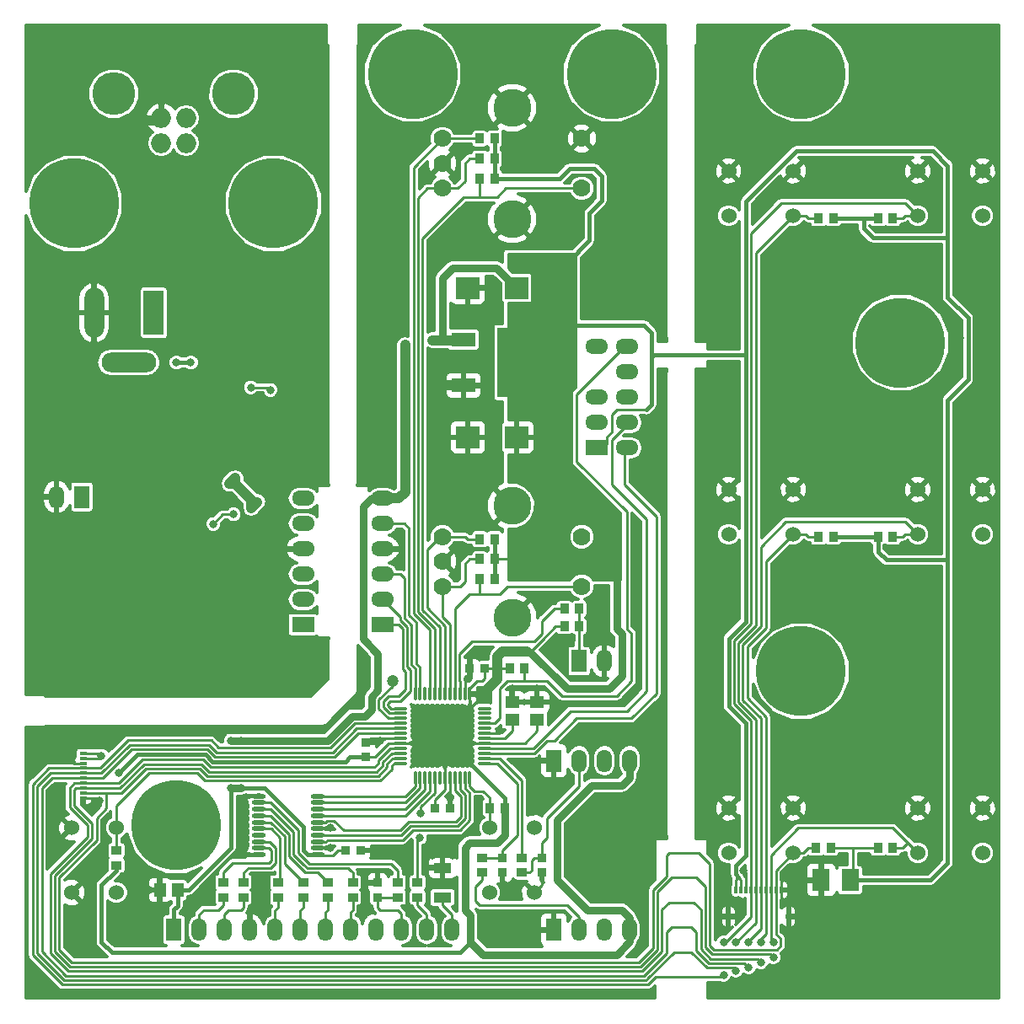
<source format=gbl>
G04 #@! TF.FileFunction,Copper,L2,Bot,Signal*
%FSLAX46Y46*%
G04 Gerber Fmt 4.6, Leading zero omitted, Abs format (unit mm)*
G04 Created by KiCad (PCBNEW (2015-11-18 BZR 6323, Git 5ab5a1f)-product) date Thu 19 Nov 2015 11:51:04 PM EST*
%MOMM*%
G01*
G04 APERTURE LIST*
%ADD10C,0.100000*%
%ADD11C,0.800000*%
%ADD12R,2.286000X1.524000*%
%ADD13O,2.286000X1.524000*%
%ADD14R,2.350000X2.250000*%
%ADD15R,2.000000X4.500000*%
%ADD16O,2.000000X5.000000*%
%ADD17O,5.500000X2.000000*%
%ADD18R,1.524000X2.286000*%
%ADD19O,1.524000X2.286000*%
%ADD20R,0.700000X0.300000*%
%ADD21R,1.000000X0.300000*%
%ADD22R,0.300000X0.700000*%
%ADD23R,0.300000X1.000000*%
%ADD24C,9.000000*%
%ADD25C,1.000000*%
%ADD26O,0.300000X1.500000*%
%ADD27O,1.500000X0.300000*%
%ADD28R,2.450000X1.450000*%
%ADD29R,6.950000X6.950000*%
%ADD30R,1.450000X1.150000*%
%ADD31R,0.950000X0.900000*%
%ADD32R,0.900000X0.950000*%
%ADD33C,4.300000*%
%ADD34O,2.000000X2.000000*%
%ADD35R,0.850000X1.000000*%
%ADD36R,1.000000X0.850000*%
%ADD37R,1.800000X1.050000*%
%ADD38C,1.524000*%
%ADD39C,1.778000*%
%ADD40C,3.810000*%
%ADD41O,1.450000X0.450000*%
%ADD42R,1.800000X2.250000*%
%ADD43R,1.150000X1.450000*%
%ADD44C,1.200000*%
%ADD45C,0.800000*%
%ADD46C,0.400000*%
%ADD47C,0.250000*%
%ADD48C,1.000000*%
%ADD49C,0.300000*%
G04 APERTURE END LIST*
D10*
D11*
X47000000Y-30000000D03*
X9500000Y-51250000D03*
X10000000Y-52250000D03*
X9500000Y-53250000D03*
X8500000Y-51250000D03*
X9000000Y-52250000D03*
X8500000Y-53250000D03*
X7500000Y-51250000D03*
X8000000Y-52250000D03*
X7500000Y-53250000D03*
X4500000Y-34500000D03*
X3500000Y-35000000D03*
X2500000Y-34500000D03*
X4500000Y-33500000D03*
X3500000Y-34000000D03*
X2500000Y-33500000D03*
X4500000Y-32500000D03*
X3500000Y-33000000D03*
X2500000Y-32500000D03*
X64250000Y-70000000D03*
X62500000Y-46500000D03*
D12*
X58476000Y-43580000D03*
D13*
X58476000Y-41040000D03*
X58476000Y-38500000D03*
X58476000Y-33420000D03*
X61524000Y-43580000D03*
X61524000Y-41040000D03*
X61524000Y-38500000D03*
X61524000Y-35960000D03*
X61524000Y-33420000D03*
D14*
X50450000Y-27500000D03*
X45550000Y-27500000D03*
D15*
X14000000Y-30000000D03*
D16*
X8000000Y-30000000D03*
D17*
X11500000Y-35000000D03*
D11*
X26600000Y-66800000D03*
X1750000Y-57750000D03*
X4600000Y-56500000D03*
X12500000Y-60500000D03*
X10500000Y-58000000D03*
X11500000Y-58000000D03*
X12500000Y-58500000D03*
X12500000Y-59500000D03*
X12500000Y-61500000D03*
X9750000Y-62000000D03*
X9750000Y-63000000D03*
X11500000Y-61000000D03*
X10500000Y-61000000D03*
X11750000Y-64500000D03*
X10750000Y-64500000D03*
X9750000Y-64250000D03*
X4800000Y-54400000D03*
D18*
X54190000Y-92000000D03*
D19*
X56730000Y-92000000D03*
X59270000Y-92000000D03*
X61810000Y-92000000D03*
D11*
X5000000Y-5000000D03*
X30000000Y-5000000D03*
X25000000Y-12500000D03*
X22000000Y-27750000D03*
X30000000Y-27500000D03*
X20200000Y-46400000D03*
X16500000Y-55000000D03*
X72500000Y-25000000D03*
X72500000Y-40000000D03*
X95000000Y-32500000D03*
X95000000Y-65000000D03*
X90000000Y-10000000D03*
X82500000Y-25000000D03*
X85000000Y-47500000D03*
X82500000Y-57500000D03*
X85000000Y-75000000D03*
X11750000Y-90750000D03*
X50000000Y-92500000D03*
X52500000Y-5000000D03*
X47500000Y-5000000D03*
X44500000Y-30000000D03*
X45000000Y-40000000D03*
X45000000Y-45000000D03*
X62500000Y-12500000D03*
X62500000Y-17500000D03*
X62500000Y-22500000D03*
D20*
X6900000Y-78750000D03*
X6900000Y-78250000D03*
X6900000Y-77750000D03*
X6900000Y-77250000D03*
X6900000Y-76750000D03*
X6900000Y-76250000D03*
X6900000Y-75750000D03*
X6900000Y-75250000D03*
X6900000Y-74750000D03*
X6900000Y-74250000D03*
D21*
X4250000Y-79540000D03*
X4250000Y-73460000D03*
D22*
X77000000Y-88000000D03*
X76500000Y-88000000D03*
X76000000Y-88000000D03*
X75500000Y-88000000D03*
X75000000Y-88000000D03*
X74500000Y-88000000D03*
X74000000Y-88000000D03*
X73500000Y-88000000D03*
X73000000Y-88000000D03*
X72500000Y-88000000D03*
D23*
X77790000Y-90650000D03*
X71710000Y-90650000D03*
D24*
X79000000Y-6000000D03*
D25*
X79000000Y-3000000D03*
X81600000Y-4500000D03*
X81600000Y-7500000D03*
X79000000Y-9000000D03*
X76400000Y-7500000D03*
X76400000Y-4500000D03*
D24*
X89000000Y-33000000D03*
D25*
X89000000Y-30000000D03*
X91600000Y-31500000D03*
X91600000Y-34500000D03*
X89000000Y-36000000D03*
X86400000Y-34500000D03*
X86400000Y-31500000D03*
D24*
X79000000Y-66000000D03*
D25*
X79000000Y-63000000D03*
X81600000Y-64500000D03*
X81600000Y-67500000D03*
X79000000Y-69000000D03*
X76400000Y-67500000D03*
X76400000Y-64500000D03*
D24*
X89000000Y-94000000D03*
D25*
X89000000Y-91000000D03*
X91600000Y-92500000D03*
X91600000Y-95500000D03*
X89000000Y-97000000D03*
X86400000Y-95500000D03*
X86400000Y-92500000D03*
D24*
X60000000Y-6000000D03*
D25*
X60000000Y-3000000D03*
X62600000Y-4500000D03*
X62600000Y-7500000D03*
X60000000Y-9000000D03*
X57400000Y-7500000D03*
X57400000Y-4500000D03*
D24*
X40000000Y-6000000D03*
D25*
X40000000Y-3000000D03*
X42600000Y-4500000D03*
X42600000Y-7500000D03*
X40000000Y-9000000D03*
X37400000Y-7500000D03*
X37400000Y-4500000D03*
D24*
X60000000Y-84500000D03*
D25*
X60000000Y-81500000D03*
X62600000Y-83000000D03*
X62600000Y-86000000D03*
X60000000Y-87500000D03*
X57400000Y-86000000D03*
X57400000Y-83000000D03*
D24*
X16250000Y-81500000D03*
D25*
X16250000Y-78500000D03*
X18850000Y-80000000D03*
X18850000Y-83000000D03*
X16250000Y-84500000D03*
X13650000Y-83000000D03*
X13650000Y-80000000D03*
D26*
X45750000Y-76700000D03*
X45250000Y-76700000D03*
X44750000Y-76700000D03*
X44250000Y-76700000D03*
X43750000Y-76700000D03*
X43250000Y-76700000D03*
X42750000Y-76700000D03*
X42250000Y-76700000D03*
X41750000Y-76700000D03*
X41250000Y-76700000D03*
X40750000Y-76700000D03*
X40250000Y-76700000D03*
D27*
X38800000Y-75250000D03*
X38800000Y-74750000D03*
X38800000Y-74250000D03*
X38800000Y-73750000D03*
X38800000Y-73250000D03*
X38800000Y-72750000D03*
X38800000Y-72250000D03*
X38800000Y-71750000D03*
X38800000Y-71250000D03*
X38800000Y-70750000D03*
X38800000Y-70250000D03*
X38800000Y-69750000D03*
D26*
X40250000Y-68300000D03*
X40750000Y-68300000D03*
X41250000Y-68300000D03*
X41750000Y-68300000D03*
X42250000Y-68300000D03*
X42750000Y-68300000D03*
X43250000Y-68300000D03*
X43750000Y-68300000D03*
X44250000Y-68300000D03*
X44750000Y-68300000D03*
X45250000Y-68300000D03*
X45750000Y-68300000D03*
D27*
X47200000Y-69750000D03*
X47200000Y-70250000D03*
X47200000Y-70750000D03*
X47200000Y-71250000D03*
X47200000Y-71750000D03*
X47200000Y-72250000D03*
X47200000Y-72750000D03*
X47200000Y-73250000D03*
X47200000Y-73750000D03*
X47200000Y-74250000D03*
X47200000Y-74750000D03*
X47200000Y-75250000D03*
D28*
X45100000Y-37300000D03*
X45100000Y-32700000D03*
D29*
X52000000Y-35000000D03*
D14*
X50450000Y-42500000D03*
X45550000Y-42500000D03*
D30*
X52500000Y-70900000D03*
X52500000Y-69100000D03*
D31*
X35300000Y-74650000D03*
X35300000Y-73150000D03*
D32*
X42250000Y-79750000D03*
X43750000Y-79750000D03*
D30*
X50000000Y-70900000D03*
X50000000Y-69100000D03*
D31*
X36500000Y-88750000D03*
X36500000Y-87250000D03*
D33*
X22020000Y-8000000D03*
X9980000Y-8000000D03*
D34*
X14750000Y-12960000D03*
X17250000Y-12960000D03*
X17250000Y-10460000D03*
X14750000Y-10460000D03*
D35*
X49750000Y-65750000D03*
X51250000Y-65750000D03*
X88250000Y-52500000D03*
X86750000Y-52500000D03*
D36*
X10250000Y-84000000D03*
X10250000Y-85500000D03*
D35*
X80500000Y-83750000D03*
X82000000Y-83750000D03*
X88250000Y-83750000D03*
X86750000Y-83750000D03*
D36*
X21000000Y-88750000D03*
X21000000Y-87250000D03*
X31500000Y-88750000D03*
X31500000Y-87250000D03*
X38500000Y-87250000D03*
X38500000Y-88750000D03*
X40500000Y-87250000D03*
X40500000Y-88750000D03*
X23000000Y-88750000D03*
X23000000Y-87250000D03*
X34000000Y-88750000D03*
X34000000Y-87250000D03*
X26500000Y-88750000D03*
X26500000Y-87250000D03*
D35*
X80750000Y-52500000D03*
X82250000Y-52500000D03*
D36*
X29000000Y-88750000D03*
X29000000Y-87250000D03*
D37*
X43000000Y-88750000D03*
X43000000Y-85750000D03*
D35*
X80750000Y-20500000D03*
X82250000Y-20500000D03*
X88250000Y-20500000D03*
X86750000Y-20500000D03*
X46750000Y-12500000D03*
X48250000Y-12500000D03*
X46750000Y-16500000D03*
X48250000Y-16500000D03*
X46750000Y-52750000D03*
X48250000Y-52750000D03*
X46750000Y-56750000D03*
X48250000Y-56750000D03*
X46750000Y-14500000D03*
X48250000Y-14500000D03*
X46750000Y-54750000D03*
X48250000Y-54750000D03*
X47750000Y-79750000D03*
X49250000Y-79750000D03*
D38*
X71748800Y-84250440D03*
X78251200Y-84250440D03*
X71748800Y-79749560D03*
X78251200Y-79749560D03*
X90748800Y-84250440D03*
X97251200Y-84250440D03*
X90748800Y-79749560D03*
X97251200Y-79749560D03*
X71748800Y-52250440D03*
X78251200Y-52250440D03*
X71748800Y-47749560D03*
X78251200Y-47749560D03*
X71748800Y-20250440D03*
X78251200Y-20250440D03*
X71748800Y-15749560D03*
X78251200Y-15749560D03*
X90748800Y-20250440D03*
X97251200Y-20250440D03*
X90748800Y-15749560D03*
X97251200Y-15749560D03*
D39*
X42999760Y-15000000D03*
X42999760Y-17499360D03*
X42999760Y-12500640D03*
X57000240Y-17499360D03*
X57000240Y-12500640D03*
D40*
X50000000Y-20600700D03*
X50000000Y-9399300D03*
D39*
X42999760Y-55000000D03*
X42999760Y-57499360D03*
X42999760Y-52500640D03*
X57000240Y-57499360D03*
X57000240Y-52500640D03*
D40*
X50000000Y-60600700D03*
X50000000Y-49399300D03*
D38*
X47749560Y-81748800D03*
X47749560Y-88251200D03*
X52250440Y-81748800D03*
X52250440Y-88251200D03*
D18*
X16030000Y-92000000D03*
D19*
X18570000Y-92000000D03*
X21110000Y-92000000D03*
X23650000Y-92000000D03*
X26190000Y-92000000D03*
X28730000Y-92000000D03*
X31270000Y-92000000D03*
X33810000Y-92000000D03*
X36350000Y-92000000D03*
X38890000Y-92000000D03*
X41430000Y-92000000D03*
X43970000Y-92000000D03*
D24*
X6000000Y-19000000D03*
D25*
X6000000Y-16000000D03*
X8600000Y-17500000D03*
X8600000Y-20500000D03*
X6000000Y-22000000D03*
X3400000Y-20500000D03*
X3400000Y-17500000D03*
D24*
X26000000Y-19000000D03*
D25*
X26000000Y-16000000D03*
X28600000Y-17500000D03*
X28600000Y-20500000D03*
X26000000Y-22000000D03*
X23400000Y-20500000D03*
X23400000Y-17500000D03*
D24*
X18000000Y-62000000D03*
D25*
X18000000Y-59000000D03*
X20600000Y-60500000D03*
X20600000Y-63500000D03*
X18000000Y-65000000D03*
X15400000Y-63500000D03*
X15400000Y-60500000D03*
D18*
X54190000Y-75000000D03*
D19*
X56730000Y-75000000D03*
X59270000Y-75000000D03*
X61810000Y-75000000D03*
D32*
X33250000Y-84000000D03*
X34750000Y-84000000D03*
D31*
X49000000Y-84750000D03*
X49000000Y-86250000D03*
X53000000Y-84750000D03*
X53000000Y-86250000D03*
D36*
X47000000Y-86250000D03*
X47000000Y-84750000D03*
X51000000Y-86250000D03*
X51000000Y-84750000D03*
D12*
X37000000Y-61350000D03*
D13*
X37000000Y-58810000D03*
X37000000Y-56270000D03*
X37000000Y-53730000D03*
X37000000Y-51190000D03*
X37000000Y-48650000D03*
D12*
X29000000Y-61350000D03*
D13*
X29000000Y-58810000D03*
X29000000Y-56270000D03*
X29000000Y-53730000D03*
X29000000Y-51190000D03*
X29000000Y-48650000D03*
D38*
X90748800Y-52250440D03*
X97251200Y-52250440D03*
X90748800Y-47749560D03*
X97251200Y-47749560D03*
X10250440Y-88251200D03*
X10250440Y-81748800D03*
X5749560Y-88251200D03*
X5749560Y-81748800D03*
D32*
X47250000Y-65750000D03*
X45750000Y-65750000D03*
D18*
X6770000Y-48500000D03*
D19*
X4230000Y-48500000D03*
D41*
X24550000Y-84425000D03*
X24550000Y-83775000D03*
X24550000Y-83125000D03*
X24550000Y-82475000D03*
X24550000Y-81825000D03*
X24550000Y-81175000D03*
X24550000Y-80525000D03*
X24550000Y-79875000D03*
X24550000Y-79225000D03*
X24550000Y-78575000D03*
X30450000Y-78575000D03*
X30450000Y-79225000D03*
X30450000Y-79875000D03*
X30450000Y-80525000D03*
X30450000Y-81175000D03*
X30450000Y-81825000D03*
X30450000Y-82475000D03*
X30450000Y-83125000D03*
X30450000Y-83775000D03*
X30450000Y-84425000D03*
D42*
X83950000Y-87000000D03*
X81050000Y-87000000D03*
D43*
X16400000Y-88000000D03*
X14600000Y-88000000D03*
D18*
X56730000Y-65000000D03*
D19*
X59270000Y-65000000D03*
D35*
X56750000Y-59750000D03*
X55250000Y-59750000D03*
X55250000Y-61500000D03*
X56750000Y-61500000D03*
D44*
X38000000Y-67000000D03*
D11*
X21750000Y-72974920D03*
X22750000Y-72974920D03*
X22750004Y-77750000D03*
X21750000Y-77750006D03*
X16274990Y-35000000D03*
X17725010Y-35000000D03*
X24400000Y-49000000D03*
X23800000Y-49600000D03*
X22200000Y-46600000D03*
X21600000Y-47200000D03*
X43000000Y-32750000D03*
X42000000Y-32750000D03*
X39250000Y-33250000D03*
X39250000Y-34250000D03*
X12500000Y-43000000D03*
X23000000Y-84250000D03*
X43750000Y-78750000D03*
X23000000Y-78750000D03*
X31750000Y-81750000D03*
X36000000Y-84000000D03*
X31737333Y-83737333D03*
X25000000Y-52000000D03*
X5500000Y-74750000D03*
X8500000Y-79000000D03*
X36750000Y-73000000D03*
X49250000Y-87500000D03*
X45500000Y-66750000D03*
X13500000Y-88000000D03*
X22500000Y-39500000D03*
X71500000Y-89000000D03*
X35250000Y-87250000D03*
X18500000Y-39500000D03*
X43250000Y-37250000D03*
X23250000Y-36500000D03*
X16416121Y-21208061D03*
X25000000Y-39500000D03*
X4000000Y-13000000D03*
X73250000Y-86000000D03*
X77263479Y-86263479D03*
X15500000Y-21250000D03*
X43000000Y-84500000D03*
X44000000Y-84500000D03*
X42000000Y-84500000D03*
X50000000Y-67750000D03*
X25642848Y-35651465D03*
X6000000Y-13000000D03*
X52500000Y-67750000D03*
X15500000Y-20250000D03*
X15500000Y-19250000D03*
X19750000Y-32500000D03*
X48750000Y-72024990D03*
X8750000Y-74500000D03*
X10475931Y-76225931D03*
X72500000Y-93274990D03*
X72500000Y-96075039D03*
X75000000Y-93250000D03*
X75000000Y-95250000D03*
X76250000Y-93250000D03*
X76249982Y-94750000D03*
X71250000Y-96525048D03*
X71250000Y-93250000D03*
X25725010Y-37750000D03*
X23750000Y-37500000D03*
X73750000Y-95750000D03*
X73737420Y-93249998D03*
X19975010Y-51205585D03*
X22012660Y-50262660D03*
X40750000Y-82750000D03*
X40800000Y-80274988D03*
D45*
X22750000Y-72974920D02*
X31466938Y-72974920D01*
X31466938Y-72974920D02*
X33916868Y-70524990D01*
X33916868Y-70524990D02*
X35225010Y-70524990D01*
X35225010Y-70524990D02*
X35874972Y-69875028D01*
X36500000Y-64250000D02*
X35000000Y-62750000D01*
X35874972Y-69875028D02*
X35874972Y-68576892D01*
X36500000Y-67951864D02*
X36500000Y-64250000D01*
X35000000Y-62750000D02*
X35000000Y-49500000D01*
X35874972Y-68576892D02*
X36500000Y-67951864D01*
X35000000Y-49500000D02*
X35850000Y-48650000D01*
X35850000Y-48650000D02*
X37000000Y-48650000D01*
X22750000Y-72974920D02*
X21750000Y-72974920D01*
D46*
X29025065Y-84025065D02*
X29425000Y-84425000D01*
X29425000Y-84425000D02*
X30450000Y-84425000D01*
X29025065Y-81782589D02*
X29025065Y-84025065D01*
X22750004Y-77750000D02*
X25108897Y-77750000D01*
X25108897Y-77750000D02*
X29025064Y-81666167D01*
X29025064Y-81666167D02*
X29025065Y-81782589D01*
D45*
X22749998Y-77750006D02*
X22750004Y-77750000D01*
X21750000Y-77750006D02*
X22749998Y-77750006D01*
D46*
X21750000Y-83750000D02*
X21750000Y-77750006D01*
X17500000Y-88000000D02*
X21750000Y-83750000D01*
X16400000Y-88000000D02*
X17500000Y-88000000D01*
D47*
X32500000Y-84000000D02*
X33250000Y-84000000D01*
X30450000Y-84425000D02*
X30525000Y-84500000D01*
X30525000Y-84500000D02*
X32000000Y-84500000D01*
X32000000Y-84500000D02*
X32500000Y-84000000D01*
D46*
X16030000Y-89970000D02*
X16400000Y-89600000D01*
X16400000Y-89600000D02*
X16400000Y-88000000D01*
X16030000Y-92000000D02*
X16030000Y-89970000D01*
D45*
X44000000Y-25500000D02*
X48450000Y-25500000D01*
X48450000Y-25500000D02*
X50450000Y-27500000D01*
X43000000Y-26500000D02*
X43000000Y-32750000D01*
X44000000Y-25500000D02*
X43000000Y-26500000D01*
D48*
X22200000Y-46600000D02*
X21600000Y-47200000D01*
D46*
X17725010Y-35000000D02*
X16274990Y-35000000D01*
D48*
X22200000Y-47200000D02*
X24000000Y-49000000D01*
X24000000Y-49000000D02*
X24400000Y-49000000D01*
X22200000Y-47200000D02*
X23800000Y-48800000D01*
X23800000Y-48800000D02*
X23800000Y-49600000D01*
X23800000Y-49600000D02*
X24400000Y-49000000D01*
X22200000Y-47200000D02*
X22200000Y-46600000D01*
X22200000Y-47200000D02*
X21600000Y-47200000D01*
D47*
X33175000Y-83925000D02*
X33250000Y-84000000D01*
D48*
X42000000Y-32750000D02*
X45050000Y-32750000D01*
X45050000Y-32750000D02*
X45100000Y-32700000D01*
X39250000Y-34250000D02*
X39250000Y-33250000D01*
X39250000Y-48000000D02*
X39250000Y-34250000D01*
X38600000Y-48650000D02*
X39250000Y-48000000D01*
X37000000Y-48650000D02*
X38600000Y-48650000D01*
D47*
X24550000Y-84425000D02*
X23175000Y-84425000D01*
X23175000Y-84425000D02*
X23000000Y-84250000D01*
X43750000Y-79750000D02*
X43750000Y-78750000D01*
X43750000Y-76700000D02*
X43750000Y-78750000D01*
X24550000Y-78575000D02*
X23175000Y-78575000D01*
X23175000Y-78575000D02*
X23000000Y-78750000D01*
X30450000Y-81825000D02*
X31675000Y-81825000D01*
X31675000Y-81825000D02*
X31750000Y-81750000D01*
X34750000Y-84000000D02*
X36000000Y-84000000D01*
X31699666Y-83775000D02*
X31737333Y-83737333D01*
X30450000Y-83775000D02*
X31699666Y-83775000D01*
X6900000Y-75250000D02*
X6000000Y-75250000D01*
X6000000Y-75250000D02*
X5500000Y-74750000D01*
X6900000Y-78750000D02*
X8250000Y-78750000D01*
X8250000Y-78750000D02*
X8500000Y-79000000D01*
X53000000Y-86250000D02*
X53000000Y-87501640D01*
X53000000Y-87501640D02*
X52250440Y-88251200D01*
X36500000Y-72750000D02*
X36750000Y-73000000D01*
X37000000Y-72750000D02*
X36750000Y-73000000D01*
X35750000Y-72750000D02*
X36500000Y-72750000D01*
X38800000Y-72750000D02*
X37000000Y-72750000D01*
X49000000Y-86250000D02*
X49000000Y-87250000D01*
X49000000Y-87250000D02*
X49250000Y-87500000D01*
X45250000Y-68300000D02*
X45250000Y-67000000D01*
X45750000Y-66500000D02*
X45500000Y-66750000D01*
X45750000Y-65750000D02*
X45750000Y-66500000D01*
X45250000Y-67000000D02*
X45500000Y-66750000D01*
D46*
X14600000Y-88000000D02*
X13500000Y-88000000D01*
D48*
X14750000Y-10710000D02*
X13040000Y-10710000D01*
D47*
X77000000Y-89000000D02*
X77790000Y-89790000D01*
X77790000Y-89790000D02*
X77790000Y-90650000D01*
X77000000Y-88000000D02*
X77000000Y-89000000D01*
X71710000Y-90650000D02*
X71710000Y-89210000D01*
X71710000Y-89210000D02*
X71500000Y-89000000D01*
X36500000Y-87250000D02*
X35250000Y-87250000D01*
D48*
X45100000Y-37300000D02*
X43300000Y-37300000D01*
X43300000Y-37300000D02*
X43250000Y-37250000D01*
D47*
X77000000Y-86526958D02*
X77263479Y-86263479D01*
X43000000Y-85750000D02*
X43000000Y-84500000D01*
X43000000Y-84500000D02*
X42000000Y-84500000D01*
X43000000Y-84500000D02*
X44000000Y-84500000D01*
X73500000Y-86250000D02*
X73250000Y-86000000D01*
X73500000Y-88000000D02*
X73500000Y-86250000D01*
X77000000Y-88000000D02*
X77000000Y-86526958D01*
X50000000Y-69100000D02*
X50000000Y-67750000D01*
X48524990Y-72250000D02*
X48750000Y-72024990D01*
X52500000Y-69100000D02*
X52500000Y-67750000D01*
X47200000Y-72250000D02*
X48524990Y-72250000D01*
D46*
X33250000Y-75124957D02*
X19926632Y-75124957D01*
X35300000Y-74650000D02*
X33724957Y-74650000D01*
X33724957Y-74650000D02*
X33250000Y-75124957D01*
X12326906Y-74374956D02*
X10475931Y-76225931D01*
X19176633Y-74374956D02*
X12326906Y-74374956D01*
X19926632Y-75124957D02*
X19176633Y-74374956D01*
D47*
X42250000Y-78926996D02*
X42250000Y-79750000D01*
X43250000Y-77926996D02*
X42250000Y-78926996D01*
X43250000Y-76700000D02*
X43250000Y-77926996D01*
X6900000Y-74750000D02*
X8500000Y-74750000D01*
X8500000Y-74750000D02*
X8750000Y-74500000D01*
X6900000Y-74250000D02*
X8500000Y-74250000D01*
X8500000Y-74250000D02*
X8750000Y-74500000D01*
D46*
X64000000Y-32000000D02*
X64000000Y-34500000D01*
X64000000Y-34500000D02*
X64000000Y-38500000D01*
X73474990Y-34250000D02*
X64250000Y-34250000D01*
X64250000Y-34250000D02*
X64000000Y-34500000D01*
D47*
X60500000Y-39750000D02*
X63500000Y-39750000D01*
D46*
X64000000Y-38500000D02*
X64000000Y-39250000D01*
X64000000Y-39250000D02*
X63500000Y-39750000D01*
X56000000Y-31250000D02*
X63250000Y-31250000D01*
X63250000Y-31250000D02*
X64000000Y-32000000D01*
D47*
X59549990Y-43200010D02*
X59549990Y-42450010D01*
X59549990Y-42450010D02*
X60000000Y-42000000D01*
X60000000Y-42000000D02*
X60000000Y-40250000D01*
X60000000Y-40250000D02*
X60500000Y-39750000D01*
X58730000Y-43580000D02*
X59170000Y-43580000D01*
X59170000Y-43580000D02*
X59549990Y-43200010D01*
X48250000Y-54750000D02*
X50250000Y-54750000D01*
D46*
X57750000Y-22750000D02*
X55500000Y-25000000D01*
X57750000Y-20000000D02*
X57750000Y-22750000D01*
D45*
X48500000Y-83250000D02*
X49250000Y-82500000D01*
X49250000Y-82500000D02*
X49250000Y-79750000D01*
X45750000Y-83250000D02*
X48500000Y-83250000D01*
X45250000Y-83750000D02*
X45750000Y-83250000D01*
X45250000Y-90000000D02*
X45250000Y-83750000D01*
X45800001Y-90550001D02*
X45250000Y-90000000D01*
X45800001Y-93199999D02*
X45800001Y-90550001D01*
X60500000Y-94500000D02*
X47100002Y-94500000D01*
X47100002Y-94500000D02*
X45800001Y-93199999D01*
X61810000Y-93190000D02*
X60500000Y-94500000D01*
X61810000Y-92000000D02*
X61810000Y-93190000D01*
D46*
X44750000Y-94250000D02*
X9775060Y-94250000D01*
X8750000Y-93224940D02*
X8750000Y-87500000D01*
X45800001Y-93199999D02*
X44750000Y-94250000D01*
X10250000Y-86000000D02*
X10250000Y-85500000D01*
X9775060Y-94250000D02*
X8750000Y-93224940D01*
X8750000Y-87500000D02*
X10250000Y-86000000D01*
D45*
X61810000Y-92000000D02*
X61810000Y-90810000D01*
X61810000Y-90810000D02*
X61000000Y-90000000D01*
X61000000Y-90000000D02*
X57525318Y-90000000D01*
X57525318Y-90000000D02*
X54500000Y-86974682D01*
X54500000Y-86974682D02*
X54500000Y-81000000D01*
X54500000Y-81000000D02*
X58000000Y-77500000D01*
X58000000Y-77500000D02*
X61000000Y-77500000D01*
X61000000Y-77500000D02*
X61810000Y-76690000D01*
X61810000Y-76690000D02*
X61810000Y-75000000D01*
D47*
X38800000Y-73250000D02*
X37604360Y-73250000D01*
X37604360Y-73250000D02*
X36204360Y-74650000D01*
X36204360Y-74650000D02*
X35300000Y-74650000D01*
X53000000Y-62886410D02*
X51886410Y-64000000D01*
X51886410Y-64000000D02*
X51750000Y-64000000D01*
D45*
X55500000Y-67750000D02*
X51750000Y-64000000D01*
X55512660Y-67737340D02*
X55500000Y-67750000D01*
X56487340Y-67737340D02*
X55512660Y-67737340D01*
X56487340Y-67737340D02*
X59762660Y-67737340D01*
X59762660Y-67737340D02*
X61000000Y-66500000D01*
X61000000Y-66500000D02*
X61000000Y-62250000D01*
X60500000Y-61750000D02*
X60500000Y-56500000D01*
X61000000Y-62250000D02*
X60500000Y-61750000D01*
X51750000Y-64000000D02*
X51500000Y-64000000D01*
D47*
X55250000Y-61500000D02*
X54386410Y-61500000D01*
X54386410Y-61500000D02*
X53000000Y-62886410D01*
X45750000Y-68300000D02*
X45750000Y-67750000D01*
X45750000Y-67750000D02*
X46500000Y-67000000D01*
X46500000Y-67000000D02*
X47000000Y-67000000D01*
X47000000Y-67000000D02*
X47250000Y-66750000D01*
X47250000Y-66750000D02*
X47250000Y-65750000D01*
D48*
X51500000Y-64000000D02*
X49000000Y-64000000D01*
X49000000Y-64000000D02*
X48505993Y-64494007D01*
X48505993Y-64494007D02*
X48505993Y-65750000D01*
D46*
X83950000Y-87000000D02*
X92000000Y-87000000D01*
X92000000Y-87000000D02*
X93750000Y-85250000D01*
X93750000Y-85250000D02*
X93750000Y-54834740D01*
D47*
X84250000Y-83750000D02*
X86750000Y-83750000D01*
X82000000Y-83750000D02*
X84250000Y-83750000D01*
X84250000Y-83750000D02*
X84250000Y-86700000D01*
X84250000Y-86700000D02*
X83950000Y-87000000D01*
D46*
X73474990Y-18806008D02*
X73474990Y-34250000D01*
X73474990Y-34250000D02*
X73474990Y-34309180D01*
X93750000Y-28465579D02*
X93750000Y-22489281D01*
X93750000Y-54834740D02*
X93750000Y-38757423D01*
X93750000Y-38757423D02*
X95800001Y-36707422D01*
X95800001Y-36707422D02*
X95800001Y-30515580D01*
X95800001Y-30515580D02*
X93750000Y-28465579D01*
X73474990Y-84528253D02*
X73474990Y-71224990D01*
X71750000Y-62750000D02*
X73474990Y-61025010D01*
X72750000Y-86750000D02*
X72750000Y-86684002D01*
X72750000Y-86684002D02*
X72449999Y-86384001D01*
X72449999Y-86384001D02*
X72449999Y-85553244D01*
X72449999Y-85553244D02*
X73474990Y-84528253D01*
X73474990Y-71224990D02*
X71750000Y-69500000D01*
X71750000Y-69500000D02*
X71750000Y-62750000D01*
X73474990Y-61025010D02*
X73474990Y-34309180D01*
X49250000Y-78750000D02*
X45500000Y-75000000D01*
X49250000Y-79750000D02*
X49250000Y-78750000D01*
D47*
X46833260Y-68666740D02*
X45000000Y-70500000D01*
X46833260Y-68500000D02*
X46833260Y-68666740D01*
D48*
X48505993Y-65750000D02*
X48505993Y-66827267D01*
X48505993Y-66827267D02*
X46833260Y-68500000D01*
D47*
X47250000Y-65750000D02*
X48505993Y-65750000D01*
X48505993Y-65750000D02*
X49750000Y-65750000D01*
D46*
X48250000Y-12500000D02*
X48250000Y-14500000D01*
X48250000Y-14500000D02*
X48250000Y-16500000D01*
X55750000Y-15500000D02*
X54750000Y-16500000D01*
X54750000Y-16500000D02*
X48250000Y-16500000D01*
X58250000Y-15500000D02*
X55750000Y-15500000D01*
X59000000Y-16250000D02*
X58250000Y-15500000D01*
X59000000Y-18750000D02*
X59000000Y-16250000D01*
X57750000Y-20000000D02*
X59000000Y-18750000D01*
X48250000Y-52750000D02*
X48250000Y-54750000D01*
X48250000Y-56750000D02*
X48250000Y-54750000D01*
D47*
X45725010Y-69524990D02*
X45250000Y-70000000D01*
X45750000Y-68300000D02*
X45750000Y-68750000D01*
X45750000Y-68750000D02*
X45725010Y-68774990D01*
X45725010Y-68774990D02*
X45725010Y-69524990D01*
X38800000Y-73250000D02*
X40250000Y-73250000D01*
X43250000Y-76700000D02*
X43250000Y-75250000D01*
X47200000Y-73250000D02*
X45500000Y-73250000D01*
X51274990Y-73225010D02*
X52500000Y-72000000D01*
X52500000Y-72000000D02*
X52500000Y-70900000D01*
X47200000Y-73250000D02*
X47500000Y-73250000D01*
X47500000Y-73250000D02*
X47524990Y-73225010D01*
X47524990Y-73225010D02*
X51274990Y-73225010D01*
D46*
X93750000Y-22489281D02*
X93750000Y-15250000D01*
X93750000Y-15250000D02*
X92250000Y-13750000D01*
X92250000Y-13750000D02*
X78530998Y-13750000D01*
X78530998Y-13750000D02*
X73474990Y-18806008D01*
X85298482Y-21548482D02*
X86239281Y-22489281D01*
X86239281Y-22489281D02*
X93750000Y-22489281D01*
X85298482Y-20500000D02*
X86750000Y-20500000D01*
X82250000Y-20500000D02*
X85298482Y-20500000D01*
X85298482Y-20500000D02*
X85298482Y-21548482D01*
X87584740Y-54834740D02*
X93750000Y-54834740D01*
X86750000Y-54000000D02*
X87584740Y-54834740D01*
X86750000Y-52500000D02*
X86750000Y-54000000D01*
X82250000Y-52500000D02*
X86750000Y-52500000D01*
D47*
X72500000Y-88000000D02*
X72500000Y-87000000D01*
X72500000Y-87000000D02*
X72750000Y-86750000D01*
X73000000Y-88000000D02*
X73000000Y-87000000D01*
X73000000Y-87000000D02*
X72750000Y-86750000D01*
X47200000Y-72750000D02*
X49250000Y-72750000D01*
X49250000Y-72750000D02*
X50000000Y-72000000D01*
X50000000Y-72000000D02*
X50000000Y-70900000D01*
X61270000Y-43580000D02*
X61270000Y-47270000D01*
X64500000Y-68250000D02*
X64500000Y-50750000D01*
X64500000Y-50500000D02*
X64500000Y-50750000D01*
X61270000Y-47270000D02*
X64500000Y-50500000D01*
X47200000Y-74250000D02*
X52250000Y-74250000D01*
X52250000Y-74250000D02*
X53500000Y-73000000D01*
X53500000Y-73000000D02*
X54250000Y-73000000D01*
X54250000Y-73000000D02*
X56500000Y-70750000D01*
X62000000Y-70750000D02*
X64500000Y-68250000D01*
X56500000Y-70750000D02*
X62000000Y-70750000D01*
X60000000Y-42750000D02*
X60000000Y-47250000D01*
X61270000Y-41480000D02*
X60000000Y-42750000D01*
X61270000Y-41040000D02*
X61270000Y-41480000D01*
X63500000Y-68000000D02*
X61500000Y-70000000D01*
X60000000Y-47250000D02*
X63500000Y-50750000D01*
X52113589Y-73750000D02*
X47200000Y-73750000D01*
X63500000Y-50750000D02*
X63500000Y-68000000D01*
X61500000Y-70000000D02*
X55863589Y-70000000D01*
X55863589Y-70000000D02*
X52113589Y-73750000D01*
X56500000Y-45000000D02*
X56500000Y-38190000D01*
X56500000Y-38190000D02*
X61270000Y-33420000D01*
X61500000Y-50000000D02*
X56500000Y-45000000D01*
X61500000Y-61724682D02*
X61500000Y-50000000D01*
X51252534Y-67000000D02*
X53500000Y-67000000D01*
X62000000Y-67000000D02*
X62000000Y-62224682D01*
X53500000Y-67000000D02*
X55000000Y-68500000D01*
X55000000Y-68500000D02*
X60500000Y-68500000D01*
X60500000Y-68500000D02*
X62000000Y-67000000D01*
X62000000Y-62224682D02*
X61500000Y-61724682D01*
X47200000Y-71250000D02*
X48250000Y-71250000D01*
X48250000Y-71250000D02*
X48750000Y-70750000D01*
X48750000Y-70750000D02*
X48750000Y-67750000D01*
X49500000Y-67000000D02*
X51252534Y-67000000D01*
X48750000Y-67750000D02*
X49500000Y-67000000D01*
X51250000Y-65750000D02*
X51250000Y-66997466D01*
X51250000Y-66997466D02*
X51252534Y-67000000D01*
X24550000Y-80525000D02*
X25752180Y-80525000D01*
X25752180Y-80525000D02*
X27600033Y-82372853D01*
X29227179Y-86250000D02*
X30500000Y-86250000D01*
X27600033Y-82372853D02*
X27600033Y-84622854D01*
X27600033Y-84622854D02*
X29227179Y-86250000D01*
X30500000Y-86250000D02*
X31500000Y-87250000D01*
X37449990Y-75663600D02*
X36563601Y-76549989D01*
X10750000Y-78250000D02*
X9250000Y-78250000D01*
X13200011Y-75799989D02*
X10750000Y-78250000D01*
X18586367Y-75799989D02*
X13200011Y-75799989D01*
X36563601Y-76549989D02*
X19336366Y-76549989D01*
X37449991Y-75313600D02*
X37449990Y-75663600D01*
X19336366Y-76549989D02*
X18586367Y-75799989D01*
X37449990Y-75313600D02*
X37449991Y-75313600D01*
X38013590Y-74750001D02*
X37449991Y-75313600D01*
X38800000Y-74750000D02*
X38013590Y-74750001D01*
X9250000Y-78250000D02*
X9225001Y-78274999D01*
X69850029Y-93554389D02*
X70295638Y-93999998D01*
X70295638Y-93999998D02*
X76573004Y-93999998D01*
X76975001Y-93598001D02*
X76975001Y-92901999D01*
X69850029Y-85350029D02*
X69850029Y-93554389D01*
X9225001Y-78274999D02*
X9225001Y-79774999D01*
X9225001Y-79774999D02*
X8250000Y-80750000D01*
X64149970Y-93804390D02*
X64149971Y-87963619D01*
X8250000Y-80750000D02*
X8250000Y-83000055D01*
X68750000Y-84250000D02*
X69850029Y-85350029D01*
X5750000Y-95250000D02*
X62704360Y-95250000D01*
X8250000Y-83000055D02*
X4500055Y-86750000D01*
X4500055Y-94000055D02*
X5750000Y-95250000D01*
X4500055Y-86750000D02*
X4500055Y-94000055D01*
X62704360Y-95250000D02*
X64149970Y-93804390D01*
X65500000Y-84500000D02*
X65750000Y-84250000D01*
X65500000Y-86613590D02*
X65500000Y-84500000D01*
X64149971Y-87963619D02*
X65500000Y-86613590D01*
X65750000Y-84250000D02*
X68750000Y-84250000D01*
X76573004Y-93999998D02*
X76975001Y-93598001D01*
X76975001Y-92901999D02*
X76500000Y-92426998D01*
X76500000Y-92426998D02*
X76500000Y-88000000D01*
X9250000Y-78250000D02*
X9000000Y-78250000D01*
X9000000Y-78250000D02*
X6900000Y-78250000D01*
X79750000Y-83750000D02*
X79249560Y-84250440D01*
X79249560Y-84250440D02*
X78251200Y-84250440D01*
X80500000Y-83750000D02*
X79750000Y-83750000D01*
X76500000Y-88000000D02*
X76500000Y-86001640D01*
X76500000Y-86001640D02*
X78251200Y-84250440D01*
X38800000Y-71750000D02*
X34353587Y-71750000D01*
X19580499Y-73399934D02*
X11592516Y-73399934D01*
X8742450Y-76250000D02*
X6900000Y-76250000D01*
X20330500Y-74149935D02*
X19580499Y-73399934D01*
X34353587Y-71750000D02*
X31953652Y-74149935D01*
X31953652Y-74149935D02*
X20330500Y-74149935D01*
X11592516Y-73399934D02*
X8742450Y-76250000D01*
X2299989Y-94345633D02*
X5004400Y-97050044D01*
X72225001Y-95800040D02*
X72500000Y-96075039D01*
X63449960Y-97050044D02*
X63589102Y-96910901D01*
X5004400Y-97050044D02*
X63449960Y-97050044D01*
X2299989Y-77586421D02*
X2299989Y-94345633D01*
X69550039Y-95800039D02*
X72225001Y-95800040D01*
X3636410Y-76250000D02*
X2299989Y-77586421D01*
X6900000Y-76250000D02*
X3636410Y-76250000D01*
X63589102Y-96910901D02*
X66250000Y-94250000D01*
X68000000Y-94250000D02*
X69550039Y-95800039D01*
X66250000Y-94250000D02*
X68000000Y-94250000D01*
X74500000Y-24001640D02*
X78251200Y-20250440D01*
X74500000Y-61378886D02*
X74500000Y-24001640D01*
X72725022Y-63153864D02*
X74500000Y-61378886D01*
X74500000Y-70871113D02*
X72725022Y-69096135D01*
X72725022Y-69096135D02*
X72725022Y-63153864D01*
X74500000Y-88000000D02*
X74500000Y-70871113D01*
X79750000Y-20500000D02*
X79500440Y-20250440D01*
X79500440Y-20250440D02*
X78251200Y-20250440D01*
X80750000Y-20500000D02*
X79750000Y-20500000D01*
X74500000Y-88000000D02*
X74500000Y-91250000D01*
X74500000Y-91250000D02*
X72500000Y-93250000D01*
X72500000Y-93250000D02*
X72500000Y-93274990D01*
X38800000Y-73750000D02*
X37740770Y-73750000D01*
X36549972Y-75250000D02*
X36150004Y-75649968D01*
X37740770Y-73750000D02*
X36549972Y-74940798D01*
X36549972Y-74940798D02*
X36549972Y-75250000D01*
X18959167Y-74899967D02*
X12827212Y-74899967D01*
X36150004Y-75649968D02*
X19709166Y-75649968D01*
X19709166Y-75649968D02*
X18959167Y-74899967D01*
X10477179Y-77250000D02*
X6900000Y-77250000D01*
X12827212Y-74899967D02*
X10477179Y-77250000D01*
X65750000Y-89250000D02*
X68250000Y-89250000D01*
X68950010Y-93927190D02*
X69922838Y-94900018D01*
X6900000Y-77250000D02*
X6042178Y-77250000D01*
X7349980Y-82627255D02*
X3600034Y-86377201D01*
X6042178Y-77250000D02*
X5549990Y-77742188D01*
X5549990Y-77742188D02*
X5549991Y-79686401D01*
X5549991Y-79686401D02*
X7349980Y-81486390D01*
X7349980Y-81486390D02*
X7349980Y-82627255D01*
X68250000Y-89250000D02*
X68950010Y-89950010D01*
X5377200Y-96150022D02*
X63077158Y-96150022D01*
X3600034Y-86377201D02*
X3600034Y-94372856D01*
X3600034Y-94372856D02*
X5377200Y-96150022D01*
X63077158Y-96150022D02*
X65049991Y-94177190D01*
X65049991Y-94177190D02*
X65049991Y-89950009D01*
X65049991Y-89950009D02*
X65750000Y-89250000D01*
X68950010Y-89950010D02*
X68950010Y-93927190D01*
X69922838Y-94900018D02*
X74650018Y-94900018D01*
X74650018Y-94900018D02*
X75000000Y-95250000D01*
X73625044Y-68723335D02*
X73625044Y-63526662D01*
X75500000Y-88000000D02*
X75500000Y-70598291D01*
X73625044Y-63526662D02*
X75500000Y-61651706D01*
X75500000Y-55001640D02*
X78251200Y-52250440D01*
X75500000Y-61651706D02*
X75500000Y-55001640D01*
X75500000Y-70598291D02*
X73625044Y-68723335D01*
X75000000Y-92901678D02*
X75000000Y-93250000D01*
X75500000Y-92401678D02*
X75000000Y-92901678D01*
X75500000Y-88000000D02*
X75500000Y-92401678D01*
X79750000Y-52500000D02*
X79500440Y-52250440D01*
X79500440Y-52250440D02*
X78251200Y-52250440D01*
X80750000Y-52500000D02*
X79750000Y-52500000D01*
X42999760Y-12500640D02*
X40100030Y-15400370D01*
X40100030Y-15400370D02*
X40100030Y-60213620D01*
X41750000Y-61863590D02*
X41750000Y-68300000D01*
X40100030Y-60213620D02*
X41750000Y-61863590D01*
X42999760Y-12500640D02*
X46749360Y-12500640D01*
X46749360Y-12500640D02*
X46750000Y-12500000D01*
X46780097Y-18377359D02*
X45122641Y-18377359D01*
X45122641Y-18377359D02*
X41000050Y-22499950D01*
X41000050Y-22499950D02*
X41000050Y-59840820D01*
X41000050Y-59840820D02*
X42750000Y-61590770D01*
X42750000Y-61590770D02*
X42750000Y-68300000D01*
X46780097Y-18377359D02*
X48481516Y-18377359D01*
X46750000Y-16500000D02*
X46750000Y-18347262D01*
X46750000Y-18347262D02*
X46780097Y-18377359D01*
X48481516Y-18377359D02*
X49358875Y-17500000D01*
X49358875Y-17500000D02*
X56999600Y-17500000D01*
X56999600Y-17500000D02*
X57000240Y-17499360D01*
X42999760Y-52500640D02*
X42749360Y-52500640D01*
X41450060Y-53799940D02*
X41450060Y-59654420D01*
X42749360Y-52500640D02*
X41450060Y-53799940D01*
X41450060Y-59654420D02*
X43250000Y-61454360D01*
X43250000Y-61454360D02*
X43250000Y-68300000D01*
X45250640Y-52500640D02*
X45500000Y-52750000D01*
X45500000Y-52750000D02*
X46750000Y-52750000D01*
X42999760Y-52500640D02*
X45250640Y-52500640D01*
X48734072Y-58265928D02*
X49500640Y-57499360D01*
X49500640Y-57499360D02*
X57000240Y-57499360D01*
X46750000Y-58265928D02*
X48734072Y-58265928D01*
X44250000Y-68300000D02*
X44250000Y-59750000D01*
X44250000Y-59750000D02*
X45732955Y-58267045D01*
X45732955Y-58267045D02*
X46751117Y-58267045D01*
X46750000Y-56750000D02*
X46750000Y-58265928D01*
X46750000Y-58265928D02*
X46751117Y-58267045D01*
X42999760Y-17499360D02*
X42999120Y-17500000D01*
X42999120Y-17500000D02*
X41500000Y-17500000D01*
X40550040Y-18449960D02*
X40550040Y-60027220D01*
X41500000Y-17500000D02*
X40550040Y-18449960D01*
X40550040Y-60027220D02*
X42250000Y-61727180D01*
X42250000Y-61727180D02*
X42250000Y-68300000D01*
X45250000Y-15000000D02*
X45750000Y-14500000D01*
X45750000Y-14500000D02*
X46750000Y-14500000D01*
X45250000Y-16750000D02*
X45250000Y-15000000D01*
X44500640Y-17499360D02*
X45250000Y-16750000D01*
X42999760Y-17499360D02*
X44500640Y-17499360D01*
X42999760Y-57499360D02*
X43000000Y-57499600D01*
X43000000Y-57499600D02*
X43000000Y-60567950D01*
X43000000Y-60567950D02*
X43750000Y-61317950D01*
X43750000Y-61317950D02*
X43750000Y-68300000D01*
X45250000Y-55250000D02*
X45750000Y-54750000D01*
X45750000Y-54750000D02*
X46750000Y-54750000D01*
X45250000Y-57000000D02*
X45250000Y-55250000D01*
X44750640Y-57499360D02*
X45250000Y-57000000D01*
X42999760Y-57499360D02*
X44750640Y-57499360D01*
X36750000Y-77000000D02*
X37900000Y-75850000D01*
X38150000Y-75250000D02*
X38800000Y-75250000D01*
X10250440Y-81748800D02*
X10250440Y-79499560D01*
X19149967Y-77000000D02*
X36750000Y-77000000D01*
X37900000Y-75850000D02*
X37900000Y-75500000D01*
X10250440Y-79499560D02*
X13500000Y-76250000D01*
X13500000Y-76250000D02*
X18399967Y-76250000D01*
X18399967Y-76250000D02*
X19149967Y-77000000D01*
X37900000Y-75500000D02*
X38150000Y-75250000D01*
X10250000Y-84000000D02*
X10250000Y-81749240D01*
X10250000Y-81749240D02*
X10250440Y-81748800D01*
X10613590Y-77750000D02*
X6900000Y-77750000D01*
X19522766Y-76099978D02*
X18772767Y-75349978D01*
X36999980Y-75477200D02*
X36377202Y-76099978D01*
X37877180Y-74250000D02*
X36999981Y-75127200D01*
X13013611Y-75349978D02*
X10613590Y-77750000D01*
X36377202Y-76099978D02*
X19522766Y-76099978D01*
X18772767Y-75349978D02*
X13013611Y-75349978D01*
X38800000Y-74250000D02*
X37877180Y-74250000D01*
X36999981Y-75127200D02*
X36999980Y-75477200D01*
X6900000Y-77750000D02*
X6178588Y-77750000D01*
X6178588Y-77750000D02*
X6000000Y-77928588D01*
X6000000Y-77928588D02*
X6000000Y-79500000D01*
X6000000Y-79500000D02*
X7799990Y-81299990D01*
X7799990Y-81299990D02*
X7799990Y-82813655D01*
X4050044Y-94186455D02*
X5563600Y-95700011D01*
X5563600Y-95700011D02*
X62890760Y-95700011D01*
X7799990Y-82813655D02*
X4050044Y-86563601D01*
X4050044Y-86563601D02*
X4050044Y-94186455D01*
X62890760Y-95700011D02*
X64599980Y-93990790D01*
X64599980Y-93990790D02*
X64599980Y-89650020D01*
X64599980Y-89650020D02*
X64599980Y-88150020D01*
X64599980Y-88150020D02*
X66000000Y-86750000D01*
X66000000Y-86750000D02*
X68500000Y-86750000D01*
X68500000Y-86750000D02*
X69400020Y-87650020D01*
X69400020Y-93740790D02*
X70109238Y-94450008D01*
X69400020Y-87650020D02*
X69400020Y-93740790D01*
X70109238Y-94450008D02*
X75949990Y-94450008D01*
X75949990Y-94450008D02*
X76249982Y-94750000D01*
X88248360Y-81750000D02*
X89748360Y-83250000D01*
X89748360Y-83250000D02*
X90748800Y-84250440D01*
X88250000Y-83750000D02*
X89248360Y-83750000D01*
X89248360Y-83750000D02*
X89748360Y-83250000D01*
X76000000Y-88000000D02*
X76000000Y-84500000D01*
X76000000Y-84500000D02*
X78750000Y-81750000D01*
X78750000Y-81750000D02*
X88248360Y-81750000D01*
X76000000Y-93000000D02*
X76250000Y-93250000D01*
X76000000Y-88000000D02*
X76000000Y-93000000D01*
X64599980Y-89650020D02*
X64599980Y-89763610D01*
X20516900Y-73699924D02*
X19766899Y-72949923D01*
X11406116Y-72949923D02*
X8606039Y-75750000D01*
X19766899Y-72949923D02*
X11406116Y-72949923D01*
X31767252Y-73699924D02*
X20516900Y-73699924D01*
X34217176Y-71250000D02*
X31767252Y-73699924D01*
X38800000Y-71250000D02*
X34217176Y-71250000D01*
X8606039Y-75750000D02*
X6900000Y-75750000D01*
X1849978Y-94532033D02*
X4818000Y-97500055D01*
X64386411Y-96750005D02*
X71025043Y-96750005D01*
X4818000Y-97500055D02*
X63636360Y-97500055D01*
X6900000Y-75750000D02*
X3500000Y-75750000D01*
X3500000Y-75750000D02*
X1849978Y-77400022D01*
X63636360Y-97500055D02*
X64386411Y-96750005D01*
X1849978Y-77400022D02*
X1849978Y-94532033D01*
X71025043Y-96750005D02*
X71250000Y-96525048D01*
X72275011Y-62967465D02*
X74000001Y-61242476D01*
X77000000Y-19000000D02*
X89498360Y-19000000D01*
X74000001Y-61242476D02*
X74000000Y-22000000D01*
X74000001Y-71007524D02*
X72275011Y-69282535D01*
X74000001Y-84745719D02*
X74000001Y-71007524D01*
X72275011Y-69282535D02*
X72275011Y-62967465D01*
X74000000Y-88000000D02*
X74000001Y-84745719D01*
X89498360Y-19000000D02*
X90748800Y-20250440D01*
X74000000Y-22000000D02*
X77000000Y-19000000D01*
X89499560Y-20250440D02*
X90748800Y-20250440D01*
X89250000Y-20500000D02*
X89499560Y-20250440D01*
X88250000Y-20500000D02*
X89250000Y-20500000D01*
X74000000Y-88000000D02*
X74000000Y-90701988D01*
X74000000Y-90701988D02*
X71451988Y-93250000D01*
X71451988Y-93250000D02*
X71250000Y-93250000D01*
X47000000Y-84750000D02*
X49000000Y-84750000D01*
X49000000Y-84750000D02*
X49000000Y-84000000D01*
X49000000Y-84000000D02*
X50549990Y-82450010D01*
X50549990Y-82450010D02*
X50549990Y-77299990D01*
X50549990Y-77299990D02*
X48500000Y-75250000D01*
X48500000Y-75250000D02*
X47200000Y-75250000D01*
X52000000Y-86000000D02*
X51750000Y-86250000D01*
X51750000Y-86250000D02*
X51000000Y-86250000D01*
X52000000Y-85000000D02*
X52000000Y-86000000D01*
X52250000Y-84750000D02*
X52000000Y-85000000D01*
X53000000Y-84750000D02*
X52250000Y-84750000D01*
X53000000Y-84750000D02*
X53000000Y-83250000D01*
X53000000Y-83250000D02*
X53500000Y-82750000D01*
X56730000Y-77578144D02*
X56730000Y-75000000D01*
X53500000Y-82750000D02*
X53500000Y-80808144D01*
X53500000Y-80808144D02*
X56730000Y-77578144D01*
X51000000Y-84750000D02*
X51000000Y-77000000D01*
X51000000Y-77000000D02*
X48750000Y-74750000D01*
X48750000Y-74750000D02*
X47200000Y-74750000D01*
X23750000Y-37500000D02*
X25475010Y-37500000D01*
X25475010Y-37500000D02*
X25725010Y-37750000D01*
X34500000Y-72250000D02*
X32150054Y-74599946D01*
X38800000Y-72250000D02*
X34500000Y-72250000D01*
X20144098Y-74599946D02*
X19394099Y-73849945D01*
X19394099Y-73849945D02*
X11778915Y-73849945D01*
X8878860Y-76750000D02*
X6900000Y-76750000D01*
X32150054Y-74599946D02*
X20144098Y-74599946D01*
X11778915Y-73849945D02*
X8878860Y-76750000D01*
X73350030Y-95350030D02*
X73750000Y-95750000D01*
X69736439Y-95350029D02*
X73350030Y-95350030D01*
X68499999Y-94113589D02*
X69736439Y-95350029D01*
X68000000Y-91750000D02*
X68499999Y-92249999D01*
X63263558Y-96600033D02*
X65500002Y-94363588D01*
X5190800Y-96600033D02*
X63263558Y-96600033D01*
X2750000Y-77772820D02*
X2750000Y-94159233D01*
X3772820Y-76750000D02*
X2750000Y-77772820D01*
X2750000Y-94159233D02*
X5190800Y-96600033D01*
X6900000Y-76750000D02*
X3772820Y-76750000D01*
X68499999Y-92249999D02*
X68499999Y-94113589D01*
X65500002Y-92249998D02*
X66000000Y-91750000D01*
X65500002Y-94363588D02*
X65500002Y-92249998D01*
X66000000Y-91750000D02*
X68000000Y-91750000D01*
X77500000Y-51000000D02*
X89498360Y-51000000D01*
X75000000Y-53500000D02*
X77500000Y-51000000D01*
X75000000Y-61515296D02*
X75000000Y-53500000D01*
X75000000Y-88000000D02*
X75000000Y-70734702D01*
X73175033Y-68909735D02*
X73175033Y-63340263D01*
X89498360Y-51000000D02*
X90748800Y-52250440D01*
X75000000Y-70734702D02*
X73175033Y-68909735D01*
X73175033Y-63340263D02*
X75000000Y-61515296D01*
X89250000Y-52500000D02*
X89499560Y-52250440D01*
X89499560Y-52250440D02*
X90748800Y-52250440D01*
X88250000Y-52500000D02*
X89250000Y-52500000D01*
X75000000Y-88000000D02*
X75000000Y-91914580D01*
X75000000Y-91914580D02*
X73737420Y-93177160D01*
X73737420Y-93177160D02*
X73737420Y-93249998D01*
X40750000Y-68300000D02*
X40750000Y-65613590D01*
X40350030Y-61100030D02*
X39650020Y-60400020D01*
X40750000Y-65613590D02*
X40350030Y-65213620D01*
X40350030Y-65213620D02*
X40350030Y-61100030D01*
X39650020Y-60400020D02*
X39650020Y-51650020D01*
X39650020Y-51650020D02*
X39190000Y-51190000D01*
X39190000Y-51190000D02*
X37000000Y-51190000D01*
X38500000Y-88750000D02*
X36500000Y-88750000D01*
X38500000Y-90000000D02*
X38890000Y-90390000D01*
X38890000Y-90390000D02*
X38890000Y-92000000D01*
X36750000Y-90000000D02*
X38500000Y-90000000D01*
X36500000Y-89750000D02*
X36750000Y-90000000D01*
X36500000Y-88750000D02*
X36500000Y-89750000D01*
X39000000Y-61750000D02*
X38600000Y-61350000D01*
X38600000Y-61350000D02*
X37000000Y-61350000D01*
X39000000Y-65772820D02*
X39000000Y-61750000D01*
X39299990Y-66072810D02*
X39000000Y-65772820D01*
X39299990Y-67813600D02*
X39299990Y-66072810D01*
X38613590Y-68500000D02*
X39299990Y-67813600D01*
X37613590Y-68500000D02*
X38613590Y-68500000D01*
X37049990Y-69601943D02*
X37049991Y-69063599D01*
X37049991Y-69063599D02*
X37613590Y-68500000D01*
X38800000Y-70250000D02*
X37698046Y-70250000D01*
X37698046Y-70250000D02*
X37049990Y-69601943D01*
X38800000Y-69750000D02*
X37834457Y-69750000D01*
X39750000Y-65886410D02*
X39450011Y-65586421D01*
X37834457Y-69750000D02*
X37500000Y-69415543D01*
X37500000Y-69250000D02*
X37750000Y-69000000D01*
X37500000Y-69415543D02*
X37500000Y-69250000D01*
X37750000Y-69000000D02*
X38750000Y-69000000D01*
X39450011Y-61563603D02*
X38750000Y-60863592D01*
X38750000Y-69000000D02*
X39750000Y-68000000D01*
X39750000Y-68000000D02*
X39750000Y-65886410D01*
X39450011Y-65586421D02*
X39450011Y-61563603D01*
X38750000Y-60863592D02*
X38750000Y-60560000D01*
X38750000Y-60560000D02*
X37000000Y-58810000D01*
X22012660Y-50262660D02*
X20917935Y-50262660D01*
X20917935Y-50262660D02*
X19975010Y-51205585D01*
X40250000Y-68300000D02*
X40250000Y-65750000D01*
X40250000Y-65750000D02*
X39900020Y-65400020D01*
X39200010Y-56700010D02*
X38770000Y-56270000D01*
X39900020Y-65400020D02*
X39900020Y-61377202D01*
X39900020Y-61377202D02*
X39200010Y-60677192D01*
X39200010Y-60677192D02*
X39200010Y-56700010D01*
X38770000Y-56270000D02*
X37000000Y-56270000D01*
X19000000Y-90000000D02*
X18570000Y-90430000D01*
X18570000Y-90430000D02*
X18570000Y-92000000D01*
X20500000Y-90000000D02*
X19000000Y-90000000D01*
X21000000Y-89500000D02*
X20500000Y-90000000D01*
X21000000Y-88750000D02*
X21000000Y-89500000D01*
X21110000Y-92000000D02*
X21110000Y-90405156D01*
X21110000Y-90405156D02*
X21515156Y-90000000D01*
X21515156Y-90000000D02*
X22750000Y-90000000D01*
X22750000Y-90000000D02*
X23000000Y-89750000D01*
X23000000Y-89750000D02*
X23000000Y-88750000D01*
X26500000Y-89750000D02*
X26190000Y-90060000D01*
X26190000Y-90060000D02*
X26190000Y-92000000D01*
X26500000Y-88750000D02*
X26500000Y-89750000D01*
X29000000Y-89750000D02*
X28730000Y-90020000D01*
X28730000Y-90020000D02*
X28730000Y-92000000D01*
X29000000Y-88750000D02*
X29000000Y-89750000D01*
X31500000Y-90000000D02*
X31270000Y-90230000D01*
X31270000Y-90230000D02*
X31270000Y-92000000D01*
X31500000Y-88750000D02*
X31500000Y-90000000D01*
X34000000Y-90000000D02*
X33810000Y-90190000D01*
X33810000Y-90190000D02*
X33810000Y-92000000D01*
X34000000Y-88750000D02*
X34000000Y-90000000D01*
X40500000Y-89500000D02*
X41430000Y-90430000D01*
X41430000Y-90430000D02*
X41430000Y-92000000D01*
X40500000Y-88750000D02*
X40500000Y-89500000D01*
X41500000Y-91930000D02*
X41430000Y-92000000D01*
X43000000Y-89500000D02*
X43970000Y-90470000D01*
X43970000Y-90470000D02*
X43970000Y-92000000D01*
X43000000Y-88750000D02*
X43000000Y-89500000D01*
D46*
X44000000Y-91970000D02*
X43970000Y-92000000D01*
D47*
X40500000Y-87250000D02*
X40500000Y-83000000D01*
X40500000Y-83000000D02*
X40750000Y-82750000D01*
X42250000Y-78186410D02*
X42200009Y-78236401D01*
X42250000Y-76700000D02*
X42250000Y-78186410D01*
X40800000Y-79636410D02*
X40800000Y-80274988D01*
X42200009Y-78236401D02*
X40800000Y-79636410D01*
X45750000Y-78250000D02*
X45250000Y-77750000D01*
X45250000Y-77750000D02*
X45250000Y-76700000D01*
X45750000Y-81000000D02*
X45750000Y-78250000D01*
X44750000Y-82000000D02*
X45750000Y-81000000D01*
X40000000Y-82000000D02*
X44750000Y-82000000D01*
X39000000Y-83000000D02*
X40000000Y-82000000D01*
X31401664Y-83000000D02*
X39000000Y-83000000D01*
X30450000Y-83125000D02*
X31276664Y-83125000D01*
X31276664Y-83125000D02*
X31401664Y-83000000D01*
X44750000Y-76700000D02*
X44750000Y-77886410D01*
X44750000Y-77886410D02*
X45299990Y-78436400D01*
X45299990Y-78436400D02*
X45299990Y-80813600D01*
X45299990Y-80813600D02*
X44563600Y-81549990D01*
X39813599Y-81549991D02*
X38888589Y-82475001D01*
X44563600Y-81549990D02*
X39813599Y-81549991D01*
X38888589Y-82475001D02*
X30450001Y-82475001D01*
X30450001Y-82475001D02*
X30450000Y-82475000D01*
X44250000Y-76700000D02*
X44250000Y-78022820D01*
X44849980Y-80627200D02*
X44377199Y-81099981D01*
X44250000Y-78022820D02*
X44849980Y-78622800D01*
X44849980Y-78622800D02*
X44849980Y-80627200D01*
X31251998Y-81175000D02*
X30450000Y-81175000D01*
X44377199Y-81099981D02*
X39627198Y-81099982D01*
X39627198Y-81099982D02*
X38727180Y-82000000D01*
X38727180Y-82000000D02*
X33073002Y-82000000D01*
X33073002Y-82000000D02*
X32098001Y-81024999D01*
X31401999Y-81024999D02*
X31251998Y-81175000D01*
X32098001Y-81024999D02*
X31401999Y-81024999D01*
X30450000Y-80525000D02*
X39275000Y-80525000D01*
X39275000Y-80525000D02*
X41750000Y-78050000D01*
X41750000Y-78050000D02*
X41750000Y-76700000D01*
X41250000Y-77913590D02*
X39288590Y-79875000D01*
X39288590Y-79875000D02*
X30450000Y-79875000D01*
X41250000Y-76700000D02*
X41250000Y-77913590D01*
X30450000Y-79225000D02*
X39275000Y-79225000D01*
X39275000Y-79225000D02*
X40750000Y-77750000D01*
X40750000Y-77750000D02*
X40750000Y-76700000D01*
X40250000Y-77613590D02*
X39288590Y-78575000D01*
X39288590Y-78575000D02*
X30450000Y-78575000D01*
X40250000Y-76700000D02*
X40250000Y-77613590D01*
X47000000Y-87000000D02*
X46325011Y-87674989D01*
X46325011Y-87674989D02*
X46325011Y-89075011D01*
X47000000Y-86250000D02*
X47000000Y-87000000D01*
X46325011Y-89075011D02*
X46750000Y-89500000D01*
X46750000Y-89500000D02*
X55500000Y-89500000D01*
X55500000Y-89500000D02*
X56730000Y-90730000D01*
X56730000Y-90730000D02*
X56730000Y-92000000D01*
X21950010Y-85299990D02*
X21000000Y-86250000D01*
X21000000Y-86250000D02*
X21000000Y-87250000D01*
X25563600Y-85299990D02*
X21950010Y-85299990D01*
X25799990Y-85063600D02*
X25563600Y-85299990D01*
X25799990Y-84049990D02*
X25799990Y-85063600D01*
X25525000Y-83775000D02*
X25799990Y-84049990D01*
X24550000Y-83775000D02*
X25525000Y-83775000D01*
X24550000Y-83125000D02*
X25625000Y-83125000D01*
X26250000Y-85250000D02*
X25750000Y-85750000D01*
X25750000Y-85750000D02*
X23500000Y-85750000D01*
X25625000Y-83125000D02*
X26250000Y-83750000D01*
X26250000Y-83750000D02*
X26250000Y-85250000D01*
X23500000Y-85750000D02*
X23000000Y-86250000D01*
X23000000Y-86250000D02*
X23000000Y-87250000D01*
X25779360Y-81825000D02*
X26700011Y-82745651D01*
X26700011Y-87049989D02*
X26500000Y-87250000D01*
X26700011Y-82745651D02*
X26700011Y-87049989D01*
X24550000Y-81825000D02*
X25779360Y-81825000D01*
X25765770Y-81175000D02*
X27150022Y-82559252D01*
X24550000Y-81175000D02*
X25765770Y-81175000D01*
X27150022Y-82559252D02*
X27150022Y-85400022D01*
X27150022Y-85400022D02*
X29000000Y-87250000D01*
X33750000Y-86000000D02*
X34000000Y-86250000D01*
X29413580Y-85799990D02*
X33549990Y-85799990D01*
X33549990Y-85799990D02*
X33750000Y-86000000D01*
X29063599Y-85450009D02*
X29413580Y-85799990D01*
X34000000Y-86250000D02*
X34000000Y-87250000D01*
X28050044Y-82186454D02*
X28050044Y-84436454D01*
X25738590Y-79875000D02*
X28050044Y-82186454D01*
X24550000Y-79875000D02*
X25738590Y-79875000D01*
X28050044Y-84436454D02*
X29063599Y-85450009D01*
X38500000Y-86000000D02*
X38250000Y-85750000D01*
X29599980Y-85349980D02*
X37849980Y-85349980D01*
X37849980Y-85349980D02*
X38250000Y-85750000D01*
X29249999Y-84999999D02*
X29599980Y-85349980D01*
X28500055Y-84250054D02*
X28500055Y-82000055D01*
X25725000Y-79225000D02*
X24550000Y-79225000D01*
X28500055Y-82000055D02*
X25725000Y-79225000D01*
X29249999Y-84999999D02*
X28500055Y-84250054D01*
X38500000Y-87250000D02*
X38500000Y-86000000D01*
X45750000Y-76700000D02*
X45750000Y-77590769D01*
X45750000Y-77590769D02*
X46204614Y-78045384D01*
X46204614Y-78045384D02*
X47095384Y-78045384D01*
X47095384Y-78045384D02*
X47750000Y-78700000D01*
X47750000Y-78700000D02*
X47750000Y-79750000D01*
X47749560Y-81748800D02*
X47749560Y-79750440D01*
X47749560Y-79750440D02*
X47750000Y-79750000D01*
X56750000Y-59750000D02*
X56750000Y-61500000D01*
X56730000Y-63020000D02*
X56750000Y-63000000D01*
X56750000Y-63000000D02*
X56750000Y-61500000D01*
X56730000Y-65000000D02*
X56730000Y-63020000D01*
X55250000Y-59750000D02*
X54250000Y-59750000D01*
X54250000Y-59750000D02*
X53000000Y-61000000D01*
X53000000Y-61000000D02*
X53000000Y-62250000D01*
X53000000Y-62250000D02*
X52250000Y-63000000D01*
X46000000Y-63000000D02*
X44700010Y-64299990D01*
X52250000Y-63000000D02*
X46000000Y-63000000D01*
X44700010Y-64299990D02*
X44700010Y-66950010D01*
X44700010Y-66950010D02*
X44750000Y-67000000D01*
X44750000Y-67000000D02*
X44750000Y-68300000D01*
X38000000Y-67000000D02*
X38000000Y-67477180D01*
X38000000Y-67477180D02*
X36599982Y-68877200D01*
X36599982Y-68877200D02*
X36599982Y-69788346D01*
X36599982Y-69788346D02*
X37561636Y-70750000D01*
X37561636Y-70750000D02*
X38800000Y-70750000D01*
D49*
G36*
X35650000Y-64602082D02*
X35650000Y-67599782D01*
X35273931Y-67975851D01*
X35089674Y-68251611D01*
X35024972Y-68576892D01*
X35024972Y-69522946D01*
X34872928Y-69674990D01*
X33916868Y-69674990D01*
X33591587Y-69739692D01*
X33315827Y-69923949D01*
X31114856Y-72124920D01*
X22750168Y-72124920D01*
X22581666Y-72124773D01*
X22581310Y-72124920D01*
X21750168Y-72124920D01*
X21581666Y-72124773D01*
X21424720Y-72189622D01*
X21424719Y-72189622D01*
X21424718Y-72189623D01*
X21269143Y-72253905D01*
X21148961Y-72373878D01*
X21148959Y-72373879D01*
X21148958Y-72373881D01*
X21029826Y-72492805D01*
X20964703Y-72649637D01*
X20964702Y-72649639D01*
X20964701Y-72649642D01*
X20900148Y-72805103D01*
X20899869Y-73124924D01*
X20755073Y-73124924D01*
X20173485Y-72543337D01*
X19986942Y-72418692D01*
X19766899Y-72374923D01*
X11406116Y-72374923D01*
X11186073Y-72418692D01*
X10999530Y-72543337D01*
X9486426Y-74056441D01*
X9471015Y-74019143D01*
X9232115Y-73779826D01*
X8919817Y-73650148D01*
X8581666Y-73649853D01*
X8514045Y-73677794D01*
X8500000Y-73675000D01*
X7416989Y-73675000D01*
X7250000Y-73641184D01*
X6550000Y-73641184D01*
X6383240Y-73672562D01*
X6230081Y-73771117D01*
X6127332Y-73921495D01*
X6091184Y-74100000D01*
X6091184Y-74400000D01*
X6110691Y-74503671D01*
X6091184Y-74600000D01*
X6091184Y-74628264D01*
X5992174Y-74727273D01*
X5892000Y-74969116D01*
X5892000Y-75010500D01*
X6027498Y-75145998D01*
X5892000Y-75145998D01*
X5892000Y-75175000D01*
X3500000Y-75175000D01*
X3279957Y-75218769D01*
X3093413Y-75343414D01*
X1443392Y-76993436D01*
X1318747Y-77179979D01*
X1274978Y-77400022D01*
X1274978Y-94532033D01*
X1312122Y-94718769D01*
X1318747Y-94752076D01*
X1443392Y-94938619D01*
X4411414Y-97906641D01*
X4597957Y-98031286D01*
X4818000Y-98075055D01*
X63636360Y-98075055D01*
X63856403Y-98031286D01*
X63884349Y-98012613D01*
X64042946Y-97906642D01*
X64350000Y-97599588D01*
X64350000Y-98850000D01*
X1150000Y-98850000D01*
X1150000Y-71650000D01*
X3000000Y-71650000D01*
X3054519Y-71639742D01*
X3104591Y-71607521D01*
X3138182Y-71558358D01*
X3144937Y-71525000D01*
X31000000Y-71525000D01*
X31200909Y-71485037D01*
X31371231Y-71371231D01*
X34371231Y-68371231D01*
X34485037Y-68200909D01*
X34525000Y-68000000D01*
X34525000Y-63477082D01*
X35650000Y-64602082D01*
X35650000Y-64602082D01*
G37*
X35650000Y-64602082D02*
X35650000Y-67599782D01*
X35273931Y-67975851D01*
X35089674Y-68251611D01*
X35024972Y-68576892D01*
X35024972Y-69522946D01*
X34872928Y-69674990D01*
X33916868Y-69674990D01*
X33591587Y-69739692D01*
X33315827Y-69923949D01*
X31114856Y-72124920D01*
X22750168Y-72124920D01*
X22581666Y-72124773D01*
X22581310Y-72124920D01*
X21750168Y-72124920D01*
X21581666Y-72124773D01*
X21424720Y-72189622D01*
X21424719Y-72189622D01*
X21424718Y-72189623D01*
X21269143Y-72253905D01*
X21148961Y-72373878D01*
X21148959Y-72373879D01*
X21148958Y-72373881D01*
X21029826Y-72492805D01*
X20964703Y-72649637D01*
X20964702Y-72649639D01*
X20964701Y-72649642D01*
X20900148Y-72805103D01*
X20899869Y-73124924D01*
X20755073Y-73124924D01*
X20173485Y-72543337D01*
X19986942Y-72418692D01*
X19766899Y-72374923D01*
X11406116Y-72374923D01*
X11186073Y-72418692D01*
X10999530Y-72543337D01*
X9486426Y-74056441D01*
X9471015Y-74019143D01*
X9232115Y-73779826D01*
X8919817Y-73650148D01*
X8581666Y-73649853D01*
X8514045Y-73677794D01*
X8500000Y-73675000D01*
X7416989Y-73675000D01*
X7250000Y-73641184D01*
X6550000Y-73641184D01*
X6383240Y-73672562D01*
X6230081Y-73771117D01*
X6127332Y-73921495D01*
X6091184Y-74100000D01*
X6091184Y-74400000D01*
X6110691Y-74503671D01*
X6091184Y-74600000D01*
X6091184Y-74628264D01*
X5992174Y-74727273D01*
X5892000Y-74969116D01*
X5892000Y-75010500D01*
X6027498Y-75145998D01*
X5892000Y-75145998D01*
X5892000Y-75175000D01*
X3500000Y-75175000D01*
X3279957Y-75218769D01*
X3093413Y-75343414D01*
X1443392Y-76993436D01*
X1318747Y-77179979D01*
X1274978Y-77400022D01*
X1274978Y-94532033D01*
X1312122Y-94718769D01*
X1318747Y-94752076D01*
X1443392Y-94938619D01*
X4411414Y-97906641D01*
X4597957Y-98031286D01*
X4818000Y-98075055D01*
X63636360Y-98075055D01*
X63856403Y-98031286D01*
X63884349Y-98012613D01*
X64042946Y-97906642D01*
X64350000Y-97599588D01*
X64350000Y-98850000D01*
X1150000Y-98850000D01*
X1150000Y-71650000D01*
X3000000Y-71650000D01*
X3054519Y-71639742D01*
X3104591Y-71607521D01*
X3138182Y-71558358D01*
X3144937Y-71525000D01*
X31000000Y-71525000D01*
X31200909Y-71485037D01*
X31371231Y-71371231D01*
X34371231Y-68371231D01*
X34485037Y-68200909D01*
X34525000Y-68000000D01*
X34525000Y-63477082D01*
X35650000Y-64602082D01*
G36*
X76199713Y-1801148D02*
X74806041Y-3192389D01*
X74050861Y-5011065D01*
X74049143Y-6980296D01*
X74801148Y-8800287D01*
X76192389Y-10193959D01*
X78011065Y-10949139D01*
X79980296Y-10950857D01*
X81800287Y-10198852D01*
X83193959Y-8807611D01*
X83949139Y-6988935D01*
X83950857Y-5019704D01*
X83198852Y-3199713D01*
X81807611Y-1806041D01*
X80227688Y-1150000D01*
X98850000Y-1150000D01*
X98850000Y-98850000D01*
X69650000Y-98850000D01*
X69650000Y-97788319D01*
X88358760Y-97788319D01*
X88392845Y-98012613D01*
X88826572Y-98167880D01*
X89286702Y-98145349D01*
X89607155Y-98012613D01*
X89641240Y-97788319D01*
X89000000Y-97147078D01*
X88358760Y-97788319D01*
X69650000Y-97788319D01*
X69650000Y-97325005D01*
X70960023Y-97325005D01*
X71080183Y-97374900D01*
X71418334Y-97375195D01*
X71730857Y-97246063D01*
X71970174Y-97007163D01*
X72052257Y-96809486D01*
X72330183Y-96924891D01*
X72668334Y-96925186D01*
X72906997Y-96826572D01*
X87832120Y-96826572D01*
X87854651Y-97286702D01*
X87987387Y-97607155D01*
X88211681Y-97641240D01*
X88852922Y-97000000D01*
X89147078Y-97000000D01*
X89788319Y-97641240D01*
X90012613Y-97607155D01*
X90167880Y-97173428D01*
X90145349Y-96713298D01*
X90012613Y-96392845D01*
X89788319Y-96358760D01*
X89147078Y-97000000D01*
X88852922Y-97000000D01*
X88211681Y-96358760D01*
X87987387Y-96392845D01*
X87832120Y-96826572D01*
X72906997Y-96826572D01*
X72980857Y-96796054D01*
X73220174Y-96557154D01*
X73259697Y-96461972D01*
X73267885Y-96470174D01*
X73580183Y-96599852D01*
X73918334Y-96600147D01*
X74230857Y-96471015D01*
X74413871Y-96288319D01*
X85758760Y-96288319D01*
X85792845Y-96512613D01*
X86226572Y-96667880D01*
X86686702Y-96645349D01*
X87007155Y-96512613D01*
X87041240Y-96288319D01*
X86964603Y-96211681D01*
X88358760Y-96211681D01*
X89000000Y-96852922D01*
X89564602Y-96288319D01*
X90958760Y-96288319D01*
X90992845Y-96512613D01*
X91426572Y-96667880D01*
X91886702Y-96645349D01*
X92207155Y-96512613D01*
X92241240Y-96288319D01*
X91600000Y-95647078D01*
X90958760Y-96288319D01*
X89564602Y-96288319D01*
X89641240Y-96211681D01*
X89607155Y-95987387D01*
X89173428Y-95832120D01*
X88713298Y-95854651D01*
X88392845Y-95987387D01*
X88358760Y-96211681D01*
X86964603Y-96211681D01*
X86400000Y-95647078D01*
X85758760Y-96288319D01*
X74413871Y-96288319D01*
X74470174Y-96232115D01*
X74569963Y-95991799D01*
X74830183Y-96099852D01*
X75168334Y-96100147D01*
X75480857Y-95971015D01*
X75720174Y-95732115D01*
X75819960Y-95491805D01*
X76080165Y-95599852D01*
X76418316Y-95600147D01*
X76730839Y-95471015D01*
X76875534Y-95326572D01*
X85232120Y-95326572D01*
X85254651Y-95786702D01*
X85387387Y-96107155D01*
X85611681Y-96141240D01*
X86252922Y-95500000D01*
X86547078Y-95500000D01*
X87188319Y-96141240D01*
X87412613Y-96107155D01*
X87567880Y-95673428D01*
X87550896Y-95326572D01*
X90432120Y-95326572D01*
X90454651Y-95786702D01*
X90587387Y-96107155D01*
X90811681Y-96141240D01*
X91452922Y-95500000D01*
X91747078Y-95500000D01*
X92388319Y-96141240D01*
X92612613Y-96107155D01*
X92767880Y-95673428D01*
X92745349Y-95213298D01*
X92612613Y-94892845D01*
X92388319Y-94858760D01*
X91747078Y-95500000D01*
X91452922Y-95500000D01*
X90811681Y-94858760D01*
X90587387Y-94892845D01*
X90432120Y-95326572D01*
X87550896Y-95326572D01*
X87545349Y-95213298D01*
X87412613Y-94892845D01*
X87188319Y-94858760D01*
X86547078Y-95500000D01*
X86252922Y-95500000D01*
X85611681Y-94858760D01*
X85387387Y-94892845D01*
X85232120Y-95326572D01*
X76875534Y-95326572D01*
X76970156Y-95232115D01*
X77099834Y-94919817D01*
X77100015Y-94711681D01*
X85758760Y-94711681D01*
X86400000Y-95352922D01*
X87041240Y-94711681D01*
X90958760Y-94711681D01*
X91600000Y-95352922D01*
X92241240Y-94711681D01*
X92207155Y-94487387D01*
X91773428Y-94332120D01*
X91313298Y-94354651D01*
X90992845Y-94487387D01*
X90958760Y-94711681D01*
X87041240Y-94711681D01*
X87007155Y-94487387D01*
X86573428Y-94332120D01*
X86113298Y-94354651D01*
X85792845Y-94487387D01*
X85758760Y-94711681D01*
X77100015Y-94711681D01*
X77100129Y-94581666D01*
X77013695Y-94372479D01*
X77381588Y-94004587D01*
X77506232Y-93818044D01*
X77550001Y-93598001D01*
X77550001Y-93288319D01*
X85758760Y-93288319D01*
X85792845Y-93512613D01*
X86226572Y-93667880D01*
X86686702Y-93645349D01*
X87007155Y-93512613D01*
X87041240Y-93288319D01*
X90958760Y-93288319D01*
X90992845Y-93512613D01*
X91426572Y-93667880D01*
X91886702Y-93645349D01*
X92207155Y-93512613D01*
X92241240Y-93288319D01*
X91600000Y-92647078D01*
X90958760Y-93288319D01*
X87041240Y-93288319D01*
X86400000Y-92647078D01*
X85758760Y-93288319D01*
X77550001Y-93288319D01*
X77550001Y-92901999D01*
X77506232Y-92681956D01*
X77482927Y-92647078D01*
X77381588Y-92495413D01*
X77212747Y-92326572D01*
X85232120Y-92326572D01*
X85254651Y-92786702D01*
X85387387Y-93107155D01*
X85611681Y-93141240D01*
X86252922Y-92500000D01*
X86547078Y-92500000D01*
X87188319Y-93141240D01*
X87412613Y-93107155D01*
X87567880Y-92673428D01*
X87550896Y-92326572D01*
X90432120Y-92326572D01*
X90454651Y-92786702D01*
X90587387Y-93107155D01*
X90811681Y-93141240D01*
X91452922Y-92500000D01*
X91747078Y-92500000D01*
X92388319Y-93141240D01*
X92612613Y-93107155D01*
X92767880Y-92673428D01*
X92745349Y-92213298D01*
X92612613Y-91892845D01*
X92388319Y-91858760D01*
X91747078Y-92500000D01*
X91452922Y-92500000D01*
X90811681Y-91858760D01*
X90587387Y-91892845D01*
X90432120Y-92326572D01*
X87550896Y-92326572D01*
X87545349Y-92213298D01*
X87412613Y-91892845D01*
X87188319Y-91858760D01*
X86547078Y-92500000D01*
X86252922Y-92500000D01*
X85611681Y-91858760D01*
X85387387Y-91892845D01*
X85232120Y-92326572D01*
X77212747Y-92326572D01*
X77075000Y-92188826D01*
X77075000Y-91505405D01*
X77082175Y-91522727D01*
X77267273Y-91707826D01*
X77509116Y-91808000D01*
X77550500Y-91808000D01*
X77715000Y-91643500D01*
X77715000Y-90754000D01*
X77865000Y-90754000D01*
X77865000Y-91643500D01*
X78029500Y-91808000D01*
X78070884Y-91808000D01*
X78303420Y-91711681D01*
X85758760Y-91711681D01*
X86400000Y-92352922D01*
X86964602Y-91788319D01*
X88358760Y-91788319D01*
X88392845Y-92012613D01*
X88826572Y-92167880D01*
X89286702Y-92145349D01*
X89607155Y-92012613D01*
X89641240Y-91788319D01*
X89564603Y-91711681D01*
X90958760Y-91711681D01*
X91600000Y-92352922D01*
X92241240Y-91711681D01*
X92207155Y-91487387D01*
X91773428Y-91332120D01*
X91313298Y-91354651D01*
X90992845Y-91487387D01*
X90958760Y-91711681D01*
X89564603Y-91711681D01*
X89000000Y-91147078D01*
X88358760Y-91788319D01*
X86964602Y-91788319D01*
X87041240Y-91711681D01*
X87007155Y-91487387D01*
X86573428Y-91332120D01*
X86113298Y-91354651D01*
X85792845Y-91487387D01*
X85758760Y-91711681D01*
X78303420Y-91711681D01*
X78312727Y-91707826D01*
X78497825Y-91522727D01*
X78598000Y-91280885D01*
X78598000Y-90918500D01*
X78506072Y-90826572D01*
X87832120Y-90826572D01*
X87854651Y-91286702D01*
X87987387Y-91607155D01*
X88211681Y-91641240D01*
X88852922Y-91000000D01*
X89147078Y-91000000D01*
X89788319Y-91641240D01*
X90012613Y-91607155D01*
X90167880Y-91173428D01*
X90145349Y-90713298D01*
X90012613Y-90392845D01*
X89788319Y-90358760D01*
X89147078Y-91000000D01*
X88852922Y-91000000D01*
X88211681Y-90358760D01*
X87987387Y-90392845D01*
X87832120Y-90826572D01*
X78506072Y-90826572D01*
X78433500Y-90754000D01*
X77865000Y-90754000D01*
X77715000Y-90754000D01*
X77666000Y-90754000D01*
X77666000Y-90546000D01*
X77715000Y-90546000D01*
X77715000Y-89656500D01*
X77865000Y-89656500D01*
X77865000Y-90546000D01*
X78433500Y-90546000D01*
X78598000Y-90381500D01*
X78598000Y-90211681D01*
X88358760Y-90211681D01*
X89000000Y-90852922D01*
X89641240Y-90211681D01*
X89607155Y-89987387D01*
X89173428Y-89832120D01*
X88713298Y-89854651D01*
X88392845Y-89987387D01*
X88358760Y-90211681D01*
X78598000Y-90211681D01*
X78598000Y-90019115D01*
X78497825Y-89777273D01*
X78312727Y-89592174D01*
X78070884Y-89492000D01*
X78029500Y-89492000D01*
X77865000Y-89656500D01*
X77715000Y-89656500D01*
X77550500Y-89492000D01*
X77509116Y-89492000D01*
X77267273Y-89592174D01*
X77082175Y-89777273D01*
X77075000Y-89794595D01*
X77075000Y-89008000D01*
X77104002Y-89008000D01*
X77104002Y-88872502D01*
X77239500Y-89008000D01*
X77280884Y-89008000D01*
X77522727Y-88907826D01*
X77707825Y-88722727D01*
X77808000Y-88480885D01*
X77808000Y-88268500D01*
X77643500Y-88104000D01*
X77108816Y-88104000D01*
X77108816Y-87896000D01*
X77643500Y-87896000D01*
X77808000Y-87731500D01*
X77808000Y-87519115D01*
X77707825Y-87277273D01*
X77699053Y-87268500D01*
X79492000Y-87268500D01*
X79492000Y-88255885D01*
X79592175Y-88497727D01*
X79777273Y-88682826D01*
X80019116Y-88783000D01*
X80781500Y-88783000D01*
X80946000Y-88618500D01*
X80946000Y-87104000D01*
X79656500Y-87104000D01*
X79492000Y-87268500D01*
X77699053Y-87268500D01*
X77522727Y-87092174D01*
X77280884Y-86992000D01*
X77239500Y-86992000D01*
X77104002Y-87127498D01*
X77104002Y-86992000D01*
X77075000Y-86992000D01*
X77075000Y-86239812D01*
X77570697Y-85744115D01*
X79492000Y-85744115D01*
X79492000Y-86731500D01*
X79656500Y-86896000D01*
X80946000Y-86896000D01*
X80946000Y-85381500D01*
X80781500Y-85217000D01*
X80019116Y-85217000D01*
X79777273Y-85317174D01*
X79592175Y-85502273D01*
X79492000Y-85744115D01*
X77570697Y-85744115D01*
X77898495Y-85416318D01*
X78009061Y-85462229D01*
X78491224Y-85462649D01*
X78936846Y-85278522D01*
X79278084Y-84937879D01*
X79331544Y-84809132D01*
X79469603Y-84781671D01*
X79656146Y-84657026D01*
X79744996Y-84568176D01*
X79746117Y-84569919D01*
X79896495Y-84672668D01*
X80075000Y-84708816D01*
X80925000Y-84708816D01*
X81091760Y-84677438D01*
X81244919Y-84578883D01*
X81249476Y-84572214D01*
X81396495Y-84672668D01*
X81575000Y-84708816D01*
X82425000Y-84708816D01*
X82591760Y-84677438D01*
X82744919Y-84578883D01*
X82847668Y-84428505D01*
X82868628Y-84325000D01*
X83675000Y-84325000D01*
X83675000Y-85416184D01*
X83050000Y-85416184D01*
X82883240Y-85447562D01*
X82730081Y-85546117D01*
X82627332Y-85696495D01*
X82608000Y-85791960D01*
X82608000Y-85744115D01*
X82507825Y-85502273D01*
X82322727Y-85317174D01*
X82080884Y-85217000D01*
X81318500Y-85217000D01*
X81154000Y-85381500D01*
X81154000Y-86896000D01*
X81174000Y-86896000D01*
X81174000Y-87104000D01*
X81154000Y-87104000D01*
X81154000Y-88618500D01*
X81318500Y-88783000D01*
X82080884Y-88783000D01*
X82322727Y-88682826D01*
X82507825Y-88497727D01*
X82608000Y-88255885D01*
X82608000Y-88214369D01*
X82622562Y-88291760D01*
X82721117Y-88444919D01*
X82871495Y-88547668D01*
X83050000Y-88583816D01*
X84850000Y-88583816D01*
X85016760Y-88552438D01*
X85169919Y-88453883D01*
X85272668Y-88303505D01*
X85308816Y-88125000D01*
X85308816Y-87650000D01*
X92000000Y-87650000D01*
X92207476Y-87608731D01*
X92248745Y-87600522D01*
X92459619Y-87459619D01*
X94209620Y-85709619D01*
X94350522Y-85498744D01*
X94400000Y-85250000D01*
X94400000Y-84490464D01*
X96038991Y-84490464D01*
X96223118Y-84936086D01*
X96563761Y-85277324D01*
X97009061Y-85462229D01*
X97491224Y-85462649D01*
X97936846Y-85278522D01*
X98278084Y-84937879D01*
X98462989Y-84492579D01*
X98463409Y-84010416D01*
X98279282Y-83564794D01*
X97938639Y-83223556D01*
X97493339Y-83038651D01*
X97011176Y-83038231D01*
X96565554Y-83222358D01*
X96224316Y-83563001D01*
X96039411Y-84008301D01*
X96038991Y-84490464D01*
X94400000Y-84490464D01*
X94400000Y-80727558D01*
X96420280Y-80727558D01*
X96486529Y-80978974D01*
X97015213Y-81178018D01*
X97579823Y-81159591D01*
X98015871Y-80978974D01*
X98082120Y-80727558D01*
X97251200Y-79896638D01*
X96420280Y-80727558D01*
X94400000Y-80727558D01*
X94400000Y-79513573D01*
X95822742Y-79513573D01*
X95841169Y-80078183D01*
X96021786Y-80514231D01*
X96273202Y-80580480D01*
X97104122Y-79749560D01*
X97398278Y-79749560D01*
X98229198Y-80580480D01*
X98480614Y-80514231D01*
X98679658Y-79985547D01*
X98661231Y-79420937D01*
X98480614Y-78984889D01*
X98229198Y-78918640D01*
X97398278Y-79749560D01*
X97104122Y-79749560D01*
X96273202Y-78918640D01*
X96021786Y-78984889D01*
X95822742Y-79513573D01*
X94400000Y-79513573D01*
X94400000Y-78771562D01*
X96420280Y-78771562D01*
X97251200Y-79602482D01*
X98082120Y-78771562D01*
X98015871Y-78520146D01*
X97487187Y-78321102D01*
X96922577Y-78339529D01*
X96486529Y-78520146D01*
X96420280Y-78771562D01*
X94400000Y-78771562D01*
X94400000Y-52490464D01*
X96038991Y-52490464D01*
X96223118Y-52936086D01*
X96563761Y-53277324D01*
X97009061Y-53462229D01*
X97491224Y-53462649D01*
X97936846Y-53278522D01*
X98278084Y-52937879D01*
X98462989Y-52492579D01*
X98463409Y-52010416D01*
X98279282Y-51564794D01*
X97938639Y-51223556D01*
X97493339Y-51038651D01*
X97011176Y-51038231D01*
X96565554Y-51222358D01*
X96224316Y-51563001D01*
X96039411Y-52008301D01*
X96038991Y-52490464D01*
X94400000Y-52490464D01*
X94400000Y-48727558D01*
X96420280Y-48727558D01*
X96486529Y-48978974D01*
X97015213Y-49178018D01*
X97579823Y-49159591D01*
X98015871Y-48978974D01*
X98082120Y-48727558D01*
X97251200Y-47896638D01*
X96420280Y-48727558D01*
X94400000Y-48727558D01*
X94400000Y-47513573D01*
X95822742Y-47513573D01*
X95841169Y-48078183D01*
X96021786Y-48514231D01*
X96273202Y-48580480D01*
X97104122Y-47749560D01*
X97398278Y-47749560D01*
X98229198Y-48580480D01*
X98480614Y-48514231D01*
X98679658Y-47985547D01*
X98661231Y-47420937D01*
X98480614Y-46984889D01*
X98229198Y-46918640D01*
X97398278Y-47749560D01*
X97104122Y-47749560D01*
X96273202Y-46918640D01*
X96021786Y-46984889D01*
X95822742Y-47513573D01*
X94400000Y-47513573D01*
X94400000Y-46771562D01*
X96420280Y-46771562D01*
X97251200Y-47602482D01*
X98082120Y-46771562D01*
X98015871Y-46520146D01*
X97487187Y-46321102D01*
X96922577Y-46339529D01*
X96486529Y-46520146D01*
X96420280Y-46771562D01*
X94400000Y-46771562D01*
X94400000Y-39026661D01*
X96259620Y-37167042D01*
X96400523Y-36956167D01*
X96430611Y-36804902D01*
X96450001Y-36707422D01*
X96450001Y-30515580D01*
X96400523Y-30266836D01*
X96400523Y-30266835D01*
X96259620Y-30055960D01*
X94400000Y-28196341D01*
X94400000Y-20490464D01*
X96038991Y-20490464D01*
X96223118Y-20936086D01*
X96563761Y-21277324D01*
X97009061Y-21462229D01*
X97491224Y-21462649D01*
X97936846Y-21278522D01*
X98278084Y-20937879D01*
X98462989Y-20492579D01*
X98463409Y-20010416D01*
X98279282Y-19564794D01*
X97938639Y-19223556D01*
X97493339Y-19038651D01*
X97011176Y-19038231D01*
X96565554Y-19222358D01*
X96224316Y-19563001D01*
X96039411Y-20008301D01*
X96038991Y-20490464D01*
X94400000Y-20490464D01*
X94400000Y-16727558D01*
X96420280Y-16727558D01*
X96486529Y-16978974D01*
X97015213Y-17178018D01*
X97579823Y-17159591D01*
X98015871Y-16978974D01*
X98082120Y-16727558D01*
X97251200Y-15896638D01*
X96420280Y-16727558D01*
X94400000Y-16727558D01*
X94400000Y-15513573D01*
X95822742Y-15513573D01*
X95841169Y-16078183D01*
X96021786Y-16514231D01*
X96273202Y-16580480D01*
X97104122Y-15749560D01*
X97398278Y-15749560D01*
X98229198Y-16580480D01*
X98480614Y-16514231D01*
X98679658Y-15985547D01*
X98661231Y-15420937D01*
X98480614Y-14984889D01*
X98229198Y-14918640D01*
X97398278Y-15749560D01*
X97104122Y-15749560D01*
X96273202Y-14918640D01*
X96021786Y-14984889D01*
X95822742Y-15513573D01*
X94400000Y-15513573D01*
X94400000Y-15250000D01*
X94350522Y-15001256D01*
X94350522Y-15001255D01*
X94209619Y-14790380D01*
X94190801Y-14771562D01*
X96420280Y-14771562D01*
X97251200Y-15602482D01*
X98082120Y-14771562D01*
X98015871Y-14520146D01*
X97487187Y-14321102D01*
X96922577Y-14339529D01*
X96486529Y-14520146D01*
X96420280Y-14771562D01*
X94190801Y-14771562D01*
X92709619Y-13290381D01*
X92498745Y-13149478D01*
X92457476Y-13141269D01*
X92250000Y-13100000D01*
X78530998Y-13100000D01*
X78323522Y-13141269D01*
X78282253Y-13149478D01*
X78071379Y-13290381D01*
X73015371Y-18346389D01*
X72874468Y-18557263D01*
X72874468Y-18557264D01*
X72824990Y-18806008D01*
X72824990Y-19681224D01*
X72776882Y-19564794D01*
X72436239Y-19223556D01*
X71990939Y-19038651D01*
X71508776Y-19038231D01*
X71063154Y-19222358D01*
X70721916Y-19563001D01*
X70537011Y-20008301D01*
X70536591Y-20490464D01*
X70720718Y-20936086D01*
X71061361Y-21277324D01*
X71506661Y-21462229D01*
X71988824Y-21462649D01*
X72434446Y-21278522D01*
X72775684Y-20937879D01*
X72824990Y-20819137D01*
X72824990Y-33600000D01*
X69650000Y-33600000D01*
X69650000Y-33000000D01*
X69639742Y-32945481D01*
X69607521Y-32895409D01*
X69558358Y-32861818D01*
X69500000Y-32850000D01*
X68465666Y-32850000D01*
X68514912Y-32602422D01*
X68514912Y-32550716D01*
X68525000Y-32500000D01*
X68525000Y-16727558D01*
X70917880Y-16727558D01*
X70984129Y-16978974D01*
X71512813Y-17178018D01*
X72077423Y-17159591D01*
X72513471Y-16978974D01*
X72579720Y-16727558D01*
X71748800Y-15896638D01*
X70917880Y-16727558D01*
X68525000Y-16727558D01*
X68525000Y-15513573D01*
X70320342Y-15513573D01*
X70338769Y-16078183D01*
X70519386Y-16514231D01*
X70770802Y-16580480D01*
X71601722Y-15749560D01*
X71895878Y-15749560D01*
X72726798Y-16580480D01*
X72978214Y-16514231D01*
X73177258Y-15985547D01*
X73158831Y-15420937D01*
X72978214Y-14984889D01*
X72726798Y-14918640D01*
X71895878Y-15749560D01*
X71601722Y-15749560D01*
X70770802Y-14918640D01*
X70519386Y-14984889D01*
X70320342Y-15513573D01*
X68525000Y-15513573D01*
X68525000Y-14771562D01*
X70917880Y-14771562D01*
X71748800Y-15602482D01*
X72579720Y-14771562D01*
X72513471Y-14520146D01*
X71984787Y-14321102D01*
X71420177Y-14339529D01*
X70984129Y-14520146D01*
X70917880Y-14771562D01*
X68525000Y-14771562D01*
X68525000Y-3145296D01*
X68554519Y-3139742D01*
X68604591Y-3107521D01*
X68638182Y-3058358D01*
X68650000Y-3000000D01*
X68650000Y-1150000D01*
X77775611Y-1150000D01*
X76199713Y-1801148D01*
X76199713Y-1801148D01*
G37*
X76199713Y-1801148D02*
X74806041Y-3192389D01*
X74050861Y-5011065D01*
X74049143Y-6980296D01*
X74801148Y-8800287D01*
X76192389Y-10193959D01*
X78011065Y-10949139D01*
X79980296Y-10950857D01*
X81800287Y-10198852D01*
X83193959Y-8807611D01*
X83949139Y-6988935D01*
X83950857Y-5019704D01*
X83198852Y-3199713D01*
X81807611Y-1806041D01*
X80227688Y-1150000D01*
X98850000Y-1150000D01*
X98850000Y-98850000D01*
X69650000Y-98850000D01*
X69650000Y-97788319D01*
X88358760Y-97788319D01*
X88392845Y-98012613D01*
X88826572Y-98167880D01*
X89286702Y-98145349D01*
X89607155Y-98012613D01*
X89641240Y-97788319D01*
X89000000Y-97147078D01*
X88358760Y-97788319D01*
X69650000Y-97788319D01*
X69650000Y-97325005D01*
X70960023Y-97325005D01*
X71080183Y-97374900D01*
X71418334Y-97375195D01*
X71730857Y-97246063D01*
X71970174Y-97007163D01*
X72052257Y-96809486D01*
X72330183Y-96924891D01*
X72668334Y-96925186D01*
X72906997Y-96826572D01*
X87832120Y-96826572D01*
X87854651Y-97286702D01*
X87987387Y-97607155D01*
X88211681Y-97641240D01*
X88852922Y-97000000D01*
X89147078Y-97000000D01*
X89788319Y-97641240D01*
X90012613Y-97607155D01*
X90167880Y-97173428D01*
X90145349Y-96713298D01*
X90012613Y-96392845D01*
X89788319Y-96358760D01*
X89147078Y-97000000D01*
X88852922Y-97000000D01*
X88211681Y-96358760D01*
X87987387Y-96392845D01*
X87832120Y-96826572D01*
X72906997Y-96826572D01*
X72980857Y-96796054D01*
X73220174Y-96557154D01*
X73259697Y-96461972D01*
X73267885Y-96470174D01*
X73580183Y-96599852D01*
X73918334Y-96600147D01*
X74230857Y-96471015D01*
X74413871Y-96288319D01*
X85758760Y-96288319D01*
X85792845Y-96512613D01*
X86226572Y-96667880D01*
X86686702Y-96645349D01*
X87007155Y-96512613D01*
X87041240Y-96288319D01*
X86964603Y-96211681D01*
X88358760Y-96211681D01*
X89000000Y-96852922D01*
X89564602Y-96288319D01*
X90958760Y-96288319D01*
X90992845Y-96512613D01*
X91426572Y-96667880D01*
X91886702Y-96645349D01*
X92207155Y-96512613D01*
X92241240Y-96288319D01*
X91600000Y-95647078D01*
X90958760Y-96288319D01*
X89564602Y-96288319D01*
X89641240Y-96211681D01*
X89607155Y-95987387D01*
X89173428Y-95832120D01*
X88713298Y-95854651D01*
X88392845Y-95987387D01*
X88358760Y-96211681D01*
X86964603Y-96211681D01*
X86400000Y-95647078D01*
X85758760Y-96288319D01*
X74413871Y-96288319D01*
X74470174Y-96232115D01*
X74569963Y-95991799D01*
X74830183Y-96099852D01*
X75168334Y-96100147D01*
X75480857Y-95971015D01*
X75720174Y-95732115D01*
X75819960Y-95491805D01*
X76080165Y-95599852D01*
X76418316Y-95600147D01*
X76730839Y-95471015D01*
X76875534Y-95326572D01*
X85232120Y-95326572D01*
X85254651Y-95786702D01*
X85387387Y-96107155D01*
X85611681Y-96141240D01*
X86252922Y-95500000D01*
X86547078Y-95500000D01*
X87188319Y-96141240D01*
X87412613Y-96107155D01*
X87567880Y-95673428D01*
X87550896Y-95326572D01*
X90432120Y-95326572D01*
X90454651Y-95786702D01*
X90587387Y-96107155D01*
X90811681Y-96141240D01*
X91452922Y-95500000D01*
X91747078Y-95500000D01*
X92388319Y-96141240D01*
X92612613Y-96107155D01*
X92767880Y-95673428D01*
X92745349Y-95213298D01*
X92612613Y-94892845D01*
X92388319Y-94858760D01*
X91747078Y-95500000D01*
X91452922Y-95500000D01*
X90811681Y-94858760D01*
X90587387Y-94892845D01*
X90432120Y-95326572D01*
X87550896Y-95326572D01*
X87545349Y-95213298D01*
X87412613Y-94892845D01*
X87188319Y-94858760D01*
X86547078Y-95500000D01*
X86252922Y-95500000D01*
X85611681Y-94858760D01*
X85387387Y-94892845D01*
X85232120Y-95326572D01*
X76875534Y-95326572D01*
X76970156Y-95232115D01*
X77099834Y-94919817D01*
X77100015Y-94711681D01*
X85758760Y-94711681D01*
X86400000Y-95352922D01*
X87041240Y-94711681D01*
X90958760Y-94711681D01*
X91600000Y-95352922D01*
X92241240Y-94711681D01*
X92207155Y-94487387D01*
X91773428Y-94332120D01*
X91313298Y-94354651D01*
X90992845Y-94487387D01*
X90958760Y-94711681D01*
X87041240Y-94711681D01*
X87007155Y-94487387D01*
X86573428Y-94332120D01*
X86113298Y-94354651D01*
X85792845Y-94487387D01*
X85758760Y-94711681D01*
X77100015Y-94711681D01*
X77100129Y-94581666D01*
X77013695Y-94372479D01*
X77381588Y-94004587D01*
X77506232Y-93818044D01*
X77550001Y-93598001D01*
X77550001Y-93288319D01*
X85758760Y-93288319D01*
X85792845Y-93512613D01*
X86226572Y-93667880D01*
X86686702Y-93645349D01*
X87007155Y-93512613D01*
X87041240Y-93288319D01*
X90958760Y-93288319D01*
X90992845Y-93512613D01*
X91426572Y-93667880D01*
X91886702Y-93645349D01*
X92207155Y-93512613D01*
X92241240Y-93288319D01*
X91600000Y-92647078D01*
X90958760Y-93288319D01*
X87041240Y-93288319D01*
X86400000Y-92647078D01*
X85758760Y-93288319D01*
X77550001Y-93288319D01*
X77550001Y-92901999D01*
X77506232Y-92681956D01*
X77482927Y-92647078D01*
X77381588Y-92495413D01*
X77212747Y-92326572D01*
X85232120Y-92326572D01*
X85254651Y-92786702D01*
X85387387Y-93107155D01*
X85611681Y-93141240D01*
X86252922Y-92500000D01*
X86547078Y-92500000D01*
X87188319Y-93141240D01*
X87412613Y-93107155D01*
X87567880Y-92673428D01*
X87550896Y-92326572D01*
X90432120Y-92326572D01*
X90454651Y-92786702D01*
X90587387Y-93107155D01*
X90811681Y-93141240D01*
X91452922Y-92500000D01*
X91747078Y-92500000D01*
X92388319Y-93141240D01*
X92612613Y-93107155D01*
X92767880Y-92673428D01*
X92745349Y-92213298D01*
X92612613Y-91892845D01*
X92388319Y-91858760D01*
X91747078Y-92500000D01*
X91452922Y-92500000D01*
X90811681Y-91858760D01*
X90587387Y-91892845D01*
X90432120Y-92326572D01*
X87550896Y-92326572D01*
X87545349Y-92213298D01*
X87412613Y-91892845D01*
X87188319Y-91858760D01*
X86547078Y-92500000D01*
X86252922Y-92500000D01*
X85611681Y-91858760D01*
X85387387Y-91892845D01*
X85232120Y-92326572D01*
X77212747Y-92326572D01*
X77075000Y-92188826D01*
X77075000Y-91505405D01*
X77082175Y-91522727D01*
X77267273Y-91707826D01*
X77509116Y-91808000D01*
X77550500Y-91808000D01*
X77715000Y-91643500D01*
X77715000Y-90754000D01*
X77865000Y-90754000D01*
X77865000Y-91643500D01*
X78029500Y-91808000D01*
X78070884Y-91808000D01*
X78303420Y-91711681D01*
X85758760Y-91711681D01*
X86400000Y-92352922D01*
X86964602Y-91788319D01*
X88358760Y-91788319D01*
X88392845Y-92012613D01*
X88826572Y-92167880D01*
X89286702Y-92145349D01*
X89607155Y-92012613D01*
X89641240Y-91788319D01*
X89564603Y-91711681D01*
X90958760Y-91711681D01*
X91600000Y-92352922D01*
X92241240Y-91711681D01*
X92207155Y-91487387D01*
X91773428Y-91332120D01*
X91313298Y-91354651D01*
X90992845Y-91487387D01*
X90958760Y-91711681D01*
X89564603Y-91711681D01*
X89000000Y-91147078D01*
X88358760Y-91788319D01*
X86964602Y-91788319D01*
X87041240Y-91711681D01*
X87007155Y-91487387D01*
X86573428Y-91332120D01*
X86113298Y-91354651D01*
X85792845Y-91487387D01*
X85758760Y-91711681D01*
X78303420Y-91711681D01*
X78312727Y-91707826D01*
X78497825Y-91522727D01*
X78598000Y-91280885D01*
X78598000Y-90918500D01*
X78506072Y-90826572D01*
X87832120Y-90826572D01*
X87854651Y-91286702D01*
X87987387Y-91607155D01*
X88211681Y-91641240D01*
X88852922Y-91000000D01*
X89147078Y-91000000D01*
X89788319Y-91641240D01*
X90012613Y-91607155D01*
X90167880Y-91173428D01*
X90145349Y-90713298D01*
X90012613Y-90392845D01*
X89788319Y-90358760D01*
X89147078Y-91000000D01*
X88852922Y-91000000D01*
X88211681Y-90358760D01*
X87987387Y-90392845D01*
X87832120Y-90826572D01*
X78506072Y-90826572D01*
X78433500Y-90754000D01*
X77865000Y-90754000D01*
X77715000Y-90754000D01*
X77666000Y-90754000D01*
X77666000Y-90546000D01*
X77715000Y-90546000D01*
X77715000Y-89656500D01*
X77865000Y-89656500D01*
X77865000Y-90546000D01*
X78433500Y-90546000D01*
X78598000Y-90381500D01*
X78598000Y-90211681D01*
X88358760Y-90211681D01*
X89000000Y-90852922D01*
X89641240Y-90211681D01*
X89607155Y-89987387D01*
X89173428Y-89832120D01*
X88713298Y-89854651D01*
X88392845Y-89987387D01*
X88358760Y-90211681D01*
X78598000Y-90211681D01*
X78598000Y-90019115D01*
X78497825Y-89777273D01*
X78312727Y-89592174D01*
X78070884Y-89492000D01*
X78029500Y-89492000D01*
X77865000Y-89656500D01*
X77715000Y-89656500D01*
X77550500Y-89492000D01*
X77509116Y-89492000D01*
X77267273Y-89592174D01*
X77082175Y-89777273D01*
X77075000Y-89794595D01*
X77075000Y-89008000D01*
X77104002Y-89008000D01*
X77104002Y-88872502D01*
X77239500Y-89008000D01*
X77280884Y-89008000D01*
X77522727Y-88907826D01*
X77707825Y-88722727D01*
X77808000Y-88480885D01*
X77808000Y-88268500D01*
X77643500Y-88104000D01*
X77108816Y-88104000D01*
X77108816Y-87896000D01*
X77643500Y-87896000D01*
X77808000Y-87731500D01*
X77808000Y-87519115D01*
X77707825Y-87277273D01*
X77699053Y-87268500D01*
X79492000Y-87268500D01*
X79492000Y-88255885D01*
X79592175Y-88497727D01*
X79777273Y-88682826D01*
X80019116Y-88783000D01*
X80781500Y-88783000D01*
X80946000Y-88618500D01*
X80946000Y-87104000D01*
X79656500Y-87104000D01*
X79492000Y-87268500D01*
X77699053Y-87268500D01*
X77522727Y-87092174D01*
X77280884Y-86992000D01*
X77239500Y-86992000D01*
X77104002Y-87127498D01*
X77104002Y-86992000D01*
X77075000Y-86992000D01*
X77075000Y-86239812D01*
X77570697Y-85744115D01*
X79492000Y-85744115D01*
X79492000Y-86731500D01*
X79656500Y-86896000D01*
X80946000Y-86896000D01*
X80946000Y-85381500D01*
X80781500Y-85217000D01*
X80019116Y-85217000D01*
X79777273Y-85317174D01*
X79592175Y-85502273D01*
X79492000Y-85744115D01*
X77570697Y-85744115D01*
X77898495Y-85416318D01*
X78009061Y-85462229D01*
X78491224Y-85462649D01*
X78936846Y-85278522D01*
X79278084Y-84937879D01*
X79331544Y-84809132D01*
X79469603Y-84781671D01*
X79656146Y-84657026D01*
X79744996Y-84568176D01*
X79746117Y-84569919D01*
X79896495Y-84672668D01*
X80075000Y-84708816D01*
X80925000Y-84708816D01*
X81091760Y-84677438D01*
X81244919Y-84578883D01*
X81249476Y-84572214D01*
X81396495Y-84672668D01*
X81575000Y-84708816D01*
X82425000Y-84708816D01*
X82591760Y-84677438D01*
X82744919Y-84578883D01*
X82847668Y-84428505D01*
X82868628Y-84325000D01*
X83675000Y-84325000D01*
X83675000Y-85416184D01*
X83050000Y-85416184D01*
X82883240Y-85447562D01*
X82730081Y-85546117D01*
X82627332Y-85696495D01*
X82608000Y-85791960D01*
X82608000Y-85744115D01*
X82507825Y-85502273D01*
X82322727Y-85317174D01*
X82080884Y-85217000D01*
X81318500Y-85217000D01*
X81154000Y-85381500D01*
X81154000Y-86896000D01*
X81174000Y-86896000D01*
X81174000Y-87104000D01*
X81154000Y-87104000D01*
X81154000Y-88618500D01*
X81318500Y-88783000D01*
X82080884Y-88783000D01*
X82322727Y-88682826D01*
X82507825Y-88497727D01*
X82608000Y-88255885D01*
X82608000Y-88214369D01*
X82622562Y-88291760D01*
X82721117Y-88444919D01*
X82871495Y-88547668D01*
X83050000Y-88583816D01*
X84850000Y-88583816D01*
X85016760Y-88552438D01*
X85169919Y-88453883D01*
X85272668Y-88303505D01*
X85308816Y-88125000D01*
X85308816Y-87650000D01*
X92000000Y-87650000D01*
X92207476Y-87608731D01*
X92248745Y-87600522D01*
X92459619Y-87459619D01*
X94209620Y-85709619D01*
X94350522Y-85498744D01*
X94400000Y-85250000D01*
X94400000Y-84490464D01*
X96038991Y-84490464D01*
X96223118Y-84936086D01*
X96563761Y-85277324D01*
X97009061Y-85462229D01*
X97491224Y-85462649D01*
X97936846Y-85278522D01*
X98278084Y-84937879D01*
X98462989Y-84492579D01*
X98463409Y-84010416D01*
X98279282Y-83564794D01*
X97938639Y-83223556D01*
X97493339Y-83038651D01*
X97011176Y-83038231D01*
X96565554Y-83222358D01*
X96224316Y-83563001D01*
X96039411Y-84008301D01*
X96038991Y-84490464D01*
X94400000Y-84490464D01*
X94400000Y-80727558D01*
X96420280Y-80727558D01*
X96486529Y-80978974D01*
X97015213Y-81178018D01*
X97579823Y-81159591D01*
X98015871Y-80978974D01*
X98082120Y-80727558D01*
X97251200Y-79896638D01*
X96420280Y-80727558D01*
X94400000Y-80727558D01*
X94400000Y-79513573D01*
X95822742Y-79513573D01*
X95841169Y-80078183D01*
X96021786Y-80514231D01*
X96273202Y-80580480D01*
X97104122Y-79749560D01*
X97398278Y-79749560D01*
X98229198Y-80580480D01*
X98480614Y-80514231D01*
X98679658Y-79985547D01*
X98661231Y-79420937D01*
X98480614Y-78984889D01*
X98229198Y-78918640D01*
X97398278Y-79749560D01*
X97104122Y-79749560D01*
X96273202Y-78918640D01*
X96021786Y-78984889D01*
X95822742Y-79513573D01*
X94400000Y-79513573D01*
X94400000Y-78771562D01*
X96420280Y-78771562D01*
X97251200Y-79602482D01*
X98082120Y-78771562D01*
X98015871Y-78520146D01*
X97487187Y-78321102D01*
X96922577Y-78339529D01*
X96486529Y-78520146D01*
X96420280Y-78771562D01*
X94400000Y-78771562D01*
X94400000Y-52490464D01*
X96038991Y-52490464D01*
X96223118Y-52936086D01*
X96563761Y-53277324D01*
X97009061Y-53462229D01*
X97491224Y-53462649D01*
X97936846Y-53278522D01*
X98278084Y-52937879D01*
X98462989Y-52492579D01*
X98463409Y-52010416D01*
X98279282Y-51564794D01*
X97938639Y-51223556D01*
X97493339Y-51038651D01*
X97011176Y-51038231D01*
X96565554Y-51222358D01*
X96224316Y-51563001D01*
X96039411Y-52008301D01*
X96038991Y-52490464D01*
X94400000Y-52490464D01*
X94400000Y-48727558D01*
X96420280Y-48727558D01*
X96486529Y-48978974D01*
X97015213Y-49178018D01*
X97579823Y-49159591D01*
X98015871Y-48978974D01*
X98082120Y-48727558D01*
X97251200Y-47896638D01*
X96420280Y-48727558D01*
X94400000Y-48727558D01*
X94400000Y-47513573D01*
X95822742Y-47513573D01*
X95841169Y-48078183D01*
X96021786Y-48514231D01*
X96273202Y-48580480D01*
X97104122Y-47749560D01*
X97398278Y-47749560D01*
X98229198Y-48580480D01*
X98480614Y-48514231D01*
X98679658Y-47985547D01*
X98661231Y-47420937D01*
X98480614Y-46984889D01*
X98229198Y-46918640D01*
X97398278Y-47749560D01*
X97104122Y-47749560D01*
X96273202Y-46918640D01*
X96021786Y-46984889D01*
X95822742Y-47513573D01*
X94400000Y-47513573D01*
X94400000Y-46771562D01*
X96420280Y-46771562D01*
X97251200Y-47602482D01*
X98082120Y-46771562D01*
X98015871Y-46520146D01*
X97487187Y-46321102D01*
X96922577Y-46339529D01*
X96486529Y-46520146D01*
X96420280Y-46771562D01*
X94400000Y-46771562D01*
X94400000Y-39026661D01*
X96259620Y-37167042D01*
X96400523Y-36956167D01*
X96430611Y-36804902D01*
X96450001Y-36707422D01*
X96450001Y-30515580D01*
X96400523Y-30266836D01*
X96400523Y-30266835D01*
X96259620Y-30055960D01*
X94400000Y-28196341D01*
X94400000Y-20490464D01*
X96038991Y-20490464D01*
X96223118Y-20936086D01*
X96563761Y-21277324D01*
X97009061Y-21462229D01*
X97491224Y-21462649D01*
X97936846Y-21278522D01*
X98278084Y-20937879D01*
X98462989Y-20492579D01*
X98463409Y-20010416D01*
X98279282Y-19564794D01*
X97938639Y-19223556D01*
X97493339Y-19038651D01*
X97011176Y-19038231D01*
X96565554Y-19222358D01*
X96224316Y-19563001D01*
X96039411Y-20008301D01*
X96038991Y-20490464D01*
X94400000Y-20490464D01*
X94400000Y-16727558D01*
X96420280Y-16727558D01*
X96486529Y-16978974D01*
X97015213Y-17178018D01*
X97579823Y-17159591D01*
X98015871Y-16978974D01*
X98082120Y-16727558D01*
X97251200Y-15896638D01*
X96420280Y-16727558D01*
X94400000Y-16727558D01*
X94400000Y-15513573D01*
X95822742Y-15513573D01*
X95841169Y-16078183D01*
X96021786Y-16514231D01*
X96273202Y-16580480D01*
X97104122Y-15749560D01*
X97398278Y-15749560D01*
X98229198Y-16580480D01*
X98480614Y-16514231D01*
X98679658Y-15985547D01*
X98661231Y-15420937D01*
X98480614Y-14984889D01*
X98229198Y-14918640D01*
X97398278Y-15749560D01*
X97104122Y-15749560D01*
X96273202Y-14918640D01*
X96021786Y-14984889D01*
X95822742Y-15513573D01*
X94400000Y-15513573D01*
X94400000Y-15250000D01*
X94350522Y-15001256D01*
X94350522Y-15001255D01*
X94209619Y-14790380D01*
X94190801Y-14771562D01*
X96420280Y-14771562D01*
X97251200Y-15602482D01*
X98082120Y-14771562D01*
X98015871Y-14520146D01*
X97487187Y-14321102D01*
X96922577Y-14339529D01*
X96486529Y-14520146D01*
X96420280Y-14771562D01*
X94190801Y-14771562D01*
X92709619Y-13290381D01*
X92498745Y-13149478D01*
X92457476Y-13141269D01*
X92250000Y-13100000D01*
X78530998Y-13100000D01*
X78323522Y-13141269D01*
X78282253Y-13149478D01*
X78071379Y-13290381D01*
X73015371Y-18346389D01*
X72874468Y-18557263D01*
X72874468Y-18557264D01*
X72824990Y-18806008D01*
X72824990Y-19681224D01*
X72776882Y-19564794D01*
X72436239Y-19223556D01*
X71990939Y-19038651D01*
X71508776Y-19038231D01*
X71063154Y-19222358D01*
X70721916Y-19563001D01*
X70537011Y-20008301D01*
X70536591Y-20490464D01*
X70720718Y-20936086D01*
X71061361Y-21277324D01*
X71506661Y-21462229D01*
X71988824Y-21462649D01*
X72434446Y-21278522D01*
X72775684Y-20937879D01*
X72824990Y-20819137D01*
X72824990Y-33600000D01*
X69650000Y-33600000D01*
X69650000Y-33000000D01*
X69639742Y-32945481D01*
X69607521Y-32895409D01*
X69558358Y-32861818D01*
X69500000Y-32850000D01*
X68465666Y-32850000D01*
X68514912Y-32602422D01*
X68514912Y-32550716D01*
X68525000Y-32500000D01*
X68525000Y-16727558D01*
X70917880Y-16727558D01*
X70984129Y-16978974D01*
X71512813Y-17178018D01*
X72077423Y-17159591D01*
X72513471Y-16978974D01*
X72579720Y-16727558D01*
X71748800Y-15896638D01*
X70917880Y-16727558D01*
X68525000Y-16727558D01*
X68525000Y-15513573D01*
X70320342Y-15513573D01*
X70338769Y-16078183D01*
X70519386Y-16514231D01*
X70770802Y-16580480D01*
X71601722Y-15749560D01*
X71895878Y-15749560D01*
X72726798Y-16580480D01*
X72978214Y-16514231D01*
X73177258Y-15985547D01*
X73158831Y-15420937D01*
X72978214Y-14984889D01*
X72726798Y-14918640D01*
X71895878Y-15749560D01*
X71601722Y-15749560D01*
X70770802Y-14918640D01*
X70519386Y-14984889D01*
X70320342Y-15513573D01*
X68525000Y-15513573D01*
X68525000Y-14771562D01*
X70917880Y-14771562D01*
X71748800Y-15602482D01*
X72579720Y-14771562D01*
X72513471Y-14520146D01*
X71984787Y-14321102D01*
X71420177Y-14339529D01*
X70984129Y-14520146D01*
X70917880Y-14771562D01*
X68525000Y-14771562D01*
X68525000Y-3145296D01*
X68554519Y-3139742D01*
X68604591Y-3107521D01*
X68638182Y-3058358D01*
X68650000Y-3000000D01*
X68650000Y-1150000D01*
X77775611Y-1150000D01*
X76199713Y-1801148D01*
G36*
X65485088Y-35897578D02*
X65485088Y-35949284D01*
X65475000Y-36000000D01*
X65475000Y-82500000D01*
X65485088Y-82550716D01*
X65485088Y-82602422D01*
X65534334Y-82850000D01*
X64500000Y-82850000D01*
X64445481Y-82860258D01*
X64395409Y-82892479D01*
X64361818Y-82941642D01*
X64350000Y-83000000D01*
X64350000Y-86950418D01*
X63743385Y-87557033D01*
X63618740Y-87743576D01*
X63574971Y-87963619D01*
X63574970Y-93566217D01*
X62466188Y-94675000D01*
X61527082Y-94675000D01*
X62411041Y-93791041D01*
X62595298Y-93515281D01*
X62640751Y-93286769D01*
X62667013Y-93269222D01*
X62929742Y-92876021D01*
X63022000Y-92412209D01*
X63022000Y-91587791D01*
X62929742Y-91123979D01*
X62667013Y-90730778D01*
X62640751Y-90713231D01*
X62595298Y-90484719D01*
X62411041Y-90208959D01*
X61601041Y-89398959D01*
X61325281Y-89214702D01*
X61000000Y-89150000D01*
X57877400Y-89150000D01*
X57015719Y-88288319D01*
X59358760Y-88288319D01*
X59392845Y-88512613D01*
X59826572Y-88667880D01*
X60286702Y-88645349D01*
X60607155Y-88512613D01*
X60641240Y-88288319D01*
X60000000Y-87647078D01*
X59358760Y-88288319D01*
X57015719Y-88288319D01*
X56053972Y-87326572D01*
X58832120Y-87326572D01*
X58854651Y-87786702D01*
X58987387Y-88107155D01*
X59211681Y-88141240D01*
X59852922Y-87500000D01*
X60147078Y-87500000D01*
X60788319Y-88141240D01*
X61012613Y-88107155D01*
X61167880Y-87673428D01*
X61145349Y-87213298D01*
X61012613Y-86892845D01*
X60788319Y-86858760D01*
X60147078Y-87500000D01*
X59852922Y-87500000D01*
X59211681Y-86858760D01*
X58987387Y-86892845D01*
X58832120Y-87326572D01*
X56053972Y-87326572D01*
X55515719Y-86788319D01*
X56758760Y-86788319D01*
X56792845Y-87012613D01*
X57226572Y-87167880D01*
X57686702Y-87145349D01*
X58007155Y-87012613D01*
X58041240Y-86788319D01*
X57964603Y-86711681D01*
X59358760Y-86711681D01*
X60000000Y-87352922D01*
X60564602Y-86788319D01*
X61958760Y-86788319D01*
X61992845Y-87012613D01*
X62426572Y-87167880D01*
X62886702Y-87145349D01*
X63207155Y-87012613D01*
X63241240Y-86788319D01*
X62600000Y-86147078D01*
X61958760Y-86788319D01*
X60564602Y-86788319D01*
X60641240Y-86711681D01*
X60607155Y-86487387D01*
X60173428Y-86332120D01*
X59713298Y-86354651D01*
X59392845Y-86487387D01*
X59358760Y-86711681D01*
X57964603Y-86711681D01*
X57400000Y-86147078D01*
X56758760Y-86788319D01*
X55515719Y-86788319D01*
X55350000Y-86622600D01*
X55350000Y-85826572D01*
X56232120Y-85826572D01*
X56254651Y-86286702D01*
X56387387Y-86607155D01*
X56611681Y-86641240D01*
X57252922Y-86000000D01*
X57547078Y-86000000D01*
X58188319Y-86641240D01*
X58412613Y-86607155D01*
X58567880Y-86173428D01*
X58550896Y-85826572D01*
X61432120Y-85826572D01*
X61454651Y-86286702D01*
X61587387Y-86607155D01*
X61811681Y-86641240D01*
X62452922Y-86000000D01*
X62747078Y-86000000D01*
X63388319Y-86641240D01*
X63612613Y-86607155D01*
X63767880Y-86173428D01*
X63745349Y-85713298D01*
X63612613Y-85392845D01*
X63388319Y-85358760D01*
X62747078Y-86000000D01*
X62452922Y-86000000D01*
X61811681Y-85358760D01*
X61587387Y-85392845D01*
X61432120Y-85826572D01*
X58550896Y-85826572D01*
X58545349Y-85713298D01*
X58412613Y-85392845D01*
X58188319Y-85358760D01*
X57547078Y-86000000D01*
X57252922Y-86000000D01*
X56611681Y-85358760D01*
X56387387Y-85392845D01*
X56232120Y-85826572D01*
X55350000Y-85826572D01*
X55350000Y-85211681D01*
X56758760Y-85211681D01*
X57400000Y-85852922D01*
X58041240Y-85211681D01*
X61958760Y-85211681D01*
X62600000Y-85852922D01*
X63241240Y-85211681D01*
X63207155Y-84987387D01*
X62773428Y-84832120D01*
X62313298Y-84854651D01*
X61992845Y-84987387D01*
X61958760Y-85211681D01*
X58041240Y-85211681D01*
X58007155Y-84987387D01*
X57573428Y-84832120D01*
X57113298Y-84854651D01*
X56792845Y-84987387D01*
X56758760Y-85211681D01*
X55350000Y-85211681D01*
X55350000Y-83788319D01*
X56758760Y-83788319D01*
X56792845Y-84012613D01*
X57226572Y-84167880D01*
X57686702Y-84145349D01*
X58007155Y-84012613D01*
X58041240Y-83788319D01*
X61958760Y-83788319D01*
X61992845Y-84012613D01*
X62426572Y-84167880D01*
X62886702Y-84145349D01*
X63207155Y-84012613D01*
X63241240Y-83788319D01*
X62600000Y-83147078D01*
X61958760Y-83788319D01*
X58041240Y-83788319D01*
X57400000Y-83147078D01*
X56758760Y-83788319D01*
X55350000Y-83788319D01*
X55350000Y-82826572D01*
X56232120Y-82826572D01*
X56254651Y-83286702D01*
X56387387Y-83607155D01*
X56611681Y-83641240D01*
X57252922Y-83000000D01*
X57547078Y-83000000D01*
X58188319Y-83641240D01*
X58412613Y-83607155D01*
X58567880Y-83173428D01*
X58550896Y-82826572D01*
X61432120Y-82826572D01*
X61454651Y-83286702D01*
X61587387Y-83607155D01*
X61811681Y-83641240D01*
X62452922Y-83000000D01*
X62747078Y-83000000D01*
X63388319Y-83641240D01*
X63612613Y-83607155D01*
X63767880Y-83173428D01*
X63745349Y-82713298D01*
X63612613Y-82392845D01*
X63388319Y-82358760D01*
X62747078Y-83000000D01*
X62452922Y-83000000D01*
X61811681Y-82358760D01*
X61587387Y-82392845D01*
X61432120Y-82826572D01*
X58550896Y-82826572D01*
X58545349Y-82713298D01*
X58412613Y-82392845D01*
X58188319Y-82358760D01*
X57547078Y-83000000D01*
X57252922Y-83000000D01*
X56611681Y-82358760D01*
X56387387Y-82392845D01*
X56232120Y-82826572D01*
X55350000Y-82826572D01*
X55350000Y-82211681D01*
X56758760Y-82211681D01*
X57400000Y-82852922D01*
X57964602Y-82288319D01*
X59358760Y-82288319D01*
X59392845Y-82512613D01*
X59826572Y-82667880D01*
X60286702Y-82645349D01*
X60607155Y-82512613D01*
X60641240Y-82288319D01*
X60564603Y-82211681D01*
X61958760Y-82211681D01*
X62600000Y-82852922D01*
X63241240Y-82211681D01*
X63207155Y-81987387D01*
X62773428Y-81832120D01*
X62313298Y-81854651D01*
X61992845Y-81987387D01*
X61958760Y-82211681D01*
X60564603Y-82211681D01*
X60000000Y-81647078D01*
X59358760Y-82288319D01*
X57964602Y-82288319D01*
X58041240Y-82211681D01*
X58007155Y-81987387D01*
X57573428Y-81832120D01*
X57113298Y-81854651D01*
X56792845Y-81987387D01*
X56758760Y-82211681D01*
X55350000Y-82211681D01*
X55350000Y-81352082D01*
X55375509Y-81326572D01*
X58832120Y-81326572D01*
X58854651Y-81786702D01*
X58987387Y-82107155D01*
X59211681Y-82141240D01*
X59852922Y-81500000D01*
X60147078Y-81500000D01*
X60788319Y-82141240D01*
X61012613Y-82107155D01*
X61167880Y-81673428D01*
X61145349Y-81213298D01*
X61012613Y-80892845D01*
X60788319Y-80858760D01*
X60147078Y-81500000D01*
X59852922Y-81500000D01*
X59211681Y-80858760D01*
X58987387Y-80892845D01*
X58832120Y-81326572D01*
X55375509Y-81326572D01*
X55990400Y-80711681D01*
X59358760Y-80711681D01*
X60000000Y-81352922D01*
X60641240Y-80711681D01*
X60607155Y-80487387D01*
X60173428Y-80332120D01*
X59713298Y-80354651D01*
X59392845Y-80487387D01*
X59358760Y-80711681D01*
X55990400Y-80711681D01*
X58352081Y-78350000D01*
X61000000Y-78350000D01*
X61325281Y-78285298D01*
X61601041Y-78101041D01*
X62411041Y-77291041D01*
X62595298Y-77015281D01*
X62660000Y-76690000D01*
X62660000Y-76273908D01*
X62667013Y-76269222D01*
X62929742Y-75876021D01*
X63022000Y-75412209D01*
X63022000Y-74587791D01*
X62929742Y-74123979D01*
X62667013Y-73730778D01*
X62273812Y-73468049D01*
X61810000Y-73375791D01*
X61346188Y-73468049D01*
X60952987Y-73730778D01*
X60690258Y-74123979D01*
X60598000Y-74587791D01*
X60598000Y-75412209D01*
X60690258Y-75876021D01*
X60952987Y-76269222D01*
X60960000Y-76273908D01*
X60960000Y-76337918D01*
X60647918Y-76650000D01*
X58000000Y-76650000D01*
X57674719Y-76714702D01*
X57398959Y-76898959D01*
X57398957Y-76898962D01*
X57305000Y-76992919D01*
X57305000Y-76457657D01*
X57587013Y-76269222D01*
X57849742Y-75876021D01*
X57942000Y-75412209D01*
X57942000Y-74587791D01*
X58058000Y-74587791D01*
X58058000Y-75412209D01*
X58150258Y-75876021D01*
X58412987Y-76269222D01*
X58806188Y-76531951D01*
X59270000Y-76624209D01*
X59733812Y-76531951D01*
X60127013Y-76269222D01*
X60389742Y-75876021D01*
X60482000Y-75412209D01*
X60482000Y-74587791D01*
X60389742Y-74123979D01*
X60127013Y-73730778D01*
X59733812Y-73468049D01*
X59270000Y-73375791D01*
X58806188Y-73468049D01*
X58412987Y-73730778D01*
X58150258Y-74123979D01*
X58058000Y-74587791D01*
X57942000Y-74587791D01*
X57849742Y-74123979D01*
X57587013Y-73730778D01*
X57193812Y-73468049D01*
X56730000Y-73375791D01*
X56266188Y-73468049D01*
X55872987Y-73730778D01*
X55610258Y-74123979D01*
X55610000Y-74125276D01*
X55610000Y-73726115D01*
X55509825Y-73484273D01*
X55324727Y-73299174D01*
X55082884Y-73199000D01*
X54864172Y-73199000D01*
X56738173Y-71325000D01*
X62000000Y-71325000D01*
X62220043Y-71281231D01*
X62406586Y-71156586D01*
X64906586Y-68656586D01*
X65031231Y-68470043D01*
X65075000Y-68250000D01*
X65075000Y-50500000D01*
X65031231Y-50279957D01*
X65020222Y-50263481D01*
X64906587Y-50093414D01*
X61845000Y-47031828D01*
X61845000Y-44792000D01*
X61936209Y-44792000D01*
X62400021Y-44699742D01*
X62793222Y-44437013D01*
X63055951Y-44043812D01*
X63148209Y-43580000D01*
X63055951Y-43116188D01*
X62793222Y-42722987D01*
X62400021Y-42460258D01*
X61936209Y-42368000D01*
X61195173Y-42368000D01*
X61311173Y-42252000D01*
X61936209Y-42252000D01*
X62400021Y-42159742D01*
X62793222Y-41897013D01*
X63055951Y-41503812D01*
X63148209Y-41040000D01*
X63055951Y-40576188D01*
X62888112Y-40325000D01*
X63213059Y-40325000D01*
X63251255Y-40350522D01*
X63500000Y-40399999D01*
X63748745Y-40350522D01*
X63959619Y-40209619D01*
X64459620Y-39709619D01*
X64600522Y-39498744D01*
X64650000Y-39250000D01*
X64650000Y-35650000D01*
X65534334Y-35650000D01*
X65485088Y-35897578D01*
X65485088Y-35897578D01*
G37*
X65485088Y-35897578D02*
X65485088Y-35949284D01*
X65475000Y-36000000D01*
X65475000Y-82500000D01*
X65485088Y-82550716D01*
X65485088Y-82602422D01*
X65534334Y-82850000D01*
X64500000Y-82850000D01*
X64445481Y-82860258D01*
X64395409Y-82892479D01*
X64361818Y-82941642D01*
X64350000Y-83000000D01*
X64350000Y-86950418D01*
X63743385Y-87557033D01*
X63618740Y-87743576D01*
X63574971Y-87963619D01*
X63574970Y-93566217D01*
X62466188Y-94675000D01*
X61527082Y-94675000D01*
X62411041Y-93791041D01*
X62595298Y-93515281D01*
X62640751Y-93286769D01*
X62667013Y-93269222D01*
X62929742Y-92876021D01*
X63022000Y-92412209D01*
X63022000Y-91587791D01*
X62929742Y-91123979D01*
X62667013Y-90730778D01*
X62640751Y-90713231D01*
X62595298Y-90484719D01*
X62411041Y-90208959D01*
X61601041Y-89398959D01*
X61325281Y-89214702D01*
X61000000Y-89150000D01*
X57877400Y-89150000D01*
X57015719Y-88288319D01*
X59358760Y-88288319D01*
X59392845Y-88512613D01*
X59826572Y-88667880D01*
X60286702Y-88645349D01*
X60607155Y-88512613D01*
X60641240Y-88288319D01*
X60000000Y-87647078D01*
X59358760Y-88288319D01*
X57015719Y-88288319D01*
X56053972Y-87326572D01*
X58832120Y-87326572D01*
X58854651Y-87786702D01*
X58987387Y-88107155D01*
X59211681Y-88141240D01*
X59852922Y-87500000D01*
X60147078Y-87500000D01*
X60788319Y-88141240D01*
X61012613Y-88107155D01*
X61167880Y-87673428D01*
X61145349Y-87213298D01*
X61012613Y-86892845D01*
X60788319Y-86858760D01*
X60147078Y-87500000D01*
X59852922Y-87500000D01*
X59211681Y-86858760D01*
X58987387Y-86892845D01*
X58832120Y-87326572D01*
X56053972Y-87326572D01*
X55515719Y-86788319D01*
X56758760Y-86788319D01*
X56792845Y-87012613D01*
X57226572Y-87167880D01*
X57686702Y-87145349D01*
X58007155Y-87012613D01*
X58041240Y-86788319D01*
X57964603Y-86711681D01*
X59358760Y-86711681D01*
X60000000Y-87352922D01*
X60564602Y-86788319D01*
X61958760Y-86788319D01*
X61992845Y-87012613D01*
X62426572Y-87167880D01*
X62886702Y-87145349D01*
X63207155Y-87012613D01*
X63241240Y-86788319D01*
X62600000Y-86147078D01*
X61958760Y-86788319D01*
X60564602Y-86788319D01*
X60641240Y-86711681D01*
X60607155Y-86487387D01*
X60173428Y-86332120D01*
X59713298Y-86354651D01*
X59392845Y-86487387D01*
X59358760Y-86711681D01*
X57964603Y-86711681D01*
X57400000Y-86147078D01*
X56758760Y-86788319D01*
X55515719Y-86788319D01*
X55350000Y-86622600D01*
X55350000Y-85826572D01*
X56232120Y-85826572D01*
X56254651Y-86286702D01*
X56387387Y-86607155D01*
X56611681Y-86641240D01*
X57252922Y-86000000D01*
X57547078Y-86000000D01*
X58188319Y-86641240D01*
X58412613Y-86607155D01*
X58567880Y-86173428D01*
X58550896Y-85826572D01*
X61432120Y-85826572D01*
X61454651Y-86286702D01*
X61587387Y-86607155D01*
X61811681Y-86641240D01*
X62452922Y-86000000D01*
X62747078Y-86000000D01*
X63388319Y-86641240D01*
X63612613Y-86607155D01*
X63767880Y-86173428D01*
X63745349Y-85713298D01*
X63612613Y-85392845D01*
X63388319Y-85358760D01*
X62747078Y-86000000D01*
X62452922Y-86000000D01*
X61811681Y-85358760D01*
X61587387Y-85392845D01*
X61432120Y-85826572D01*
X58550896Y-85826572D01*
X58545349Y-85713298D01*
X58412613Y-85392845D01*
X58188319Y-85358760D01*
X57547078Y-86000000D01*
X57252922Y-86000000D01*
X56611681Y-85358760D01*
X56387387Y-85392845D01*
X56232120Y-85826572D01*
X55350000Y-85826572D01*
X55350000Y-85211681D01*
X56758760Y-85211681D01*
X57400000Y-85852922D01*
X58041240Y-85211681D01*
X61958760Y-85211681D01*
X62600000Y-85852922D01*
X63241240Y-85211681D01*
X63207155Y-84987387D01*
X62773428Y-84832120D01*
X62313298Y-84854651D01*
X61992845Y-84987387D01*
X61958760Y-85211681D01*
X58041240Y-85211681D01*
X58007155Y-84987387D01*
X57573428Y-84832120D01*
X57113298Y-84854651D01*
X56792845Y-84987387D01*
X56758760Y-85211681D01*
X55350000Y-85211681D01*
X55350000Y-83788319D01*
X56758760Y-83788319D01*
X56792845Y-84012613D01*
X57226572Y-84167880D01*
X57686702Y-84145349D01*
X58007155Y-84012613D01*
X58041240Y-83788319D01*
X61958760Y-83788319D01*
X61992845Y-84012613D01*
X62426572Y-84167880D01*
X62886702Y-84145349D01*
X63207155Y-84012613D01*
X63241240Y-83788319D01*
X62600000Y-83147078D01*
X61958760Y-83788319D01*
X58041240Y-83788319D01*
X57400000Y-83147078D01*
X56758760Y-83788319D01*
X55350000Y-83788319D01*
X55350000Y-82826572D01*
X56232120Y-82826572D01*
X56254651Y-83286702D01*
X56387387Y-83607155D01*
X56611681Y-83641240D01*
X57252922Y-83000000D01*
X57547078Y-83000000D01*
X58188319Y-83641240D01*
X58412613Y-83607155D01*
X58567880Y-83173428D01*
X58550896Y-82826572D01*
X61432120Y-82826572D01*
X61454651Y-83286702D01*
X61587387Y-83607155D01*
X61811681Y-83641240D01*
X62452922Y-83000000D01*
X62747078Y-83000000D01*
X63388319Y-83641240D01*
X63612613Y-83607155D01*
X63767880Y-83173428D01*
X63745349Y-82713298D01*
X63612613Y-82392845D01*
X63388319Y-82358760D01*
X62747078Y-83000000D01*
X62452922Y-83000000D01*
X61811681Y-82358760D01*
X61587387Y-82392845D01*
X61432120Y-82826572D01*
X58550896Y-82826572D01*
X58545349Y-82713298D01*
X58412613Y-82392845D01*
X58188319Y-82358760D01*
X57547078Y-83000000D01*
X57252922Y-83000000D01*
X56611681Y-82358760D01*
X56387387Y-82392845D01*
X56232120Y-82826572D01*
X55350000Y-82826572D01*
X55350000Y-82211681D01*
X56758760Y-82211681D01*
X57400000Y-82852922D01*
X57964602Y-82288319D01*
X59358760Y-82288319D01*
X59392845Y-82512613D01*
X59826572Y-82667880D01*
X60286702Y-82645349D01*
X60607155Y-82512613D01*
X60641240Y-82288319D01*
X60564603Y-82211681D01*
X61958760Y-82211681D01*
X62600000Y-82852922D01*
X63241240Y-82211681D01*
X63207155Y-81987387D01*
X62773428Y-81832120D01*
X62313298Y-81854651D01*
X61992845Y-81987387D01*
X61958760Y-82211681D01*
X60564603Y-82211681D01*
X60000000Y-81647078D01*
X59358760Y-82288319D01*
X57964602Y-82288319D01*
X58041240Y-82211681D01*
X58007155Y-81987387D01*
X57573428Y-81832120D01*
X57113298Y-81854651D01*
X56792845Y-81987387D01*
X56758760Y-82211681D01*
X55350000Y-82211681D01*
X55350000Y-81352082D01*
X55375509Y-81326572D01*
X58832120Y-81326572D01*
X58854651Y-81786702D01*
X58987387Y-82107155D01*
X59211681Y-82141240D01*
X59852922Y-81500000D01*
X60147078Y-81500000D01*
X60788319Y-82141240D01*
X61012613Y-82107155D01*
X61167880Y-81673428D01*
X61145349Y-81213298D01*
X61012613Y-80892845D01*
X60788319Y-80858760D01*
X60147078Y-81500000D01*
X59852922Y-81500000D01*
X59211681Y-80858760D01*
X58987387Y-80892845D01*
X58832120Y-81326572D01*
X55375509Y-81326572D01*
X55990400Y-80711681D01*
X59358760Y-80711681D01*
X60000000Y-81352922D01*
X60641240Y-80711681D01*
X60607155Y-80487387D01*
X60173428Y-80332120D01*
X59713298Y-80354651D01*
X59392845Y-80487387D01*
X59358760Y-80711681D01*
X55990400Y-80711681D01*
X58352081Y-78350000D01*
X61000000Y-78350000D01*
X61325281Y-78285298D01*
X61601041Y-78101041D01*
X62411041Y-77291041D01*
X62595298Y-77015281D01*
X62660000Y-76690000D01*
X62660000Y-76273908D01*
X62667013Y-76269222D01*
X62929742Y-75876021D01*
X63022000Y-75412209D01*
X63022000Y-74587791D01*
X62929742Y-74123979D01*
X62667013Y-73730778D01*
X62273812Y-73468049D01*
X61810000Y-73375791D01*
X61346188Y-73468049D01*
X60952987Y-73730778D01*
X60690258Y-74123979D01*
X60598000Y-74587791D01*
X60598000Y-75412209D01*
X60690258Y-75876021D01*
X60952987Y-76269222D01*
X60960000Y-76273908D01*
X60960000Y-76337918D01*
X60647918Y-76650000D01*
X58000000Y-76650000D01*
X57674719Y-76714702D01*
X57398959Y-76898959D01*
X57398957Y-76898962D01*
X57305000Y-76992919D01*
X57305000Y-76457657D01*
X57587013Y-76269222D01*
X57849742Y-75876021D01*
X57942000Y-75412209D01*
X57942000Y-74587791D01*
X58058000Y-74587791D01*
X58058000Y-75412209D01*
X58150258Y-75876021D01*
X58412987Y-76269222D01*
X58806188Y-76531951D01*
X59270000Y-76624209D01*
X59733812Y-76531951D01*
X60127013Y-76269222D01*
X60389742Y-75876021D01*
X60482000Y-75412209D01*
X60482000Y-74587791D01*
X60389742Y-74123979D01*
X60127013Y-73730778D01*
X59733812Y-73468049D01*
X59270000Y-73375791D01*
X58806188Y-73468049D01*
X58412987Y-73730778D01*
X58150258Y-74123979D01*
X58058000Y-74587791D01*
X57942000Y-74587791D01*
X57849742Y-74123979D01*
X57587013Y-73730778D01*
X57193812Y-73468049D01*
X56730000Y-73375791D01*
X56266188Y-73468049D01*
X55872987Y-73730778D01*
X55610258Y-74123979D01*
X55610000Y-74125276D01*
X55610000Y-73726115D01*
X55509825Y-73484273D01*
X55324727Y-73299174D01*
X55082884Y-73199000D01*
X54864172Y-73199000D01*
X56738173Y-71325000D01*
X62000000Y-71325000D01*
X62220043Y-71281231D01*
X62406586Y-71156586D01*
X64906586Y-68656586D01*
X65031231Y-68470043D01*
X65075000Y-68250000D01*
X65075000Y-50500000D01*
X65031231Y-50279957D01*
X65020222Y-50263481D01*
X64906587Y-50093414D01*
X61845000Y-47031828D01*
X61845000Y-44792000D01*
X61936209Y-44792000D01*
X62400021Y-44699742D01*
X62793222Y-44437013D01*
X63055951Y-44043812D01*
X63148209Y-43580000D01*
X63055951Y-43116188D01*
X62793222Y-42722987D01*
X62400021Y-42460258D01*
X61936209Y-42368000D01*
X61195173Y-42368000D01*
X61311173Y-42252000D01*
X61936209Y-42252000D01*
X62400021Y-42159742D01*
X62793222Y-41897013D01*
X63055951Y-41503812D01*
X63148209Y-41040000D01*
X63055951Y-40576188D01*
X62888112Y-40325000D01*
X63213059Y-40325000D01*
X63251255Y-40350522D01*
X63500000Y-40399999D01*
X63748745Y-40350522D01*
X63959619Y-40209619D01*
X64459620Y-39709619D01*
X64600522Y-39498744D01*
X64650000Y-39250000D01*
X64650000Y-35650000D01*
X65534334Y-35650000D01*
X65485088Y-35897578D01*
G36*
X9675440Y-80675000D02*
X9564794Y-80720718D01*
X9223556Y-81061361D01*
X9038651Y-81506661D01*
X9038231Y-81988824D01*
X9222358Y-82434446D01*
X9563001Y-82775684D01*
X9675000Y-82822190D01*
X9675000Y-83130296D01*
X9583240Y-83147562D01*
X9430081Y-83246117D01*
X9327332Y-83396495D01*
X9291184Y-83575000D01*
X9291184Y-84425000D01*
X9322562Y-84591760D01*
X9421117Y-84744919D01*
X9427786Y-84749476D01*
X9327332Y-84896495D01*
X9291184Y-85075000D01*
X9291184Y-85925000D01*
X9309329Y-86021432D01*
X8290381Y-87040381D01*
X8149478Y-87251255D01*
X8149478Y-87251256D01*
X8100000Y-87500000D01*
X8100000Y-93224940D01*
X8137962Y-93415790D01*
X8149478Y-93473685D01*
X8290381Y-93684559D01*
X9280821Y-94675000D01*
X5988173Y-94675000D01*
X5075055Y-93761883D01*
X5075055Y-89514561D01*
X5513573Y-89679658D01*
X6078183Y-89661231D01*
X6514231Y-89480614D01*
X6580480Y-89229198D01*
X5749560Y-88398278D01*
X5735418Y-88412421D01*
X5588340Y-88265343D01*
X5602482Y-88251200D01*
X5896638Y-88251200D01*
X6727558Y-89082120D01*
X6978974Y-89015871D01*
X7178018Y-88487187D01*
X7159591Y-87922577D01*
X6978974Y-87486529D01*
X6727558Y-87420280D01*
X5896638Y-88251200D01*
X5602482Y-88251200D01*
X5588340Y-88237058D01*
X5735418Y-88089980D01*
X5749560Y-88104122D01*
X6580480Y-87273202D01*
X6514231Y-87021786D01*
X5985547Y-86822742D01*
X5420937Y-86841169D01*
X5081429Y-86981798D01*
X8656586Y-83406641D01*
X8781231Y-83220098D01*
X8784780Y-83202255D01*
X8825000Y-83000055D01*
X8825000Y-80988172D01*
X9631588Y-80181585D01*
X9675440Y-80115956D01*
X9675440Y-80675000D01*
X9675440Y-80675000D01*
G37*
X9675440Y-80675000D02*
X9564794Y-80720718D01*
X9223556Y-81061361D01*
X9038651Y-81506661D01*
X9038231Y-81988824D01*
X9222358Y-82434446D01*
X9563001Y-82775684D01*
X9675000Y-82822190D01*
X9675000Y-83130296D01*
X9583240Y-83147562D01*
X9430081Y-83246117D01*
X9327332Y-83396495D01*
X9291184Y-83575000D01*
X9291184Y-84425000D01*
X9322562Y-84591760D01*
X9421117Y-84744919D01*
X9427786Y-84749476D01*
X9327332Y-84896495D01*
X9291184Y-85075000D01*
X9291184Y-85925000D01*
X9309329Y-86021432D01*
X8290381Y-87040381D01*
X8149478Y-87251255D01*
X8149478Y-87251256D01*
X8100000Y-87500000D01*
X8100000Y-93224940D01*
X8137962Y-93415790D01*
X8149478Y-93473685D01*
X8290381Y-93684559D01*
X9280821Y-94675000D01*
X5988173Y-94675000D01*
X5075055Y-93761883D01*
X5075055Y-89514561D01*
X5513573Y-89679658D01*
X6078183Y-89661231D01*
X6514231Y-89480614D01*
X6580480Y-89229198D01*
X5749560Y-88398278D01*
X5735418Y-88412421D01*
X5588340Y-88265343D01*
X5602482Y-88251200D01*
X5896638Y-88251200D01*
X6727558Y-89082120D01*
X6978974Y-89015871D01*
X7178018Y-88487187D01*
X7159591Y-87922577D01*
X6978974Y-87486529D01*
X6727558Y-87420280D01*
X5896638Y-88251200D01*
X5602482Y-88251200D01*
X5588340Y-88237058D01*
X5735418Y-88089980D01*
X5749560Y-88104122D01*
X6580480Y-87273202D01*
X6514231Y-87021786D01*
X5985547Y-86822742D01*
X5420937Y-86841169D01*
X5081429Y-86981798D01*
X8656586Y-83406641D01*
X8781231Y-83220098D01*
X8784780Y-83202255D01*
X8825000Y-83000055D01*
X8825000Y-80988172D01*
X9631588Y-80181585D01*
X9675440Y-80115956D01*
X9675440Y-80675000D01*
G36*
X46483217Y-90000000D02*
X46529957Y-90031231D01*
X46750000Y-90075000D01*
X55261828Y-90075000D01*
X55899734Y-90712906D01*
X55872987Y-90730778D01*
X55610258Y-91123979D01*
X55610000Y-91125276D01*
X55610000Y-90726115D01*
X55509825Y-90484273D01*
X55324727Y-90299174D01*
X55082884Y-90199000D01*
X54458500Y-90199000D01*
X54294000Y-90363500D01*
X54294000Y-91896000D01*
X54314000Y-91896000D01*
X54314000Y-92104000D01*
X54294000Y-92104000D01*
X54294000Y-92124000D01*
X54086000Y-92124000D01*
X54086000Y-92104000D01*
X52934500Y-92104000D01*
X52770000Y-92268500D01*
X52770000Y-93273885D01*
X52870175Y-93515727D01*
X53004447Y-93650000D01*
X47452084Y-93650000D01*
X46650001Y-92847917D01*
X46650001Y-90726115D01*
X52770000Y-90726115D01*
X52770000Y-91731500D01*
X52934500Y-91896000D01*
X54086000Y-91896000D01*
X54086000Y-90363500D01*
X53921500Y-90199000D01*
X53297116Y-90199000D01*
X53055273Y-90299174D01*
X52870175Y-90484273D01*
X52770000Y-90726115D01*
X46650001Y-90726115D01*
X46650001Y-90550001D01*
X46585299Y-90224720D01*
X46401042Y-89948960D01*
X46389387Y-89937305D01*
X46483217Y-90000000D01*
X46483217Y-90000000D01*
G37*
X46483217Y-90000000D02*
X46529957Y-90031231D01*
X46750000Y-90075000D01*
X55261828Y-90075000D01*
X55899734Y-90712906D01*
X55872987Y-90730778D01*
X55610258Y-91123979D01*
X55610000Y-91125276D01*
X55610000Y-90726115D01*
X55509825Y-90484273D01*
X55324727Y-90299174D01*
X55082884Y-90199000D01*
X54458500Y-90199000D01*
X54294000Y-90363500D01*
X54294000Y-91896000D01*
X54314000Y-91896000D01*
X54314000Y-92104000D01*
X54294000Y-92104000D01*
X54294000Y-92124000D01*
X54086000Y-92124000D01*
X54086000Y-92104000D01*
X52934500Y-92104000D01*
X52770000Y-92268500D01*
X52770000Y-93273885D01*
X52870175Y-93515727D01*
X53004447Y-93650000D01*
X47452084Y-93650000D01*
X46650001Y-92847917D01*
X46650001Y-90726115D01*
X52770000Y-90726115D01*
X52770000Y-91731500D01*
X52934500Y-91896000D01*
X54086000Y-91896000D01*
X54086000Y-90363500D01*
X53921500Y-90199000D01*
X53297116Y-90199000D01*
X53055273Y-90299174D01*
X52870175Y-90484273D01*
X52770000Y-90726115D01*
X46650001Y-90726115D01*
X46650001Y-90550001D01*
X46585299Y-90224720D01*
X46401042Y-89948960D01*
X46389387Y-89937305D01*
X46483217Y-90000000D01*
G36*
X11299143Y-82480296D02*
X12051148Y-84300287D01*
X13442389Y-85693959D01*
X15261065Y-86449139D01*
X17230296Y-86450857D01*
X18763349Y-85817412D01*
X17413537Y-87167225D01*
X17402438Y-87108240D01*
X17303883Y-86955081D01*
X17153505Y-86852332D01*
X16975000Y-86816184D01*
X15825000Y-86816184D01*
X15674967Y-86844415D01*
X15547727Y-86717174D01*
X15305884Y-86617000D01*
X14868500Y-86617000D01*
X14704000Y-86781500D01*
X14704000Y-87896000D01*
X14724000Y-87896000D01*
X14724000Y-88104000D01*
X14704000Y-88104000D01*
X14704000Y-89218500D01*
X14868500Y-89383000D01*
X15305884Y-89383000D01*
X15547727Y-89282826D01*
X15676756Y-89153796D01*
X15750000Y-89168628D01*
X15750000Y-89330762D01*
X15570381Y-89510381D01*
X15429478Y-89721255D01*
X15429478Y-89721256D01*
X15380000Y-89970000D01*
X15380000Y-90398184D01*
X15268000Y-90398184D01*
X15101240Y-90429562D01*
X14948081Y-90528117D01*
X14845332Y-90678495D01*
X14809184Y-90857000D01*
X14809184Y-93143000D01*
X14840562Y-93309760D01*
X14939117Y-93462919D01*
X15089495Y-93565668D01*
X15259032Y-93600000D01*
X10044299Y-93600000D01*
X9400000Y-92955702D01*
X9400000Y-89114798D01*
X9563001Y-89278084D01*
X10008301Y-89462989D01*
X10490464Y-89463409D01*
X10936086Y-89279282D01*
X11277324Y-88938639D01*
X11462229Y-88493339D01*
X11462424Y-88268500D01*
X13367000Y-88268500D01*
X13367000Y-88855885D01*
X13467175Y-89097727D01*
X13652273Y-89282826D01*
X13894116Y-89383000D01*
X14331500Y-89383000D01*
X14496000Y-89218500D01*
X14496000Y-88104000D01*
X13531500Y-88104000D01*
X13367000Y-88268500D01*
X11462424Y-88268500D01*
X11462649Y-88011176D01*
X11278522Y-87565554D01*
X10937879Y-87224316D01*
X10744734Y-87144115D01*
X13367000Y-87144115D01*
X13367000Y-87731500D01*
X13531500Y-87896000D01*
X14496000Y-87896000D01*
X14496000Y-86781500D01*
X14331500Y-86617000D01*
X13894116Y-86617000D01*
X13652273Y-86717174D01*
X13467175Y-86902273D01*
X13367000Y-87144115D01*
X10744734Y-87144115D01*
X10492579Y-87039411D01*
X10130143Y-87039095D01*
X10709619Y-86459620D01*
X10761747Y-86381606D01*
X10916760Y-86352438D01*
X11069919Y-86253883D01*
X11172668Y-86103505D01*
X11208816Y-85925000D01*
X11208816Y-85075000D01*
X11177438Y-84908240D01*
X11078883Y-84755081D01*
X11072214Y-84750524D01*
X11172668Y-84603505D01*
X11208816Y-84425000D01*
X11208816Y-83575000D01*
X11177438Y-83408240D01*
X11078883Y-83255081D01*
X10928505Y-83152332D01*
X10825000Y-83131372D01*
X10825000Y-82822782D01*
X10936086Y-82776882D01*
X11277324Y-82436239D01*
X11299227Y-82383490D01*
X11299143Y-82480296D01*
X11299143Y-82480296D01*
G37*
X11299143Y-82480296D02*
X12051148Y-84300287D01*
X13442389Y-85693959D01*
X15261065Y-86449139D01*
X17230296Y-86450857D01*
X18763349Y-85817412D01*
X17413537Y-87167225D01*
X17402438Y-87108240D01*
X17303883Y-86955081D01*
X17153505Y-86852332D01*
X16975000Y-86816184D01*
X15825000Y-86816184D01*
X15674967Y-86844415D01*
X15547727Y-86717174D01*
X15305884Y-86617000D01*
X14868500Y-86617000D01*
X14704000Y-86781500D01*
X14704000Y-87896000D01*
X14724000Y-87896000D01*
X14724000Y-88104000D01*
X14704000Y-88104000D01*
X14704000Y-89218500D01*
X14868500Y-89383000D01*
X15305884Y-89383000D01*
X15547727Y-89282826D01*
X15676756Y-89153796D01*
X15750000Y-89168628D01*
X15750000Y-89330762D01*
X15570381Y-89510381D01*
X15429478Y-89721255D01*
X15429478Y-89721256D01*
X15380000Y-89970000D01*
X15380000Y-90398184D01*
X15268000Y-90398184D01*
X15101240Y-90429562D01*
X14948081Y-90528117D01*
X14845332Y-90678495D01*
X14809184Y-90857000D01*
X14809184Y-93143000D01*
X14840562Y-93309760D01*
X14939117Y-93462919D01*
X15089495Y-93565668D01*
X15259032Y-93600000D01*
X10044299Y-93600000D01*
X9400000Y-92955702D01*
X9400000Y-89114798D01*
X9563001Y-89278084D01*
X10008301Y-89462989D01*
X10490464Y-89463409D01*
X10936086Y-89279282D01*
X11277324Y-88938639D01*
X11462229Y-88493339D01*
X11462424Y-88268500D01*
X13367000Y-88268500D01*
X13367000Y-88855885D01*
X13467175Y-89097727D01*
X13652273Y-89282826D01*
X13894116Y-89383000D01*
X14331500Y-89383000D01*
X14496000Y-89218500D01*
X14496000Y-88104000D01*
X13531500Y-88104000D01*
X13367000Y-88268500D01*
X11462424Y-88268500D01*
X11462649Y-88011176D01*
X11278522Y-87565554D01*
X10937879Y-87224316D01*
X10744734Y-87144115D01*
X13367000Y-87144115D01*
X13367000Y-87731500D01*
X13531500Y-87896000D01*
X14496000Y-87896000D01*
X14496000Y-86781500D01*
X14331500Y-86617000D01*
X13894116Y-86617000D01*
X13652273Y-86717174D01*
X13467175Y-86902273D01*
X13367000Y-87144115D01*
X10744734Y-87144115D01*
X10492579Y-87039411D01*
X10130143Y-87039095D01*
X10709619Y-86459620D01*
X10761747Y-86381606D01*
X10916760Y-86352438D01*
X11069919Y-86253883D01*
X11172668Y-86103505D01*
X11208816Y-85925000D01*
X11208816Y-85075000D01*
X11177438Y-84908240D01*
X11078883Y-84755081D01*
X11072214Y-84750524D01*
X11172668Y-84603505D01*
X11208816Y-84425000D01*
X11208816Y-83575000D01*
X11177438Y-83408240D01*
X11078883Y-83255081D01*
X10928505Y-83152332D01*
X10825000Y-83131372D01*
X10825000Y-82822782D01*
X10936086Y-82776882D01*
X11277324Y-82436239D01*
X11299227Y-82383490D01*
X11299143Y-82480296D01*
G36*
X47098093Y-78861266D02*
X47005081Y-78921117D01*
X46902332Y-79071495D01*
X46866184Y-79250000D01*
X46866184Y-80250000D01*
X46897562Y-80416760D01*
X46996117Y-80569919D01*
X47146495Y-80672668D01*
X47169117Y-80677249D01*
X47063914Y-80720718D01*
X46722676Y-81061361D01*
X46537771Y-81506661D01*
X46537351Y-81988824D01*
X46707245Y-82400000D01*
X45750000Y-82400000D01*
X45424719Y-82464702D01*
X45148959Y-82648959D01*
X44648959Y-83148959D01*
X44464702Y-83424719D01*
X44400000Y-83750000D01*
X44400000Y-84794447D01*
X44272727Y-84667175D01*
X44030885Y-84567000D01*
X43268500Y-84567000D01*
X43104000Y-84731500D01*
X43104000Y-85646000D01*
X43124000Y-85646000D01*
X43124000Y-85854000D01*
X43104000Y-85854000D01*
X43104000Y-86768500D01*
X43268500Y-86933000D01*
X44030885Y-86933000D01*
X44272727Y-86832825D01*
X44400000Y-86705553D01*
X44400000Y-90000000D01*
X44427885Y-90140187D01*
X44376586Y-90063413D01*
X44023711Y-89710538D01*
X44066760Y-89702438D01*
X44219919Y-89603883D01*
X44322668Y-89453505D01*
X44358816Y-89275000D01*
X44358816Y-88225000D01*
X44327438Y-88058240D01*
X44228883Y-87905081D01*
X44078505Y-87802332D01*
X43900000Y-87766184D01*
X42100000Y-87766184D01*
X41933240Y-87797562D01*
X41780081Y-87896117D01*
X41677332Y-88046495D01*
X41641184Y-88225000D01*
X41641184Y-89275000D01*
X41672562Y-89441760D01*
X41771117Y-89594919D01*
X41921495Y-89697668D01*
X42100000Y-89733816D01*
X42477972Y-89733816D01*
X42593414Y-89906586D01*
X43295592Y-90608765D01*
X43112987Y-90730778D01*
X42850258Y-91123979D01*
X42758000Y-91587791D01*
X42758000Y-92412209D01*
X42850258Y-92876021D01*
X43112987Y-93269222D01*
X43506188Y-93531951D01*
X43848293Y-93600000D01*
X41551707Y-93600000D01*
X41893812Y-93531951D01*
X42287013Y-93269222D01*
X42549742Y-92876021D01*
X42642000Y-92412209D01*
X42642000Y-91587791D01*
X42549742Y-91123979D01*
X42287013Y-90730778D01*
X42005000Y-90542343D01*
X42005000Y-90430000D01*
X41961231Y-90209957D01*
X41935038Y-90170757D01*
X41836587Y-90023414D01*
X41318177Y-89505004D01*
X41319919Y-89503883D01*
X41422668Y-89353505D01*
X41458816Y-89175000D01*
X41458816Y-88325000D01*
X41427438Y-88158240D01*
X41328883Y-88005081D01*
X41322214Y-88000524D01*
X41422668Y-87853505D01*
X41458816Y-87675000D01*
X41458816Y-86825000D01*
X41427438Y-86658240D01*
X41328883Y-86505081D01*
X41178505Y-86402332D01*
X41075000Y-86381372D01*
X41075000Y-86018500D01*
X41442000Y-86018500D01*
X41442000Y-86405884D01*
X41542174Y-86647727D01*
X41727273Y-86832825D01*
X41969115Y-86933000D01*
X42731500Y-86933000D01*
X42896000Y-86768500D01*
X42896000Y-85854000D01*
X41606500Y-85854000D01*
X41442000Y-86018500D01*
X41075000Y-86018500D01*
X41075000Y-85094116D01*
X41442000Y-85094116D01*
X41442000Y-85481500D01*
X41606500Y-85646000D01*
X42896000Y-85646000D01*
X42896000Y-84731500D01*
X42731500Y-84567000D01*
X41969115Y-84567000D01*
X41727273Y-84667175D01*
X41542174Y-84852273D01*
X41442000Y-85094116D01*
X41075000Y-85094116D01*
X41075000Y-83535414D01*
X41230857Y-83471015D01*
X41470174Y-83232115D01*
X41599852Y-82919817D01*
X41600147Y-82581666D01*
X41597393Y-82575000D01*
X44750000Y-82575000D01*
X44970043Y-82531231D01*
X45156586Y-82406586D01*
X46156587Y-81406586D01*
X46281231Y-81220043D01*
X46325000Y-81000000D01*
X46325000Y-78620384D01*
X46857212Y-78620384D01*
X47098093Y-78861266D01*
X47098093Y-78861266D01*
G37*
X47098093Y-78861266D02*
X47005081Y-78921117D01*
X46902332Y-79071495D01*
X46866184Y-79250000D01*
X46866184Y-80250000D01*
X46897562Y-80416760D01*
X46996117Y-80569919D01*
X47146495Y-80672668D01*
X47169117Y-80677249D01*
X47063914Y-80720718D01*
X46722676Y-81061361D01*
X46537771Y-81506661D01*
X46537351Y-81988824D01*
X46707245Y-82400000D01*
X45750000Y-82400000D01*
X45424719Y-82464702D01*
X45148959Y-82648959D01*
X44648959Y-83148959D01*
X44464702Y-83424719D01*
X44400000Y-83750000D01*
X44400000Y-84794447D01*
X44272727Y-84667175D01*
X44030885Y-84567000D01*
X43268500Y-84567000D01*
X43104000Y-84731500D01*
X43104000Y-85646000D01*
X43124000Y-85646000D01*
X43124000Y-85854000D01*
X43104000Y-85854000D01*
X43104000Y-86768500D01*
X43268500Y-86933000D01*
X44030885Y-86933000D01*
X44272727Y-86832825D01*
X44400000Y-86705553D01*
X44400000Y-90000000D01*
X44427885Y-90140187D01*
X44376586Y-90063413D01*
X44023711Y-89710538D01*
X44066760Y-89702438D01*
X44219919Y-89603883D01*
X44322668Y-89453505D01*
X44358816Y-89275000D01*
X44358816Y-88225000D01*
X44327438Y-88058240D01*
X44228883Y-87905081D01*
X44078505Y-87802332D01*
X43900000Y-87766184D01*
X42100000Y-87766184D01*
X41933240Y-87797562D01*
X41780081Y-87896117D01*
X41677332Y-88046495D01*
X41641184Y-88225000D01*
X41641184Y-89275000D01*
X41672562Y-89441760D01*
X41771117Y-89594919D01*
X41921495Y-89697668D01*
X42100000Y-89733816D01*
X42477972Y-89733816D01*
X42593414Y-89906586D01*
X43295592Y-90608765D01*
X43112987Y-90730778D01*
X42850258Y-91123979D01*
X42758000Y-91587791D01*
X42758000Y-92412209D01*
X42850258Y-92876021D01*
X43112987Y-93269222D01*
X43506188Y-93531951D01*
X43848293Y-93600000D01*
X41551707Y-93600000D01*
X41893812Y-93531951D01*
X42287013Y-93269222D01*
X42549742Y-92876021D01*
X42642000Y-92412209D01*
X42642000Y-91587791D01*
X42549742Y-91123979D01*
X42287013Y-90730778D01*
X42005000Y-90542343D01*
X42005000Y-90430000D01*
X41961231Y-90209957D01*
X41935038Y-90170757D01*
X41836587Y-90023414D01*
X41318177Y-89505004D01*
X41319919Y-89503883D01*
X41422668Y-89353505D01*
X41458816Y-89175000D01*
X41458816Y-88325000D01*
X41427438Y-88158240D01*
X41328883Y-88005081D01*
X41322214Y-88000524D01*
X41422668Y-87853505D01*
X41458816Y-87675000D01*
X41458816Y-86825000D01*
X41427438Y-86658240D01*
X41328883Y-86505081D01*
X41178505Y-86402332D01*
X41075000Y-86381372D01*
X41075000Y-86018500D01*
X41442000Y-86018500D01*
X41442000Y-86405884D01*
X41542174Y-86647727D01*
X41727273Y-86832825D01*
X41969115Y-86933000D01*
X42731500Y-86933000D01*
X42896000Y-86768500D01*
X42896000Y-85854000D01*
X41606500Y-85854000D01*
X41442000Y-86018500D01*
X41075000Y-86018500D01*
X41075000Y-85094116D01*
X41442000Y-85094116D01*
X41442000Y-85481500D01*
X41606500Y-85646000D01*
X42896000Y-85646000D01*
X42896000Y-84731500D01*
X42731500Y-84567000D01*
X41969115Y-84567000D01*
X41727273Y-84667175D01*
X41542174Y-84852273D01*
X41442000Y-85094116D01*
X41075000Y-85094116D01*
X41075000Y-83535414D01*
X41230857Y-83471015D01*
X41470174Y-83232115D01*
X41599852Y-82919817D01*
X41600147Y-82581666D01*
X41597393Y-82575000D01*
X44750000Y-82575000D01*
X44970043Y-82531231D01*
X45156586Y-82406586D01*
X46156587Y-81406586D01*
X46281231Y-81220043D01*
X46325000Y-81000000D01*
X46325000Y-78620384D01*
X46857212Y-78620384D01*
X47098093Y-78861266D01*
G36*
X23339067Y-78471000D02*
X24446000Y-78471000D01*
X24446000Y-78451000D01*
X24654000Y-78451000D01*
X24654000Y-78471000D01*
X24674000Y-78471000D01*
X24674000Y-78550000D01*
X24026980Y-78550000D01*
X23768669Y-78601381D01*
X23652504Y-78679000D01*
X23339067Y-78679000D01*
X23200211Y-78814890D01*
X23352085Y-79125837D01*
X23368858Y-79140146D01*
X23351980Y-79225000D01*
X23403361Y-79483311D01*
X23447921Y-79550000D01*
X23403361Y-79616689D01*
X23351980Y-79875000D01*
X23403361Y-80133311D01*
X23447921Y-80200000D01*
X23403361Y-80266689D01*
X23351980Y-80525000D01*
X23403361Y-80783311D01*
X23447921Y-80850000D01*
X23403361Y-80916689D01*
X23351980Y-81175000D01*
X23403361Y-81433311D01*
X23447921Y-81500000D01*
X23403361Y-81566689D01*
X23351980Y-81825000D01*
X23403361Y-82083311D01*
X23447921Y-82150000D01*
X23403361Y-82216689D01*
X23351980Y-82475000D01*
X23403361Y-82733311D01*
X23447921Y-82800000D01*
X23403361Y-82866689D01*
X23351980Y-83125000D01*
X23403361Y-83383311D01*
X23447921Y-83450000D01*
X23403361Y-83516689D01*
X23351980Y-83775000D01*
X23368858Y-83859854D01*
X23352085Y-83874163D01*
X23200211Y-84185110D01*
X23339067Y-84321000D01*
X23652504Y-84321000D01*
X23768669Y-84398619D01*
X24026980Y-84450000D01*
X24674000Y-84450000D01*
X24674000Y-84529000D01*
X24654000Y-84529000D01*
X24654000Y-84549000D01*
X24446000Y-84549000D01*
X24446000Y-84529000D01*
X23339067Y-84529000D01*
X23200211Y-84664890D01*
X23229565Y-84724990D01*
X21950010Y-84724990D01*
X21729967Y-84768759D01*
X21543424Y-84893404D01*
X20593414Y-85843414D01*
X20468769Y-86029957D01*
X20425000Y-86250000D01*
X20425000Y-86380296D01*
X20333240Y-86397562D01*
X20180081Y-86496117D01*
X20077332Y-86646495D01*
X20041184Y-86825000D01*
X20041184Y-87675000D01*
X20072562Y-87841760D01*
X20171117Y-87994919D01*
X20177786Y-87999476D01*
X20077332Y-88146495D01*
X20041184Y-88325000D01*
X20041184Y-89175000D01*
X20072562Y-89341760D01*
X20126125Y-89425000D01*
X19000000Y-89425000D01*
X18779957Y-89468769D01*
X18593414Y-89593413D01*
X18163414Y-90023414D01*
X18038769Y-90209957D01*
X17995000Y-90430000D01*
X17995000Y-90542343D01*
X17712987Y-90730778D01*
X17450258Y-91123979D01*
X17358000Y-91587791D01*
X17358000Y-92412209D01*
X17450258Y-92876021D01*
X17712987Y-93269222D01*
X18106188Y-93531951D01*
X18448293Y-93600000D01*
X16801651Y-93600000D01*
X16958760Y-93570438D01*
X17111919Y-93471883D01*
X17214668Y-93321505D01*
X17250816Y-93143000D01*
X17250816Y-90857000D01*
X17219438Y-90690240D01*
X17120883Y-90537081D01*
X16970505Y-90434332D01*
X16792000Y-90398184D01*
X16680000Y-90398184D01*
X16680000Y-90239238D01*
X16859619Y-90059619D01*
X17000522Y-89848745D01*
X17013951Y-89781231D01*
X17050000Y-89600000D01*
X17050000Y-89169704D01*
X17141760Y-89152438D01*
X17294919Y-89053883D01*
X17397668Y-88903505D01*
X17433816Y-88725000D01*
X17433816Y-88650000D01*
X17500000Y-88650000D01*
X17707476Y-88608731D01*
X17748745Y-88600522D01*
X17959619Y-88459619D01*
X22209620Y-84209619D01*
X22350522Y-83998744D01*
X22400000Y-83750000D01*
X22400000Y-78600006D01*
X22749998Y-78600006D01*
X22750027Y-78600000D01*
X22918338Y-78600147D01*
X23075261Y-78535307D01*
X23075279Y-78535304D01*
X23075294Y-78535294D01*
X23230861Y-78471015D01*
X23284435Y-78417535D01*
X23339067Y-78471000D01*
X23339067Y-78471000D01*
G37*
X23339067Y-78471000D02*
X24446000Y-78471000D01*
X24446000Y-78451000D01*
X24654000Y-78451000D01*
X24654000Y-78471000D01*
X24674000Y-78471000D01*
X24674000Y-78550000D01*
X24026980Y-78550000D01*
X23768669Y-78601381D01*
X23652504Y-78679000D01*
X23339067Y-78679000D01*
X23200211Y-78814890D01*
X23352085Y-79125837D01*
X23368858Y-79140146D01*
X23351980Y-79225000D01*
X23403361Y-79483311D01*
X23447921Y-79550000D01*
X23403361Y-79616689D01*
X23351980Y-79875000D01*
X23403361Y-80133311D01*
X23447921Y-80200000D01*
X23403361Y-80266689D01*
X23351980Y-80525000D01*
X23403361Y-80783311D01*
X23447921Y-80850000D01*
X23403361Y-80916689D01*
X23351980Y-81175000D01*
X23403361Y-81433311D01*
X23447921Y-81500000D01*
X23403361Y-81566689D01*
X23351980Y-81825000D01*
X23403361Y-82083311D01*
X23447921Y-82150000D01*
X23403361Y-82216689D01*
X23351980Y-82475000D01*
X23403361Y-82733311D01*
X23447921Y-82800000D01*
X23403361Y-82866689D01*
X23351980Y-83125000D01*
X23403361Y-83383311D01*
X23447921Y-83450000D01*
X23403361Y-83516689D01*
X23351980Y-83775000D01*
X23368858Y-83859854D01*
X23352085Y-83874163D01*
X23200211Y-84185110D01*
X23339067Y-84321000D01*
X23652504Y-84321000D01*
X23768669Y-84398619D01*
X24026980Y-84450000D01*
X24674000Y-84450000D01*
X24674000Y-84529000D01*
X24654000Y-84529000D01*
X24654000Y-84549000D01*
X24446000Y-84549000D01*
X24446000Y-84529000D01*
X23339067Y-84529000D01*
X23200211Y-84664890D01*
X23229565Y-84724990D01*
X21950010Y-84724990D01*
X21729967Y-84768759D01*
X21543424Y-84893404D01*
X20593414Y-85843414D01*
X20468769Y-86029957D01*
X20425000Y-86250000D01*
X20425000Y-86380296D01*
X20333240Y-86397562D01*
X20180081Y-86496117D01*
X20077332Y-86646495D01*
X20041184Y-86825000D01*
X20041184Y-87675000D01*
X20072562Y-87841760D01*
X20171117Y-87994919D01*
X20177786Y-87999476D01*
X20077332Y-88146495D01*
X20041184Y-88325000D01*
X20041184Y-89175000D01*
X20072562Y-89341760D01*
X20126125Y-89425000D01*
X19000000Y-89425000D01*
X18779957Y-89468769D01*
X18593414Y-89593413D01*
X18163414Y-90023414D01*
X18038769Y-90209957D01*
X17995000Y-90430000D01*
X17995000Y-90542343D01*
X17712987Y-90730778D01*
X17450258Y-91123979D01*
X17358000Y-91587791D01*
X17358000Y-92412209D01*
X17450258Y-92876021D01*
X17712987Y-93269222D01*
X18106188Y-93531951D01*
X18448293Y-93600000D01*
X16801651Y-93600000D01*
X16958760Y-93570438D01*
X17111919Y-93471883D01*
X17214668Y-93321505D01*
X17250816Y-93143000D01*
X17250816Y-90857000D01*
X17219438Y-90690240D01*
X17120883Y-90537081D01*
X16970505Y-90434332D01*
X16792000Y-90398184D01*
X16680000Y-90398184D01*
X16680000Y-90239238D01*
X16859619Y-90059619D01*
X17000522Y-89848745D01*
X17013951Y-89781231D01*
X17050000Y-89600000D01*
X17050000Y-89169704D01*
X17141760Y-89152438D01*
X17294919Y-89053883D01*
X17397668Y-88903505D01*
X17433816Y-88725000D01*
X17433816Y-88650000D01*
X17500000Y-88650000D01*
X17707476Y-88608731D01*
X17748745Y-88600522D01*
X17959619Y-88459619D01*
X22209620Y-84209619D01*
X22350522Y-83998744D01*
X22400000Y-83750000D01*
X22400000Y-78600006D01*
X22749998Y-78600006D01*
X22750027Y-78600000D01*
X22918338Y-78600147D01*
X23075261Y-78535307D01*
X23075279Y-78535304D01*
X23075294Y-78535294D01*
X23230861Y-78471015D01*
X23284435Y-78417535D01*
X23339067Y-78471000D01*
G36*
X39899853Y-82918334D02*
X39927794Y-82985955D01*
X39925000Y-83000000D01*
X39925000Y-86380296D01*
X39833240Y-86397562D01*
X39680081Y-86496117D01*
X39577332Y-86646495D01*
X39541184Y-86825000D01*
X39541184Y-87675000D01*
X39572562Y-87841760D01*
X39671117Y-87994919D01*
X39677786Y-87999476D01*
X39577332Y-88146495D01*
X39541184Y-88325000D01*
X39541184Y-89175000D01*
X39572562Y-89341760D01*
X39671117Y-89494919D01*
X39821495Y-89597668D01*
X39949587Y-89623607D01*
X39965267Y-89702438D01*
X39968769Y-89720043D01*
X40093414Y-89906586D01*
X40779570Y-90592743D01*
X40572987Y-90730778D01*
X40310258Y-91123979D01*
X40218000Y-91587791D01*
X40218000Y-92412209D01*
X40310258Y-92876021D01*
X40572987Y-93269222D01*
X40966188Y-93531951D01*
X41308293Y-93600000D01*
X39011707Y-93600000D01*
X39353812Y-93531951D01*
X39747013Y-93269222D01*
X40009742Y-92876021D01*
X40102000Y-92412209D01*
X40102000Y-91587791D01*
X40009742Y-91123979D01*
X39747013Y-90730778D01*
X39465000Y-90542343D01*
X39465000Y-90390000D01*
X39421231Y-90169957D01*
X39411237Y-90155000D01*
X39296586Y-89983413D01*
X38946988Y-89633816D01*
X39000000Y-89633816D01*
X39166760Y-89602438D01*
X39319919Y-89503883D01*
X39422668Y-89353505D01*
X39458816Y-89175000D01*
X39458816Y-88325000D01*
X39427438Y-88158240D01*
X39328883Y-88005081D01*
X39322214Y-88000524D01*
X39422668Y-87853505D01*
X39458816Y-87675000D01*
X39458816Y-86825000D01*
X39427438Y-86658240D01*
X39328883Y-86505081D01*
X39178505Y-86402332D01*
X39075000Y-86381372D01*
X39075000Y-86000000D01*
X39031231Y-85779957D01*
X39015602Y-85756566D01*
X38906586Y-85593413D01*
X38656589Y-85343417D01*
X38656587Y-85343414D01*
X38256566Y-84943394D01*
X38070023Y-84818749D01*
X37849980Y-84774980D01*
X35787958Y-84774980D01*
X35858000Y-84605885D01*
X35858000Y-84268500D01*
X35693500Y-84104000D01*
X34854000Y-84104000D01*
X34854000Y-84124000D01*
X34646000Y-84124000D01*
X34646000Y-84104000D01*
X34626000Y-84104000D01*
X34626000Y-83896000D01*
X34646000Y-83896000D01*
X34646000Y-83876000D01*
X34854000Y-83876000D01*
X34854000Y-83896000D01*
X35693500Y-83896000D01*
X35858000Y-83731500D01*
X35858000Y-83575000D01*
X39000000Y-83575000D01*
X39220043Y-83531231D01*
X39406586Y-83406586D01*
X39899857Y-82913315D01*
X39899853Y-82918334D01*
X39899853Y-82918334D01*
G37*
X39899853Y-82918334D02*
X39927794Y-82985955D01*
X39925000Y-83000000D01*
X39925000Y-86380296D01*
X39833240Y-86397562D01*
X39680081Y-86496117D01*
X39577332Y-86646495D01*
X39541184Y-86825000D01*
X39541184Y-87675000D01*
X39572562Y-87841760D01*
X39671117Y-87994919D01*
X39677786Y-87999476D01*
X39577332Y-88146495D01*
X39541184Y-88325000D01*
X39541184Y-89175000D01*
X39572562Y-89341760D01*
X39671117Y-89494919D01*
X39821495Y-89597668D01*
X39949587Y-89623607D01*
X39965267Y-89702438D01*
X39968769Y-89720043D01*
X40093414Y-89906586D01*
X40779570Y-90592743D01*
X40572987Y-90730778D01*
X40310258Y-91123979D01*
X40218000Y-91587791D01*
X40218000Y-92412209D01*
X40310258Y-92876021D01*
X40572987Y-93269222D01*
X40966188Y-93531951D01*
X41308293Y-93600000D01*
X39011707Y-93600000D01*
X39353812Y-93531951D01*
X39747013Y-93269222D01*
X40009742Y-92876021D01*
X40102000Y-92412209D01*
X40102000Y-91587791D01*
X40009742Y-91123979D01*
X39747013Y-90730778D01*
X39465000Y-90542343D01*
X39465000Y-90390000D01*
X39421231Y-90169957D01*
X39411237Y-90155000D01*
X39296586Y-89983413D01*
X38946988Y-89633816D01*
X39000000Y-89633816D01*
X39166760Y-89602438D01*
X39319919Y-89503883D01*
X39422668Y-89353505D01*
X39458816Y-89175000D01*
X39458816Y-88325000D01*
X39427438Y-88158240D01*
X39328883Y-88005081D01*
X39322214Y-88000524D01*
X39422668Y-87853505D01*
X39458816Y-87675000D01*
X39458816Y-86825000D01*
X39427438Y-86658240D01*
X39328883Y-86505081D01*
X39178505Y-86402332D01*
X39075000Y-86381372D01*
X39075000Y-86000000D01*
X39031231Y-85779957D01*
X39015602Y-85756566D01*
X38906586Y-85593413D01*
X38656589Y-85343417D01*
X38656587Y-85343414D01*
X38256566Y-84943394D01*
X38070023Y-84818749D01*
X37849980Y-84774980D01*
X35787958Y-84774980D01*
X35858000Y-84605885D01*
X35858000Y-84268500D01*
X35693500Y-84104000D01*
X34854000Y-84104000D01*
X34854000Y-84124000D01*
X34646000Y-84124000D01*
X34646000Y-84104000D01*
X34626000Y-84104000D01*
X34626000Y-83896000D01*
X34646000Y-83896000D01*
X34646000Y-83876000D01*
X34854000Y-83876000D01*
X34854000Y-83896000D01*
X35693500Y-83896000D01*
X35858000Y-83731500D01*
X35858000Y-83575000D01*
X39000000Y-83575000D01*
X39220043Y-83531231D01*
X39406586Y-83406586D01*
X39899857Y-82913315D01*
X39899853Y-82918334D01*
G36*
X72824990Y-46944514D02*
X72726798Y-46918640D01*
X71895878Y-47749560D01*
X72726798Y-48580480D01*
X72824990Y-48554606D01*
X72824990Y-51681224D01*
X72776882Y-51564794D01*
X72436239Y-51223556D01*
X71990939Y-51038651D01*
X71508776Y-51038231D01*
X71063154Y-51222358D01*
X70721916Y-51563001D01*
X70537011Y-52008301D01*
X70536591Y-52490464D01*
X70720718Y-52936086D01*
X71061361Y-53277324D01*
X71506661Y-53462229D01*
X71988824Y-53462649D01*
X72434446Y-53278522D01*
X72775684Y-52937879D01*
X72824990Y-52819137D01*
X72824990Y-60755771D01*
X71290381Y-62290381D01*
X71149478Y-62501255D01*
X71142832Y-62534668D01*
X71100000Y-62750000D01*
X71100000Y-69500000D01*
X71136376Y-69682875D01*
X71149478Y-69748745D01*
X71290381Y-69959619D01*
X72824990Y-71494229D01*
X72824990Y-78944514D01*
X72726798Y-78918640D01*
X71895878Y-79749560D01*
X72726798Y-80580480D01*
X72824990Y-80554606D01*
X72824990Y-83681224D01*
X72776882Y-83564794D01*
X72436239Y-83223556D01*
X71990939Y-83038651D01*
X71508776Y-83038231D01*
X71063154Y-83222358D01*
X70721916Y-83563001D01*
X70537011Y-84008301D01*
X70536591Y-84490464D01*
X70720718Y-84936086D01*
X71061361Y-85277324D01*
X71506661Y-85462229D01*
X71818049Y-85462500D01*
X71799999Y-85553244D01*
X71799999Y-86384001D01*
X71837991Y-86574999D01*
X71849477Y-86632746D01*
X71963968Y-86804092D01*
X71925000Y-87000000D01*
X71925000Y-87483011D01*
X71891184Y-87650000D01*
X71891184Y-88350000D01*
X71922562Y-88516760D01*
X72021117Y-88669919D01*
X72171495Y-88772668D01*
X72350000Y-88808816D01*
X72650000Y-88808816D01*
X72753671Y-88789309D01*
X72850000Y-88808816D01*
X72878264Y-88808816D01*
X72977273Y-88907826D01*
X73219116Y-89008000D01*
X73260500Y-89008000D01*
X73395998Y-88872502D01*
X73395998Y-89008000D01*
X73425000Y-89008000D01*
X73425000Y-90463816D01*
X72454408Y-91434408D01*
X72518000Y-91280885D01*
X72518000Y-90918500D01*
X72353500Y-90754000D01*
X71785000Y-90754000D01*
X71785000Y-91643500D01*
X71949500Y-91808000D01*
X71990884Y-91808000D01*
X72144407Y-91744409D01*
X71468467Y-92420349D01*
X71419817Y-92400148D01*
X71081666Y-92399853D01*
X70769143Y-92528985D01*
X70529826Y-92767885D01*
X70425029Y-93020263D01*
X70425029Y-90918500D01*
X70902000Y-90918500D01*
X70902000Y-91280885D01*
X71002175Y-91522727D01*
X71187273Y-91707826D01*
X71429116Y-91808000D01*
X71470500Y-91808000D01*
X71635000Y-91643500D01*
X71635000Y-90754000D01*
X71066500Y-90754000D01*
X70902000Y-90918500D01*
X70425029Y-90918500D01*
X70425029Y-90019115D01*
X70902000Y-90019115D01*
X70902000Y-90381500D01*
X71066500Y-90546000D01*
X71635000Y-90546000D01*
X71635000Y-89656500D01*
X71785000Y-89656500D01*
X71785000Y-90546000D01*
X72353500Y-90546000D01*
X72518000Y-90381500D01*
X72518000Y-90019115D01*
X72417825Y-89777273D01*
X72232727Y-89592174D01*
X71990884Y-89492000D01*
X71949500Y-89492000D01*
X71785000Y-89656500D01*
X71635000Y-89656500D01*
X71470500Y-89492000D01*
X71429116Y-89492000D01*
X71187273Y-89592174D01*
X71002175Y-89777273D01*
X70902000Y-90019115D01*
X70425029Y-90019115D01*
X70425029Y-85350029D01*
X70381260Y-85129986D01*
X70256615Y-84943443D01*
X69650000Y-84336828D01*
X69650000Y-83000000D01*
X69639742Y-82945481D01*
X69607521Y-82895409D01*
X69558358Y-82861818D01*
X69500000Y-82850000D01*
X68465666Y-82850000D01*
X68514912Y-82602422D01*
X68514912Y-82550716D01*
X68525000Y-82500000D01*
X68525000Y-80727558D01*
X70917880Y-80727558D01*
X70984129Y-80978974D01*
X71512813Y-81178018D01*
X72077423Y-81159591D01*
X72513471Y-80978974D01*
X72579720Y-80727558D01*
X71748800Y-79896638D01*
X70917880Y-80727558D01*
X68525000Y-80727558D01*
X68525000Y-79513573D01*
X70320342Y-79513573D01*
X70338769Y-80078183D01*
X70519386Y-80514231D01*
X70770802Y-80580480D01*
X71601722Y-79749560D01*
X70770802Y-78918640D01*
X70519386Y-78984889D01*
X70320342Y-79513573D01*
X68525000Y-79513573D01*
X68525000Y-78771562D01*
X70917880Y-78771562D01*
X71748800Y-79602482D01*
X72579720Y-78771562D01*
X72513471Y-78520146D01*
X71984787Y-78321102D01*
X71420177Y-78339529D01*
X70984129Y-78520146D01*
X70917880Y-78771562D01*
X68525000Y-78771562D01*
X68525000Y-48727558D01*
X70917880Y-48727558D01*
X70984129Y-48978974D01*
X71512813Y-49178018D01*
X72077423Y-49159591D01*
X72513471Y-48978974D01*
X72579720Y-48727558D01*
X71748800Y-47896638D01*
X70917880Y-48727558D01*
X68525000Y-48727558D01*
X68525000Y-47513573D01*
X70320342Y-47513573D01*
X70338769Y-48078183D01*
X70519386Y-48514231D01*
X70770802Y-48580480D01*
X71601722Y-47749560D01*
X70770802Y-46918640D01*
X70519386Y-46984889D01*
X70320342Y-47513573D01*
X68525000Y-47513573D01*
X68525000Y-46771562D01*
X70917880Y-46771562D01*
X71748800Y-47602482D01*
X72579720Y-46771562D01*
X72513471Y-46520146D01*
X71984787Y-46321102D01*
X71420177Y-46339529D01*
X70984129Y-46520146D01*
X70917880Y-46771562D01*
X68525000Y-46771562D01*
X68525000Y-36000000D01*
X68514912Y-35949284D01*
X68514912Y-35897578D01*
X68465666Y-35650000D01*
X69500000Y-35650000D01*
X69554519Y-35639742D01*
X69604591Y-35607521D01*
X69638182Y-35558358D01*
X69650000Y-35500000D01*
X69650000Y-34900000D01*
X72824990Y-34900000D01*
X72824990Y-46944514D01*
X72824990Y-46944514D01*
G37*
X72824990Y-46944514D02*
X72726798Y-46918640D01*
X71895878Y-47749560D01*
X72726798Y-48580480D01*
X72824990Y-48554606D01*
X72824990Y-51681224D01*
X72776882Y-51564794D01*
X72436239Y-51223556D01*
X71990939Y-51038651D01*
X71508776Y-51038231D01*
X71063154Y-51222358D01*
X70721916Y-51563001D01*
X70537011Y-52008301D01*
X70536591Y-52490464D01*
X70720718Y-52936086D01*
X71061361Y-53277324D01*
X71506661Y-53462229D01*
X71988824Y-53462649D01*
X72434446Y-53278522D01*
X72775684Y-52937879D01*
X72824990Y-52819137D01*
X72824990Y-60755771D01*
X71290381Y-62290381D01*
X71149478Y-62501255D01*
X71142832Y-62534668D01*
X71100000Y-62750000D01*
X71100000Y-69500000D01*
X71136376Y-69682875D01*
X71149478Y-69748745D01*
X71290381Y-69959619D01*
X72824990Y-71494229D01*
X72824990Y-78944514D01*
X72726798Y-78918640D01*
X71895878Y-79749560D01*
X72726798Y-80580480D01*
X72824990Y-80554606D01*
X72824990Y-83681224D01*
X72776882Y-83564794D01*
X72436239Y-83223556D01*
X71990939Y-83038651D01*
X71508776Y-83038231D01*
X71063154Y-83222358D01*
X70721916Y-83563001D01*
X70537011Y-84008301D01*
X70536591Y-84490464D01*
X70720718Y-84936086D01*
X71061361Y-85277324D01*
X71506661Y-85462229D01*
X71818049Y-85462500D01*
X71799999Y-85553244D01*
X71799999Y-86384001D01*
X71837991Y-86574999D01*
X71849477Y-86632746D01*
X71963968Y-86804092D01*
X71925000Y-87000000D01*
X71925000Y-87483011D01*
X71891184Y-87650000D01*
X71891184Y-88350000D01*
X71922562Y-88516760D01*
X72021117Y-88669919D01*
X72171495Y-88772668D01*
X72350000Y-88808816D01*
X72650000Y-88808816D01*
X72753671Y-88789309D01*
X72850000Y-88808816D01*
X72878264Y-88808816D01*
X72977273Y-88907826D01*
X73219116Y-89008000D01*
X73260500Y-89008000D01*
X73395998Y-88872502D01*
X73395998Y-89008000D01*
X73425000Y-89008000D01*
X73425000Y-90463816D01*
X72454408Y-91434408D01*
X72518000Y-91280885D01*
X72518000Y-90918500D01*
X72353500Y-90754000D01*
X71785000Y-90754000D01*
X71785000Y-91643500D01*
X71949500Y-91808000D01*
X71990884Y-91808000D01*
X72144407Y-91744409D01*
X71468467Y-92420349D01*
X71419817Y-92400148D01*
X71081666Y-92399853D01*
X70769143Y-92528985D01*
X70529826Y-92767885D01*
X70425029Y-93020263D01*
X70425029Y-90918500D01*
X70902000Y-90918500D01*
X70902000Y-91280885D01*
X71002175Y-91522727D01*
X71187273Y-91707826D01*
X71429116Y-91808000D01*
X71470500Y-91808000D01*
X71635000Y-91643500D01*
X71635000Y-90754000D01*
X71066500Y-90754000D01*
X70902000Y-90918500D01*
X70425029Y-90918500D01*
X70425029Y-90019115D01*
X70902000Y-90019115D01*
X70902000Y-90381500D01*
X71066500Y-90546000D01*
X71635000Y-90546000D01*
X71635000Y-89656500D01*
X71785000Y-89656500D01*
X71785000Y-90546000D01*
X72353500Y-90546000D01*
X72518000Y-90381500D01*
X72518000Y-90019115D01*
X72417825Y-89777273D01*
X72232727Y-89592174D01*
X71990884Y-89492000D01*
X71949500Y-89492000D01*
X71785000Y-89656500D01*
X71635000Y-89656500D01*
X71470500Y-89492000D01*
X71429116Y-89492000D01*
X71187273Y-89592174D01*
X71002175Y-89777273D01*
X70902000Y-90019115D01*
X70425029Y-90019115D01*
X70425029Y-85350029D01*
X70381260Y-85129986D01*
X70256615Y-84943443D01*
X69650000Y-84336828D01*
X69650000Y-83000000D01*
X69639742Y-82945481D01*
X69607521Y-82895409D01*
X69558358Y-82861818D01*
X69500000Y-82850000D01*
X68465666Y-82850000D01*
X68514912Y-82602422D01*
X68514912Y-82550716D01*
X68525000Y-82500000D01*
X68525000Y-80727558D01*
X70917880Y-80727558D01*
X70984129Y-80978974D01*
X71512813Y-81178018D01*
X72077423Y-81159591D01*
X72513471Y-80978974D01*
X72579720Y-80727558D01*
X71748800Y-79896638D01*
X70917880Y-80727558D01*
X68525000Y-80727558D01*
X68525000Y-79513573D01*
X70320342Y-79513573D01*
X70338769Y-80078183D01*
X70519386Y-80514231D01*
X70770802Y-80580480D01*
X71601722Y-79749560D01*
X70770802Y-78918640D01*
X70519386Y-78984889D01*
X70320342Y-79513573D01*
X68525000Y-79513573D01*
X68525000Y-78771562D01*
X70917880Y-78771562D01*
X71748800Y-79602482D01*
X72579720Y-78771562D01*
X72513471Y-78520146D01*
X71984787Y-78321102D01*
X71420177Y-78339529D01*
X70984129Y-78520146D01*
X70917880Y-78771562D01*
X68525000Y-78771562D01*
X68525000Y-48727558D01*
X70917880Y-48727558D01*
X70984129Y-48978974D01*
X71512813Y-49178018D01*
X72077423Y-49159591D01*
X72513471Y-48978974D01*
X72579720Y-48727558D01*
X71748800Y-47896638D01*
X70917880Y-48727558D01*
X68525000Y-48727558D01*
X68525000Y-47513573D01*
X70320342Y-47513573D01*
X70338769Y-48078183D01*
X70519386Y-48514231D01*
X70770802Y-48580480D01*
X71601722Y-47749560D01*
X70770802Y-46918640D01*
X70519386Y-46984889D01*
X70320342Y-47513573D01*
X68525000Y-47513573D01*
X68525000Y-46771562D01*
X70917880Y-46771562D01*
X71748800Y-47602482D01*
X72579720Y-46771562D01*
X72513471Y-46520146D01*
X71984787Y-46321102D01*
X71420177Y-46339529D01*
X70984129Y-46520146D01*
X70917880Y-46771562D01*
X68525000Y-46771562D01*
X68525000Y-36000000D01*
X68514912Y-35949284D01*
X68514912Y-35897578D01*
X68465666Y-35650000D01*
X69500000Y-35650000D01*
X69554519Y-35639742D01*
X69604591Y-35607521D01*
X69638182Y-35558358D01*
X69650000Y-35500000D01*
X69650000Y-34900000D01*
X72824990Y-34900000D01*
X72824990Y-46944514D01*
G36*
X36454000Y-91896000D02*
X36474000Y-91896000D01*
X36474000Y-92104000D01*
X36454000Y-92104000D01*
X36454000Y-92124000D01*
X36246000Y-92124000D01*
X36246000Y-92104000D01*
X36226000Y-92104000D01*
X36226000Y-91896000D01*
X36246000Y-91896000D01*
X36246000Y-91876000D01*
X36454000Y-91876000D01*
X36454000Y-91896000D01*
X36454000Y-91896000D01*
G37*
X36454000Y-91896000D02*
X36474000Y-91896000D01*
X36474000Y-92104000D01*
X36454000Y-92104000D01*
X36454000Y-92124000D01*
X36246000Y-92124000D01*
X36246000Y-92104000D01*
X36226000Y-92104000D01*
X36226000Y-91896000D01*
X36246000Y-91896000D01*
X36246000Y-91876000D01*
X36454000Y-91876000D01*
X36454000Y-91896000D01*
G36*
X26125011Y-86366184D02*
X26000000Y-86366184D01*
X25833240Y-86397562D01*
X25680081Y-86496117D01*
X25577332Y-86646495D01*
X25541184Y-86825000D01*
X25541184Y-87675000D01*
X25572562Y-87841760D01*
X25671117Y-87994919D01*
X25677786Y-87999476D01*
X25577332Y-88146495D01*
X25541184Y-88325000D01*
X25541184Y-89175000D01*
X25572562Y-89341760D01*
X25671117Y-89494919D01*
X25821495Y-89597668D01*
X25836185Y-89600643D01*
X25783414Y-89653414D01*
X25658769Y-89839957D01*
X25615000Y-90060000D01*
X25615000Y-90542343D01*
X25332987Y-90730778D01*
X25070258Y-91123979D01*
X25024936Y-91351828D01*
X24922110Y-90979506D01*
X24580553Y-90541369D01*
X24097327Y-90267292D01*
X23974260Y-90236519D01*
X23754000Y-90367815D01*
X23754000Y-91896000D01*
X23774000Y-91896000D01*
X23774000Y-92104000D01*
X23754000Y-92104000D01*
X23754000Y-92124000D01*
X23546000Y-92124000D01*
X23546000Y-92104000D01*
X23526000Y-92104000D01*
X23526000Y-91896000D01*
X23546000Y-91896000D01*
X23546000Y-90367815D01*
X23326312Y-90236860D01*
X23406586Y-90156587D01*
X23531231Y-89970043D01*
X23552235Y-89864446D01*
X23575000Y-89750000D01*
X23575000Y-89619704D01*
X23666760Y-89602438D01*
X23819919Y-89503883D01*
X23922668Y-89353505D01*
X23958816Y-89175000D01*
X23958816Y-88325000D01*
X23927438Y-88158240D01*
X23828883Y-88005081D01*
X23822214Y-88000524D01*
X23922668Y-87853505D01*
X23958816Y-87675000D01*
X23958816Y-86825000D01*
X23927438Y-86658240D01*
X23828883Y-86505081D01*
X23678505Y-86402332D01*
X23663815Y-86399357D01*
X23738173Y-86325000D01*
X25750000Y-86325000D01*
X25970043Y-86281231D01*
X26125011Y-86177684D01*
X26125011Y-86366184D01*
X26125011Y-86366184D01*
G37*
X26125011Y-86366184D02*
X26000000Y-86366184D01*
X25833240Y-86397562D01*
X25680081Y-86496117D01*
X25577332Y-86646495D01*
X25541184Y-86825000D01*
X25541184Y-87675000D01*
X25572562Y-87841760D01*
X25671117Y-87994919D01*
X25677786Y-87999476D01*
X25577332Y-88146495D01*
X25541184Y-88325000D01*
X25541184Y-89175000D01*
X25572562Y-89341760D01*
X25671117Y-89494919D01*
X25821495Y-89597668D01*
X25836185Y-89600643D01*
X25783414Y-89653414D01*
X25658769Y-89839957D01*
X25615000Y-90060000D01*
X25615000Y-90542343D01*
X25332987Y-90730778D01*
X25070258Y-91123979D01*
X25024936Y-91351828D01*
X24922110Y-90979506D01*
X24580553Y-90541369D01*
X24097327Y-90267292D01*
X23974260Y-90236519D01*
X23754000Y-90367815D01*
X23754000Y-91896000D01*
X23774000Y-91896000D01*
X23774000Y-92104000D01*
X23754000Y-92104000D01*
X23754000Y-92124000D01*
X23546000Y-92124000D01*
X23546000Y-92104000D01*
X23526000Y-92104000D01*
X23526000Y-91896000D01*
X23546000Y-91896000D01*
X23546000Y-90367815D01*
X23326312Y-90236860D01*
X23406586Y-90156587D01*
X23531231Y-89970043D01*
X23552235Y-89864446D01*
X23575000Y-89750000D01*
X23575000Y-89619704D01*
X23666760Y-89602438D01*
X23819919Y-89503883D01*
X23922668Y-89353505D01*
X23958816Y-89175000D01*
X23958816Y-88325000D01*
X23927438Y-88158240D01*
X23828883Y-88005081D01*
X23822214Y-88000524D01*
X23922668Y-87853505D01*
X23958816Y-87675000D01*
X23958816Y-86825000D01*
X23927438Y-86658240D01*
X23828883Y-86505081D01*
X23678505Y-86402332D01*
X23663815Y-86399357D01*
X23738173Y-86325000D01*
X25750000Y-86325000D01*
X25970043Y-86281231D01*
X26125011Y-86177684D01*
X26125011Y-86366184D01*
G36*
X37843414Y-86156587D02*
X37843417Y-86156589D01*
X37925000Y-86238172D01*
X37925000Y-86380296D01*
X37833240Y-86397562D01*
X37680081Y-86496117D01*
X37606156Y-86604309D01*
X37532826Y-86427273D01*
X37347727Y-86242175D01*
X37105885Y-86142000D01*
X36768500Y-86142000D01*
X36604000Y-86306500D01*
X36604000Y-87146000D01*
X36624000Y-87146000D01*
X36624000Y-87354000D01*
X36604000Y-87354000D01*
X36604000Y-87374000D01*
X36396000Y-87374000D01*
X36396000Y-87354000D01*
X35531500Y-87354000D01*
X35367000Y-87518500D01*
X35367000Y-87830884D01*
X35467174Y-88072727D01*
X35587784Y-88193336D01*
X35566184Y-88300000D01*
X35566184Y-89200000D01*
X35597562Y-89366760D01*
X35696117Y-89519919D01*
X35846495Y-89622668D01*
X35925000Y-89638566D01*
X35925000Y-89750000D01*
X35947765Y-89864446D01*
X35968769Y-89970043D01*
X36093414Y-90156586D01*
X36245998Y-90309171D01*
X36245998Y-90367814D01*
X36025740Y-90236519D01*
X35902673Y-90267292D01*
X35419447Y-90541369D01*
X35077890Y-90979506D01*
X34975064Y-91351828D01*
X34929742Y-91123979D01*
X34667013Y-90730778D01*
X34385000Y-90542343D01*
X34385000Y-90428173D01*
X34406587Y-90406586D01*
X34531231Y-90220043D01*
X34575000Y-90000000D01*
X34575000Y-89619704D01*
X34666760Y-89602438D01*
X34819919Y-89503883D01*
X34922668Y-89353505D01*
X34958816Y-89175000D01*
X34958816Y-88325000D01*
X34927438Y-88158240D01*
X34828883Y-88005081D01*
X34822214Y-88000524D01*
X34922668Y-87853505D01*
X34958816Y-87675000D01*
X34958816Y-86825000D01*
X34929485Y-86669116D01*
X35367000Y-86669116D01*
X35367000Y-86981500D01*
X35531500Y-87146000D01*
X36396000Y-87146000D01*
X36396000Y-86306500D01*
X36231500Y-86142000D01*
X35894115Y-86142000D01*
X35652273Y-86242175D01*
X35467174Y-86427273D01*
X35367000Y-86669116D01*
X34929485Y-86669116D01*
X34927438Y-86658240D01*
X34828883Y-86505081D01*
X34678505Y-86402332D01*
X34575000Y-86381372D01*
X34575000Y-86250000D01*
X34531231Y-86029957D01*
X34498679Y-85981240D01*
X34461087Y-85924980D01*
X37611808Y-85924980D01*
X37843414Y-86156587D01*
X37843414Y-86156587D01*
G37*
X37843414Y-86156587D02*
X37843417Y-86156589D01*
X37925000Y-86238172D01*
X37925000Y-86380296D01*
X37833240Y-86397562D01*
X37680081Y-86496117D01*
X37606156Y-86604309D01*
X37532826Y-86427273D01*
X37347727Y-86242175D01*
X37105885Y-86142000D01*
X36768500Y-86142000D01*
X36604000Y-86306500D01*
X36604000Y-87146000D01*
X36624000Y-87146000D01*
X36624000Y-87354000D01*
X36604000Y-87354000D01*
X36604000Y-87374000D01*
X36396000Y-87374000D01*
X36396000Y-87354000D01*
X35531500Y-87354000D01*
X35367000Y-87518500D01*
X35367000Y-87830884D01*
X35467174Y-88072727D01*
X35587784Y-88193336D01*
X35566184Y-88300000D01*
X35566184Y-89200000D01*
X35597562Y-89366760D01*
X35696117Y-89519919D01*
X35846495Y-89622668D01*
X35925000Y-89638566D01*
X35925000Y-89750000D01*
X35947765Y-89864446D01*
X35968769Y-89970043D01*
X36093414Y-90156586D01*
X36245998Y-90309171D01*
X36245998Y-90367814D01*
X36025740Y-90236519D01*
X35902673Y-90267292D01*
X35419447Y-90541369D01*
X35077890Y-90979506D01*
X34975064Y-91351828D01*
X34929742Y-91123979D01*
X34667013Y-90730778D01*
X34385000Y-90542343D01*
X34385000Y-90428173D01*
X34406587Y-90406586D01*
X34531231Y-90220043D01*
X34575000Y-90000000D01*
X34575000Y-89619704D01*
X34666760Y-89602438D01*
X34819919Y-89503883D01*
X34922668Y-89353505D01*
X34958816Y-89175000D01*
X34958816Y-88325000D01*
X34927438Y-88158240D01*
X34828883Y-88005081D01*
X34822214Y-88000524D01*
X34922668Y-87853505D01*
X34958816Y-87675000D01*
X34958816Y-86825000D01*
X34929485Y-86669116D01*
X35367000Y-86669116D01*
X35367000Y-86981500D01*
X35531500Y-87146000D01*
X36396000Y-87146000D01*
X36396000Y-86306500D01*
X36231500Y-86142000D01*
X35894115Y-86142000D01*
X35652273Y-86242175D01*
X35467174Y-86427273D01*
X35367000Y-86669116D01*
X34929485Y-86669116D01*
X34927438Y-86658240D01*
X34828883Y-86505081D01*
X34678505Y-86402332D01*
X34575000Y-86381372D01*
X34575000Y-86250000D01*
X34531231Y-86029957D01*
X34498679Y-85981240D01*
X34461087Y-85924980D01*
X37611808Y-85924980D01*
X37843414Y-86156587D01*
G36*
X49104000Y-86146000D02*
X49124000Y-86146000D01*
X49124000Y-86354000D01*
X49104000Y-86354000D01*
X49104000Y-87193500D01*
X49268500Y-87358000D01*
X49605885Y-87358000D01*
X49847727Y-87257825D01*
X50032826Y-87072727D01*
X50106591Y-86894642D01*
X50171117Y-86994919D01*
X50321495Y-87097668D01*
X50500000Y-87133816D01*
X51456249Y-87133816D01*
X51419520Y-87273202D01*
X52250440Y-88104122D01*
X52264583Y-88089980D01*
X52411661Y-88237058D01*
X52397518Y-88251200D01*
X52411661Y-88265343D01*
X52264583Y-88412421D01*
X52250440Y-88398278D01*
X52236298Y-88412421D01*
X52089220Y-88265343D01*
X52103362Y-88251200D01*
X51272442Y-87420280D01*
X51021026Y-87486529D01*
X50821982Y-88015213D01*
X50840409Y-88579823D01*
X50983386Y-88925000D01*
X48782107Y-88925000D01*
X48961349Y-88493339D01*
X48961769Y-88011176D01*
X48777642Y-87565554D01*
X48570450Y-87358000D01*
X48731500Y-87358000D01*
X48896000Y-87193500D01*
X48896000Y-86354000D01*
X48876000Y-86354000D01*
X48876000Y-86146000D01*
X48896000Y-86146000D01*
X48896000Y-86126000D01*
X49104000Y-86126000D01*
X49104000Y-86146000D01*
X49104000Y-86146000D01*
G37*
X49104000Y-86146000D02*
X49124000Y-86146000D01*
X49124000Y-86354000D01*
X49104000Y-86354000D01*
X49104000Y-87193500D01*
X49268500Y-87358000D01*
X49605885Y-87358000D01*
X49847727Y-87257825D01*
X50032826Y-87072727D01*
X50106591Y-86894642D01*
X50171117Y-86994919D01*
X50321495Y-87097668D01*
X50500000Y-87133816D01*
X51456249Y-87133816D01*
X51419520Y-87273202D01*
X52250440Y-88104122D01*
X52264583Y-88089980D01*
X52411661Y-88237058D01*
X52397518Y-88251200D01*
X52411661Y-88265343D01*
X52264583Y-88412421D01*
X52250440Y-88398278D01*
X52236298Y-88412421D01*
X52089220Y-88265343D01*
X52103362Y-88251200D01*
X51272442Y-87420280D01*
X51021026Y-87486529D01*
X50821982Y-88015213D01*
X50840409Y-88579823D01*
X50983386Y-88925000D01*
X48782107Y-88925000D01*
X48961349Y-88493339D01*
X48961769Y-88011176D01*
X48777642Y-87565554D01*
X48570450Y-87358000D01*
X48731500Y-87358000D01*
X48896000Y-87193500D01*
X48896000Y-86354000D01*
X48876000Y-86354000D01*
X48876000Y-86146000D01*
X48896000Y-86146000D01*
X48896000Y-86126000D01*
X49104000Y-86126000D01*
X49104000Y-86146000D01*
G36*
X53104000Y-86146000D02*
X53124000Y-86146000D01*
X53124000Y-86354000D01*
X53104000Y-86354000D01*
X53104000Y-87193500D01*
X53132530Y-87222030D01*
X53081359Y-87273200D01*
X53015111Y-87021786D01*
X52896000Y-86976942D01*
X52896000Y-86354000D01*
X52876000Y-86354000D01*
X52876000Y-86146000D01*
X52896000Y-86146000D01*
X52896000Y-86126000D01*
X53104000Y-86126000D01*
X53104000Y-86146000D01*
X53104000Y-86146000D01*
G37*
X53104000Y-86146000D02*
X53124000Y-86146000D01*
X53124000Y-86354000D01*
X53104000Y-86354000D01*
X53104000Y-87193500D01*
X53132530Y-87222030D01*
X53081359Y-87273200D01*
X53015111Y-87021786D01*
X52896000Y-86976942D01*
X52896000Y-86354000D01*
X52876000Y-86354000D01*
X52876000Y-86146000D01*
X52896000Y-86146000D01*
X52896000Y-86126000D01*
X53104000Y-86126000D01*
X53104000Y-86146000D01*
G36*
X73425000Y-86620972D02*
X73406586Y-86593413D01*
X73375871Y-86562698D01*
X73350522Y-86435258D01*
X73289250Y-86343558D01*
X73209619Y-86224382D01*
X73099999Y-86114762D01*
X73099999Y-85822482D01*
X73425001Y-85497481D01*
X73425000Y-86620972D01*
X73425000Y-86620972D01*
G37*
X73425000Y-86620972D02*
X73406586Y-86593413D01*
X73375871Y-86562698D01*
X73350522Y-86435258D01*
X73289250Y-86343558D01*
X73209619Y-86224382D01*
X73099999Y-86114762D01*
X73099999Y-85822482D01*
X73425001Y-85497481D01*
X73425000Y-86620972D01*
G36*
X79343414Y-52906586D02*
X79529957Y-53031231D01*
X79750000Y-53075000D01*
X79880296Y-53075000D01*
X79897562Y-53166760D01*
X79996117Y-53319919D01*
X80146495Y-53422668D01*
X80325000Y-53458816D01*
X81175000Y-53458816D01*
X81341760Y-53427438D01*
X81494919Y-53328883D01*
X81499476Y-53322214D01*
X81646495Y-53422668D01*
X81825000Y-53458816D01*
X82675000Y-53458816D01*
X82841760Y-53427438D01*
X82994919Y-53328883D01*
X83097668Y-53178505D01*
X83103440Y-53150000D01*
X85894408Y-53150000D01*
X85897562Y-53166760D01*
X85996117Y-53319919D01*
X86100000Y-53390899D01*
X86100000Y-54000000D01*
X86135272Y-54177327D01*
X86149478Y-54248745D01*
X86290381Y-54459619D01*
X87125121Y-55294360D01*
X87335996Y-55435262D01*
X87584740Y-55484740D01*
X93100000Y-55484740D01*
X93100000Y-84980761D01*
X91730762Y-86350000D01*
X85308816Y-86350000D01*
X85308816Y-85875000D01*
X85277438Y-85708240D01*
X85178883Y-85555081D01*
X85028505Y-85452332D01*
X84850000Y-85416184D01*
X84825000Y-85416184D01*
X84825000Y-84325000D01*
X85880296Y-84325000D01*
X85897562Y-84416760D01*
X85996117Y-84569919D01*
X86146495Y-84672668D01*
X86325000Y-84708816D01*
X87175000Y-84708816D01*
X87341760Y-84677438D01*
X87494919Y-84578883D01*
X87499476Y-84572214D01*
X87646495Y-84672668D01*
X87825000Y-84708816D01*
X88675000Y-84708816D01*
X88841760Y-84677438D01*
X88994919Y-84578883D01*
X89097668Y-84428505D01*
X89118628Y-84325000D01*
X89248360Y-84325000D01*
X89468403Y-84281231D01*
X89536813Y-84235521D01*
X89536591Y-84490464D01*
X89720718Y-84936086D01*
X90061361Y-85277324D01*
X90506661Y-85462229D01*
X90988824Y-85462649D01*
X91434446Y-85278522D01*
X91775684Y-84937879D01*
X91960589Y-84492579D01*
X91961009Y-84010416D01*
X91776882Y-83564794D01*
X91436239Y-83223556D01*
X90990939Y-83038651D01*
X90508776Y-83038231D01*
X90396256Y-83084723D01*
X90154951Y-82843419D01*
X90154947Y-82843413D01*
X90154944Y-82843411D01*
X88654946Y-81343414D01*
X88468403Y-81218769D01*
X88440898Y-81213298D01*
X88248360Y-81175000D01*
X78750000Y-81175000D01*
X78557462Y-81213298D01*
X78529957Y-81218769D01*
X78343413Y-81343414D01*
X76075000Y-83611828D01*
X76075000Y-80727558D01*
X77420280Y-80727558D01*
X77486529Y-80978974D01*
X78015213Y-81178018D01*
X78579823Y-81159591D01*
X79015871Y-80978974D01*
X79082120Y-80727558D01*
X89917880Y-80727558D01*
X89984129Y-80978974D01*
X90512813Y-81178018D01*
X91077423Y-81159591D01*
X91513471Y-80978974D01*
X91579720Y-80727558D01*
X90748800Y-79896638D01*
X89917880Y-80727558D01*
X79082120Y-80727558D01*
X78251200Y-79896638D01*
X77420280Y-80727558D01*
X76075000Y-80727558D01*
X76075000Y-79513573D01*
X76822742Y-79513573D01*
X76841169Y-80078183D01*
X77021786Y-80514231D01*
X77273202Y-80580480D01*
X78104122Y-79749560D01*
X78398278Y-79749560D01*
X79229198Y-80580480D01*
X79480614Y-80514231D01*
X79679658Y-79985547D01*
X79664255Y-79513573D01*
X89320342Y-79513573D01*
X89338769Y-80078183D01*
X89519386Y-80514231D01*
X89770802Y-80580480D01*
X90601722Y-79749560D01*
X90895878Y-79749560D01*
X91726798Y-80580480D01*
X91978214Y-80514231D01*
X92177258Y-79985547D01*
X92158831Y-79420937D01*
X91978214Y-78984889D01*
X91726798Y-78918640D01*
X90895878Y-79749560D01*
X90601722Y-79749560D01*
X89770802Y-78918640D01*
X89519386Y-78984889D01*
X89320342Y-79513573D01*
X79664255Y-79513573D01*
X79661231Y-79420937D01*
X79480614Y-78984889D01*
X79229198Y-78918640D01*
X78398278Y-79749560D01*
X78104122Y-79749560D01*
X77273202Y-78918640D01*
X77021786Y-78984889D01*
X76822742Y-79513573D01*
X76075000Y-79513573D01*
X76075000Y-78771562D01*
X77420280Y-78771562D01*
X78251200Y-79602482D01*
X79082120Y-78771562D01*
X89917880Y-78771562D01*
X90748800Y-79602482D01*
X91579720Y-78771562D01*
X91513471Y-78520146D01*
X90984787Y-78321102D01*
X90420177Y-78339529D01*
X89984129Y-78520146D01*
X89917880Y-78771562D01*
X79082120Y-78771562D01*
X79015871Y-78520146D01*
X78487187Y-78321102D01*
X77922577Y-78339529D01*
X77486529Y-78520146D01*
X77420280Y-78771562D01*
X76075000Y-78771562D01*
X76075000Y-70598291D01*
X76031231Y-70378248D01*
X76012356Y-70350000D01*
X75906586Y-70191704D01*
X74200044Y-68485163D01*
X74200044Y-67345504D01*
X74801148Y-68800287D01*
X76192389Y-70193959D01*
X78011065Y-70949139D01*
X79980296Y-70950857D01*
X81800287Y-70198852D01*
X83193959Y-68807611D01*
X83949139Y-66988935D01*
X83950857Y-65019704D01*
X83198852Y-63199713D01*
X81807611Y-61806041D01*
X79988935Y-61050861D01*
X78019704Y-61049143D01*
X76199713Y-61801148D01*
X74806041Y-63192389D01*
X74200044Y-64651792D01*
X74200044Y-63764834D01*
X75906586Y-62058293D01*
X76031231Y-61871749D01*
X76041903Y-61818096D01*
X76075000Y-61651706D01*
X76075000Y-55239812D01*
X77898495Y-53416318D01*
X78009061Y-53462229D01*
X78491224Y-53462649D01*
X78936846Y-53278522D01*
X79278084Y-52937879D01*
X79306434Y-52869606D01*
X79343414Y-52906586D01*
X79343414Y-52906586D01*
G37*
X79343414Y-52906586D02*
X79529957Y-53031231D01*
X79750000Y-53075000D01*
X79880296Y-53075000D01*
X79897562Y-53166760D01*
X79996117Y-53319919D01*
X80146495Y-53422668D01*
X80325000Y-53458816D01*
X81175000Y-53458816D01*
X81341760Y-53427438D01*
X81494919Y-53328883D01*
X81499476Y-53322214D01*
X81646495Y-53422668D01*
X81825000Y-53458816D01*
X82675000Y-53458816D01*
X82841760Y-53427438D01*
X82994919Y-53328883D01*
X83097668Y-53178505D01*
X83103440Y-53150000D01*
X85894408Y-53150000D01*
X85897562Y-53166760D01*
X85996117Y-53319919D01*
X86100000Y-53390899D01*
X86100000Y-54000000D01*
X86135272Y-54177327D01*
X86149478Y-54248745D01*
X86290381Y-54459619D01*
X87125121Y-55294360D01*
X87335996Y-55435262D01*
X87584740Y-55484740D01*
X93100000Y-55484740D01*
X93100000Y-84980761D01*
X91730762Y-86350000D01*
X85308816Y-86350000D01*
X85308816Y-85875000D01*
X85277438Y-85708240D01*
X85178883Y-85555081D01*
X85028505Y-85452332D01*
X84850000Y-85416184D01*
X84825000Y-85416184D01*
X84825000Y-84325000D01*
X85880296Y-84325000D01*
X85897562Y-84416760D01*
X85996117Y-84569919D01*
X86146495Y-84672668D01*
X86325000Y-84708816D01*
X87175000Y-84708816D01*
X87341760Y-84677438D01*
X87494919Y-84578883D01*
X87499476Y-84572214D01*
X87646495Y-84672668D01*
X87825000Y-84708816D01*
X88675000Y-84708816D01*
X88841760Y-84677438D01*
X88994919Y-84578883D01*
X89097668Y-84428505D01*
X89118628Y-84325000D01*
X89248360Y-84325000D01*
X89468403Y-84281231D01*
X89536813Y-84235521D01*
X89536591Y-84490464D01*
X89720718Y-84936086D01*
X90061361Y-85277324D01*
X90506661Y-85462229D01*
X90988824Y-85462649D01*
X91434446Y-85278522D01*
X91775684Y-84937879D01*
X91960589Y-84492579D01*
X91961009Y-84010416D01*
X91776882Y-83564794D01*
X91436239Y-83223556D01*
X90990939Y-83038651D01*
X90508776Y-83038231D01*
X90396256Y-83084723D01*
X90154951Y-82843419D01*
X90154947Y-82843413D01*
X90154944Y-82843411D01*
X88654946Y-81343414D01*
X88468403Y-81218769D01*
X88440898Y-81213298D01*
X88248360Y-81175000D01*
X78750000Y-81175000D01*
X78557462Y-81213298D01*
X78529957Y-81218769D01*
X78343413Y-81343414D01*
X76075000Y-83611828D01*
X76075000Y-80727558D01*
X77420280Y-80727558D01*
X77486529Y-80978974D01*
X78015213Y-81178018D01*
X78579823Y-81159591D01*
X79015871Y-80978974D01*
X79082120Y-80727558D01*
X89917880Y-80727558D01*
X89984129Y-80978974D01*
X90512813Y-81178018D01*
X91077423Y-81159591D01*
X91513471Y-80978974D01*
X91579720Y-80727558D01*
X90748800Y-79896638D01*
X89917880Y-80727558D01*
X79082120Y-80727558D01*
X78251200Y-79896638D01*
X77420280Y-80727558D01*
X76075000Y-80727558D01*
X76075000Y-79513573D01*
X76822742Y-79513573D01*
X76841169Y-80078183D01*
X77021786Y-80514231D01*
X77273202Y-80580480D01*
X78104122Y-79749560D01*
X78398278Y-79749560D01*
X79229198Y-80580480D01*
X79480614Y-80514231D01*
X79679658Y-79985547D01*
X79664255Y-79513573D01*
X89320342Y-79513573D01*
X89338769Y-80078183D01*
X89519386Y-80514231D01*
X89770802Y-80580480D01*
X90601722Y-79749560D01*
X90895878Y-79749560D01*
X91726798Y-80580480D01*
X91978214Y-80514231D01*
X92177258Y-79985547D01*
X92158831Y-79420937D01*
X91978214Y-78984889D01*
X91726798Y-78918640D01*
X90895878Y-79749560D01*
X90601722Y-79749560D01*
X89770802Y-78918640D01*
X89519386Y-78984889D01*
X89320342Y-79513573D01*
X79664255Y-79513573D01*
X79661231Y-79420937D01*
X79480614Y-78984889D01*
X79229198Y-78918640D01*
X78398278Y-79749560D01*
X78104122Y-79749560D01*
X77273202Y-78918640D01*
X77021786Y-78984889D01*
X76822742Y-79513573D01*
X76075000Y-79513573D01*
X76075000Y-78771562D01*
X77420280Y-78771562D01*
X78251200Y-79602482D01*
X79082120Y-78771562D01*
X89917880Y-78771562D01*
X90748800Y-79602482D01*
X91579720Y-78771562D01*
X91513471Y-78520146D01*
X90984787Y-78321102D01*
X90420177Y-78339529D01*
X89984129Y-78520146D01*
X89917880Y-78771562D01*
X79082120Y-78771562D01*
X79015871Y-78520146D01*
X78487187Y-78321102D01*
X77922577Y-78339529D01*
X77486529Y-78520146D01*
X77420280Y-78771562D01*
X76075000Y-78771562D01*
X76075000Y-70598291D01*
X76031231Y-70378248D01*
X76012356Y-70350000D01*
X75906586Y-70191704D01*
X74200044Y-68485163D01*
X74200044Y-67345504D01*
X74801148Y-68800287D01*
X76192389Y-70193959D01*
X78011065Y-70949139D01*
X79980296Y-70950857D01*
X81800287Y-70198852D01*
X83193959Y-68807611D01*
X83949139Y-66988935D01*
X83950857Y-65019704D01*
X83198852Y-63199713D01*
X81807611Y-61806041D01*
X79988935Y-61050861D01*
X78019704Y-61049143D01*
X76199713Y-61801148D01*
X74806041Y-63192389D01*
X74200044Y-64651792D01*
X74200044Y-63764834D01*
X75906586Y-62058293D01*
X76031231Y-61871749D01*
X76041903Y-61818096D01*
X76075000Y-61651706D01*
X76075000Y-55239812D01*
X77898495Y-53416318D01*
X78009061Y-53462229D01*
X78491224Y-53462649D01*
X78936846Y-53278522D01*
X79278084Y-52937879D01*
X79306434Y-52869606D01*
X79343414Y-52906586D01*
G36*
X5143404Y-77335602D02*
X5018759Y-77522145D01*
X4974990Y-77742188D01*
X4974991Y-79686401D01*
X5017478Y-79900000D01*
X5018760Y-79906444D01*
X5143405Y-80092987D01*
X5398486Y-80348068D01*
X4984889Y-80519386D01*
X4918640Y-80770802D01*
X5749560Y-81601722D01*
X5763703Y-81587580D01*
X5910781Y-81734658D01*
X5896638Y-81748800D01*
X5910781Y-81762943D01*
X5763703Y-81910021D01*
X5749560Y-81895878D01*
X4918640Y-82726798D01*
X4984889Y-82978214D01*
X5513573Y-83177258D01*
X6002770Y-83161292D01*
X3325000Y-85839063D01*
X3325000Y-81512813D01*
X4321102Y-81512813D01*
X4339529Y-82077423D01*
X4520146Y-82513471D01*
X4771562Y-82579720D01*
X5602482Y-81748800D01*
X4771562Y-80917880D01*
X4520146Y-80984129D01*
X4321102Y-81512813D01*
X3325000Y-81512813D01*
X3325000Y-78010992D01*
X4010992Y-77325000D01*
X5154006Y-77325000D01*
X5143404Y-77335602D01*
X5143404Y-77335602D01*
G37*
X5143404Y-77335602D02*
X5018759Y-77522145D01*
X4974990Y-77742188D01*
X4974991Y-79686401D01*
X5017478Y-79900000D01*
X5018760Y-79906444D01*
X5143405Y-80092987D01*
X5398486Y-80348068D01*
X4984889Y-80519386D01*
X4918640Y-80770802D01*
X5749560Y-81601722D01*
X5763703Y-81587580D01*
X5910781Y-81734658D01*
X5896638Y-81748800D01*
X5910781Y-81762943D01*
X5763703Y-81910021D01*
X5749560Y-81895878D01*
X4918640Y-82726798D01*
X4984889Y-82978214D01*
X5513573Y-83177258D01*
X6002770Y-83161292D01*
X3325000Y-85839063D01*
X3325000Y-81512813D01*
X4321102Y-81512813D01*
X4339529Y-82077423D01*
X4520146Y-82513471D01*
X4771562Y-82579720D01*
X5602482Y-81748800D01*
X4771562Y-80917880D01*
X4520146Y-80984129D01*
X4321102Y-81512813D01*
X3325000Y-81512813D01*
X3325000Y-78010992D01*
X4010992Y-77325000D01*
X5154006Y-77325000D01*
X5143404Y-77335602D01*
G36*
X32093414Y-83593413D02*
X31761828Y-83925000D01*
X31707937Y-83925000D01*
X31660933Y-83879000D01*
X31347496Y-83879000D01*
X31231331Y-83801381D01*
X31098704Y-83775000D01*
X31231331Y-83748619D01*
X31315721Y-83692231D01*
X31422458Y-83671000D01*
X31660933Y-83671000D01*
X31759028Y-83575000D01*
X32120971Y-83575000D01*
X32093414Y-83593413D01*
X32093414Y-83593413D01*
G37*
X32093414Y-83593413D02*
X31761828Y-83925000D01*
X31707937Y-83925000D01*
X31660933Y-83879000D01*
X31347496Y-83879000D01*
X31231331Y-83801381D01*
X31098704Y-83775000D01*
X31231331Y-83748619D01*
X31315721Y-83692231D01*
X31422458Y-83671000D01*
X31660933Y-83671000D01*
X31759028Y-83575000D01*
X32120971Y-83575000D01*
X32093414Y-83593413D01*
G36*
X52411661Y-81734658D02*
X52397518Y-81748800D01*
X52411661Y-81762943D01*
X52264583Y-81910021D01*
X52250440Y-81895878D01*
X52236298Y-81910021D01*
X52089220Y-81762943D01*
X52103362Y-81748800D01*
X52089220Y-81734658D01*
X52236298Y-81587580D01*
X52250440Y-81601722D01*
X52264583Y-81587580D01*
X52411661Y-81734658D01*
X52411661Y-81734658D01*
G37*
X52411661Y-81734658D02*
X52397518Y-81748800D01*
X52411661Y-81762943D01*
X52264583Y-81910021D01*
X52250440Y-81895878D01*
X52236298Y-81910021D01*
X52089220Y-81762943D01*
X52103362Y-81748800D01*
X52089220Y-81734658D01*
X52236298Y-81587580D01*
X52250440Y-81601722D01*
X52264583Y-81587580D01*
X52411661Y-81734658D01*
G36*
X32159831Y-81900001D02*
X31304096Y-81900001D01*
X31231331Y-81851381D01*
X31098704Y-81825000D01*
X31231331Y-81798619D01*
X31326177Y-81735245D01*
X31397792Y-81721000D01*
X31660933Y-81721000D01*
X31784575Y-81599999D01*
X31859829Y-81599999D01*
X32159831Y-81900001D01*
X32159831Y-81900001D01*
G37*
X32159831Y-81900001D02*
X31304096Y-81900001D01*
X31231331Y-81851381D01*
X31098704Y-81825000D01*
X31231331Y-81798619D01*
X31326177Y-81735245D01*
X31397792Y-81721000D01*
X31660933Y-81721000D01*
X31784575Y-81599999D01*
X31859829Y-81599999D01*
X32159831Y-81900001D01*
G36*
X52770000Y-74731500D02*
X52934500Y-74896000D01*
X54086000Y-74896000D01*
X54086000Y-74876000D01*
X54294000Y-74876000D01*
X54294000Y-74896000D01*
X54314000Y-74896000D01*
X54314000Y-75104000D01*
X54294000Y-75104000D01*
X54294000Y-76636500D01*
X54458500Y-76801000D01*
X55082884Y-76801000D01*
X55324727Y-76700826D01*
X55509825Y-76515727D01*
X55610000Y-76273885D01*
X55610000Y-75874724D01*
X55610258Y-75876021D01*
X55872987Y-76269222D01*
X56155000Y-76457657D01*
X56155000Y-77339971D01*
X53093414Y-80401558D01*
X53014769Y-80519257D01*
X52486427Y-80320342D01*
X51921817Y-80338769D01*
X51575000Y-80482425D01*
X51575000Y-77000000D01*
X51531231Y-76779957D01*
X51491115Y-76719919D01*
X51406587Y-76593414D01*
X50081673Y-75268500D01*
X52770000Y-75268500D01*
X52770000Y-76273885D01*
X52870175Y-76515727D01*
X53055273Y-76700826D01*
X53297116Y-76801000D01*
X53921500Y-76801000D01*
X54086000Y-76636500D01*
X54086000Y-75104000D01*
X52934500Y-75104000D01*
X52770000Y-75268500D01*
X50081673Y-75268500D01*
X49638172Y-74825000D01*
X52250000Y-74825000D01*
X52470043Y-74781231D01*
X52656586Y-74656586D01*
X52770000Y-74543172D01*
X52770000Y-74731500D01*
X52770000Y-74731500D01*
G37*
X52770000Y-74731500D02*
X52934500Y-74896000D01*
X54086000Y-74896000D01*
X54086000Y-74876000D01*
X54294000Y-74876000D01*
X54294000Y-74896000D01*
X54314000Y-74896000D01*
X54314000Y-75104000D01*
X54294000Y-75104000D01*
X54294000Y-76636500D01*
X54458500Y-76801000D01*
X55082884Y-76801000D01*
X55324727Y-76700826D01*
X55509825Y-76515727D01*
X55610000Y-76273885D01*
X55610000Y-75874724D01*
X55610258Y-75876021D01*
X55872987Y-76269222D01*
X56155000Y-76457657D01*
X56155000Y-77339971D01*
X53093414Y-80401558D01*
X53014769Y-80519257D01*
X52486427Y-80320342D01*
X51921817Y-80338769D01*
X51575000Y-80482425D01*
X51575000Y-77000000D01*
X51531231Y-76779957D01*
X51491115Y-76719919D01*
X51406587Y-76593414D01*
X50081673Y-75268500D01*
X52770000Y-75268500D01*
X52770000Y-76273885D01*
X52870175Y-76515727D01*
X53055273Y-76700826D01*
X53297116Y-76801000D01*
X53921500Y-76801000D01*
X54086000Y-76636500D01*
X54086000Y-75104000D01*
X52934500Y-75104000D01*
X52770000Y-75268500D01*
X50081673Y-75268500D01*
X49638172Y-74825000D01*
X52250000Y-74825000D01*
X52470043Y-74781231D01*
X52656586Y-74656586D01*
X52770000Y-74543172D01*
X52770000Y-74731500D01*
G36*
X8650001Y-79536826D02*
X7843414Y-80343414D01*
X7768581Y-80455408D01*
X6751336Y-79438164D01*
X6796000Y-79393500D01*
X6796000Y-78858816D01*
X7004000Y-78858816D01*
X7004000Y-79393500D01*
X7168500Y-79558000D01*
X7380885Y-79558000D01*
X7622727Y-79457825D01*
X7807826Y-79272727D01*
X7908000Y-79030884D01*
X7908000Y-78989500D01*
X7772502Y-78854002D01*
X7908000Y-78854002D01*
X7908000Y-78825000D01*
X8650001Y-78825000D01*
X8650001Y-79536826D01*
X8650001Y-79536826D01*
G37*
X8650001Y-79536826D02*
X7843414Y-80343414D01*
X7768581Y-80455408D01*
X6751336Y-79438164D01*
X6796000Y-79393500D01*
X6796000Y-78858816D01*
X7004000Y-78858816D01*
X7004000Y-79393500D01*
X7168500Y-79558000D01*
X7380885Y-79558000D01*
X7622727Y-79457825D01*
X7807826Y-79272727D01*
X7908000Y-79030884D01*
X7908000Y-78989500D01*
X7772502Y-78854002D01*
X7908000Y-78854002D01*
X7908000Y-78825000D01*
X8650001Y-78825000D01*
X8650001Y-79536826D01*
G36*
X43718769Y-78242863D02*
X43843414Y-78429406D01*
X44031008Y-78617000D01*
X44018500Y-78617000D01*
X43854000Y-78781500D01*
X43854000Y-79646000D01*
X43874000Y-79646000D01*
X43874000Y-79854000D01*
X43854000Y-79854000D01*
X43854000Y-79874000D01*
X43646000Y-79874000D01*
X43646000Y-79854000D01*
X43626000Y-79854000D01*
X43626000Y-79646000D01*
X43646000Y-79646000D01*
X43646000Y-78781500D01*
X43481500Y-78617000D01*
X43373169Y-78617000D01*
X43656587Y-78333582D01*
X43718410Y-78241057D01*
X43718769Y-78242863D01*
X43718769Y-78242863D01*
G37*
X43718769Y-78242863D02*
X43843414Y-78429406D01*
X44031008Y-78617000D01*
X44018500Y-78617000D01*
X43854000Y-78781500D01*
X43854000Y-79646000D01*
X43874000Y-79646000D01*
X43874000Y-79854000D01*
X43854000Y-79854000D01*
X43854000Y-79874000D01*
X43646000Y-79874000D01*
X43646000Y-79854000D01*
X43626000Y-79854000D01*
X43626000Y-79646000D01*
X43646000Y-79646000D01*
X43646000Y-78781500D01*
X43481500Y-78617000D01*
X43373169Y-78617000D01*
X43656587Y-78333582D01*
X43718410Y-78241057D01*
X43718769Y-78242863D01*
G36*
X37197774Y-72843414D02*
X36433000Y-73608188D01*
X36433000Y-73418500D01*
X36268500Y-73254000D01*
X35404000Y-73254000D01*
X35404000Y-73274000D01*
X35196000Y-73274000D01*
X35196000Y-73254000D01*
X35176000Y-73254000D01*
X35176000Y-73046000D01*
X35196000Y-73046000D01*
X35196000Y-73026000D01*
X35404000Y-73026000D01*
X35404000Y-73046000D01*
X36268500Y-73046000D01*
X36433000Y-72881500D01*
X36433000Y-72825000D01*
X37225332Y-72825000D01*
X37197774Y-72843414D01*
X37197774Y-72843414D01*
G37*
X37197774Y-72843414D02*
X36433000Y-73608188D01*
X36433000Y-73418500D01*
X36268500Y-73254000D01*
X35404000Y-73254000D01*
X35404000Y-73274000D01*
X35196000Y-73274000D01*
X35196000Y-73254000D01*
X35176000Y-73254000D01*
X35176000Y-73046000D01*
X35196000Y-73046000D01*
X35196000Y-73026000D01*
X35404000Y-73026000D01*
X35404000Y-73046000D01*
X36268500Y-73046000D01*
X36433000Y-72881500D01*
X36433000Y-72825000D01*
X37225332Y-72825000D01*
X37197774Y-72843414D01*
G36*
X48847562Y-71641760D02*
X48946117Y-71794919D01*
X49096495Y-71897668D01*
X49256714Y-71930113D01*
X49011828Y-72175000D01*
X48608000Y-72175000D01*
X48608000Y-72145998D01*
X48472488Y-72145998D01*
X48582875Y-72050070D01*
X48459320Y-71783364D01*
X48470043Y-71781231D01*
X48656586Y-71656586D01*
X48819666Y-71493506D01*
X48847562Y-71641760D01*
X48847562Y-71641760D01*
G37*
X48847562Y-71641760D02*
X48946117Y-71794919D01*
X49096495Y-71897668D01*
X49256714Y-71930113D01*
X49011828Y-72175000D01*
X48608000Y-72175000D01*
X48608000Y-72145998D01*
X48472488Y-72145998D01*
X48582875Y-72050070D01*
X48459320Y-71783364D01*
X48470043Y-71781231D01*
X48656586Y-71656586D01*
X48819666Y-71493506D01*
X48847562Y-71641760D01*
G36*
X62925000Y-50988173D02*
X62925000Y-67761828D01*
X61261828Y-69425000D01*
X55863589Y-69425000D01*
X55643546Y-69468769D01*
X55457003Y-69593414D01*
X53683816Y-71366601D01*
X53683816Y-70325000D01*
X53655585Y-70174967D01*
X53782826Y-70047727D01*
X53883000Y-69805884D01*
X53883000Y-69368500D01*
X53718500Y-69204000D01*
X52604000Y-69204000D01*
X52604000Y-69224000D01*
X52396000Y-69224000D01*
X52396000Y-69204000D01*
X51281500Y-69204000D01*
X51250000Y-69235500D01*
X51218500Y-69204000D01*
X50104000Y-69204000D01*
X50104000Y-69224000D01*
X49896000Y-69224000D01*
X49896000Y-69204000D01*
X49876000Y-69204000D01*
X49876000Y-68996000D01*
X49896000Y-68996000D01*
X49896000Y-68031500D01*
X50104000Y-68031500D01*
X50104000Y-68996000D01*
X51218500Y-68996000D01*
X51250000Y-68964500D01*
X51281500Y-68996000D01*
X52396000Y-68996000D01*
X52396000Y-68031500D01*
X52604000Y-68031500D01*
X52604000Y-68996000D01*
X53718500Y-68996000D01*
X53883000Y-68831500D01*
X53883000Y-68394116D01*
X53782826Y-68152273D01*
X53597727Y-67967175D01*
X53355885Y-67867000D01*
X52768500Y-67867000D01*
X52604000Y-68031500D01*
X52396000Y-68031500D01*
X52231500Y-67867000D01*
X51644115Y-67867000D01*
X51402273Y-67967175D01*
X51250000Y-68119447D01*
X51097727Y-67967175D01*
X50855885Y-67867000D01*
X50268500Y-67867000D01*
X50104000Y-68031500D01*
X49896000Y-68031500D01*
X49731500Y-67867000D01*
X49446172Y-67867000D01*
X49738173Y-67575000D01*
X53261828Y-67575000D01*
X54593413Y-68906586D01*
X54735041Y-69001219D01*
X54779957Y-69031231D01*
X55000000Y-69075000D01*
X60500000Y-69075000D01*
X60720043Y-69031231D01*
X60906586Y-68906586D01*
X62406586Y-67406587D01*
X62531231Y-67220043D01*
X62537044Y-67190817D01*
X62575000Y-67000000D01*
X62575000Y-62224682D01*
X62531231Y-62004639D01*
X62526365Y-61997356D01*
X62406587Y-61818096D01*
X62075000Y-61486510D01*
X62075000Y-50138173D01*
X62925000Y-50988173D01*
X62925000Y-50988173D01*
G37*
X62925000Y-50988173D02*
X62925000Y-67761828D01*
X61261828Y-69425000D01*
X55863589Y-69425000D01*
X55643546Y-69468769D01*
X55457003Y-69593414D01*
X53683816Y-71366601D01*
X53683816Y-70325000D01*
X53655585Y-70174967D01*
X53782826Y-70047727D01*
X53883000Y-69805884D01*
X53883000Y-69368500D01*
X53718500Y-69204000D01*
X52604000Y-69204000D01*
X52604000Y-69224000D01*
X52396000Y-69224000D01*
X52396000Y-69204000D01*
X51281500Y-69204000D01*
X51250000Y-69235500D01*
X51218500Y-69204000D01*
X50104000Y-69204000D01*
X50104000Y-69224000D01*
X49896000Y-69224000D01*
X49896000Y-69204000D01*
X49876000Y-69204000D01*
X49876000Y-68996000D01*
X49896000Y-68996000D01*
X49896000Y-68031500D01*
X50104000Y-68031500D01*
X50104000Y-68996000D01*
X51218500Y-68996000D01*
X51250000Y-68964500D01*
X51281500Y-68996000D01*
X52396000Y-68996000D01*
X52396000Y-68031500D01*
X52604000Y-68031500D01*
X52604000Y-68996000D01*
X53718500Y-68996000D01*
X53883000Y-68831500D01*
X53883000Y-68394116D01*
X53782826Y-68152273D01*
X53597727Y-67967175D01*
X53355885Y-67867000D01*
X52768500Y-67867000D01*
X52604000Y-68031500D01*
X52396000Y-68031500D01*
X52231500Y-67867000D01*
X51644115Y-67867000D01*
X51402273Y-67967175D01*
X51250000Y-68119447D01*
X51097727Y-67967175D01*
X50855885Y-67867000D01*
X50268500Y-67867000D01*
X50104000Y-68031500D01*
X49896000Y-68031500D01*
X49731500Y-67867000D01*
X49446172Y-67867000D01*
X49738173Y-67575000D01*
X53261828Y-67575000D01*
X54593413Y-68906586D01*
X54735041Y-69001219D01*
X54779957Y-69031231D01*
X55000000Y-69075000D01*
X60500000Y-69075000D01*
X60720043Y-69031231D01*
X60906586Y-68906586D01*
X62406586Y-67406587D01*
X62531231Y-67220043D01*
X62537044Y-67190817D01*
X62575000Y-67000000D01*
X62575000Y-62224682D01*
X62531231Y-62004639D01*
X62526365Y-61997356D01*
X62406587Y-61818096D01*
X62075000Y-61486510D01*
X62075000Y-50138173D01*
X62925000Y-50988173D01*
G36*
X31350000Y-3000000D02*
X31360258Y-3054519D01*
X31392479Y-3104591D01*
X31441642Y-3138182D01*
X31475000Y-3144937D01*
X31475000Y-47000000D01*
X31485088Y-47050716D01*
X31485088Y-47102422D01*
X31534334Y-47350000D01*
X30500000Y-47350000D01*
X30445481Y-47360258D01*
X30395409Y-47392479D01*
X30361818Y-47441642D01*
X30350000Y-47500000D01*
X30350000Y-47913880D01*
X30269222Y-47792987D01*
X29876021Y-47530258D01*
X29412209Y-47438000D01*
X28587791Y-47438000D01*
X28123979Y-47530258D01*
X27730778Y-47792987D01*
X27468049Y-48186188D01*
X27375791Y-48650000D01*
X27468049Y-49113812D01*
X27730778Y-49507013D01*
X28123979Y-49769742D01*
X28587791Y-49862000D01*
X29412209Y-49862000D01*
X29876021Y-49769742D01*
X30269222Y-49507013D01*
X30350000Y-49386120D01*
X30350000Y-50453880D01*
X30269222Y-50332987D01*
X29876021Y-50070258D01*
X29412209Y-49978000D01*
X28587791Y-49978000D01*
X28123979Y-50070258D01*
X27730778Y-50332987D01*
X27468049Y-50726188D01*
X27375791Y-51190000D01*
X27468049Y-51653812D01*
X27730778Y-52047013D01*
X28123979Y-52309742D01*
X28351828Y-52355064D01*
X27979506Y-52457890D01*
X27541369Y-52799447D01*
X27267292Y-53282673D01*
X27236519Y-53405740D01*
X27367815Y-53626000D01*
X28896000Y-53626000D01*
X28896000Y-53606000D01*
X29104000Y-53606000D01*
X29104000Y-53626000D01*
X29124000Y-53626000D01*
X29124000Y-53834000D01*
X29104000Y-53834000D01*
X29104000Y-53854000D01*
X28896000Y-53854000D01*
X28896000Y-53834000D01*
X27367815Y-53834000D01*
X27236519Y-54054260D01*
X27267292Y-54177327D01*
X27541369Y-54660553D01*
X27979506Y-55002110D01*
X28351828Y-55104936D01*
X28123979Y-55150258D01*
X27730778Y-55412987D01*
X27468049Y-55806188D01*
X27375791Y-56270000D01*
X27468049Y-56733812D01*
X27730778Y-57127013D01*
X28123979Y-57389742D01*
X28587791Y-57482000D01*
X29412209Y-57482000D01*
X29876021Y-57389742D01*
X30269222Y-57127013D01*
X30350000Y-57006120D01*
X30350000Y-58073880D01*
X30269222Y-57952987D01*
X29876021Y-57690258D01*
X29412209Y-57598000D01*
X28587791Y-57598000D01*
X28123979Y-57690258D01*
X27730778Y-57952987D01*
X27468049Y-58346188D01*
X27375791Y-58810000D01*
X27468049Y-59273812D01*
X27730778Y-59667013D01*
X28123979Y-59929742D01*
X28587791Y-60022000D01*
X29412209Y-60022000D01*
X29876021Y-59929742D01*
X30269222Y-59667013D01*
X30350000Y-59546120D01*
X30350000Y-60184802D01*
X30321505Y-60165332D01*
X30143000Y-60129184D01*
X27857000Y-60129184D01*
X27690240Y-60160562D01*
X27537081Y-60259117D01*
X27434332Y-60409495D01*
X27398184Y-60588000D01*
X27398184Y-62112000D01*
X27429562Y-62278760D01*
X27528117Y-62431919D01*
X27678495Y-62534668D01*
X27857000Y-62570816D01*
X30143000Y-62570816D01*
X30309760Y-62539438D01*
X30352273Y-62512082D01*
X30360258Y-62554519D01*
X30392479Y-62604591D01*
X30441642Y-62638182D01*
X30500000Y-62650000D01*
X31534334Y-62650000D01*
X31485088Y-62897578D01*
X31485088Y-62949284D01*
X31475000Y-63000000D01*
X31475000Y-66782538D01*
X29782538Y-68475000D01*
X3145296Y-68475000D01*
X3139742Y-68445481D01*
X3107521Y-68395409D01*
X3058358Y-68361818D01*
X3000000Y-68350000D01*
X1150000Y-68350000D01*
X1150000Y-65788319D01*
X17358760Y-65788319D01*
X17392845Y-66012613D01*
X17826572Y-66167880D01*
X18286702Y-66145349D01*
X18607155Y-66012613D01*
X18641240Y-65788319D01*
X18000000Y-65147078D01*
X17358760Y-65788319D01*
X1150000Y-65788319D01*
X1150000Y-64826572D01*
X16832120Y-64826572D01*
X16854651Y-65286702D01*
X16987387Y-65607155D01*
X17211681Y-65641240D01*
X17852922Y-65000000D01*
X18147078Y-65000000D01*
X18788319Y-65641240D01*
X19012613Y-65607155D01*
X19167880Y-65173428D01*
X19145349Y-64713298D01*
X19012613Y-64392845D01*
X18788319Y-64358760D01*
X18147078Y-65000000D01*
X17852922Y-65000000D01*
X17211681Y-64358760D01*
X16987387Y-64392845D01*
X16832120Y-64826572D01*
X1150000Y-64826572D01*
X1150000Y-64288319D01*
X14758760Y-64288319D01*
X14792845Y-64512613D01*
X15226572Y-64667880D01*
X15686702Y-64645349D01*
X16007155Y-64512613D01*
X16041240Y-64288319D01*
X15964603Y-64211681D01*
X17358760Y-64211681D01*
X18000000Y-64852922D01*
X18564602Y-64288319D01*
X19958760Y-64288319D01*
X19992845Y-64512613D01*
X20426572Y-64667880D01*
X20886702Y-64645349D01*
X21207155Y-64512613D01*
X21241240Y-64288319D01*
X20600000Y-63647078D01*
X19958760Y-64288319D01*
X18564602Y-64288319D01*
X18641240Y-64211681D01*
X18607155Y-63987387D01*
X18173428Y-63832120D01*
X17713298Y-63854651D01*
X17392845Y-63987387D01*
X17358760Y-64211681D01*
X15964603Y-64211681D01*
X15400000Y-63647078D01*
X14758760Y-64288319D01*
X1150000Y-64288319D01*
X1150000Y-63326572D01*
X14232120Y-63326572D01*
X14254651Y-63786702D01*
X14387387Y-64107155D01*
X14611681Y-64141240D01*
X15252922Y-63500000D01*
X15547078Y-63500000D01*
X16188319Y-64141240D01*
X16412613Y-64107155D01*
X16567880Y-63673428D01*
X16550896Y-63326572D01*
X19432120Y-63326572D01*
X19454651Y-63786702D01*
X19587387Y-64107155D01*
X19811681Y-64141240D01*
X20452922Y-63500000D01*
X20747078Y-63500000D01*
X21388319Y-64141240D01*
X21612613Y-64107155D01*
X21767880Y-63673428D01*
X21745349Y-63213298D01*
X21612613Y-62892845D01*
X21388319Y-62858760D01*
X20747078Y-63500000D01*
X20452922Y-63500000D01*
X19811681Y-62858760D01*
X19587387Y-62892845D01*
X19432120Y-63326572D01*
X16550896Y-63326572D01*
X16545349Y-63213298D01*
X16412613Y-62892845D01*
X16188319Y-62858760D01*
X15547078Y-63500000D01*
X15252922Y-63500000D01*
X14611681Y-62858760D01*
X14387387Y-62892845D01*
X14232120Y-63326572D01*
X1150000Y-63326572D01*
X1150000Y-62711681D01*
X14758760Y-62711681D01*
X15400000Y-63352922D01*
X16041240Y-62711681D01*
X19958760Y-62711681D01*
X20600000Y-63352922D01*
X21241240Y-62711681D01*
X21207155Y-62487387D01*
X20773428Y-62332120D01*
X20313298Y-62354651D01*
X19992845Y-62487387D01*
X19958760Y-62711681D01*
X16041240Y-62711681D01*
X16007155Y-62487387D01*
X15573428Y-62332120D01*
X15113298Y-62354651D01*
X14792845Y-62487387D01*
X14758760Y-62711681D01*
X1150000Y-62711681D01*
X1150000Y-61288319D01*
X14758760Y-61288319D01*
X14792845Y-61512613D01*
X15226572Y-61667880D01*
X15686702Y-61645349D01*
X16007155Y-61512613D01*
X16041240Y-61288319D01*
X19958760Y-61288319D01*
X19992845Y-61512613D01*
X20426572Y-61667880D01*
X20886702Y-61645349D01*
X21207155Y-61512613D01*
X21241240Y-61288319D01*
X20600000Y-60647078D01*
X19958760Y-61288319D01*
X16041240Y-61288319D01*
X15400000Y-60647078D01*
X14758760Y-61288319D01*
X1150000Y-61288319D01*
X1150000Y-60326572D01*
X14232120Y-60326572D01*
X14254651Y-60786702D01*
X14387387Y-61107155D01*
X14611681Y-61141240D01*
X15252922Y-60500000D01*
X15547078Y-60500000D01*
X16188319Y-61141240D01*
X16412613Y-61107155D01*
X16567880Y-60673428D01*
X16550896Y-60326572D01*
X19432120Y-60326572D01*
X19454651Y-60786702D01*
X19587387Y-61107155D01*
X19811681Y-61141240D01*
X20452922Y-60500000D01*
X20747078Y-60500000D01*
X21388319Y-61141240D01*
X21612613Y-61107155D01*
X21767880Y-60673428D01*
X21745349Y-60213298D01*
X21612613Y-59892845D01*
X21388319Y-59858760D01*
X20747078Y-60500000D01*
X20452922Y-60500000D01*
X19811681Y-59858760D01*
X19587387Y-59892845D01*
X19432120Y-60326572D01*
X16550896Y-60326572D01*
X16545349Y-60213298D01*
X16412613Y-59892845D01*
X16188319Y-59858760D01*
X15547078Y-60500000D01*
X15252922Y-60500000D01*
X14611681Y-59858760D01*
X14387387Y-59892845D01*
X14232120Y-60326572D01*
X1150000Y-60326572D01*
X1150000Y-59711681D01*
X14758760Y-59711681D01*
X15400000Y-60352922D01*
X15964602Y-59788319D01*
X17358760Y-59788319D01*
X17392845Y-60012613D01*
X17826572Y-60167880D01*
X18286702Y-60145349D01*
X18607155Y-60012613D01*
X18641240Y-59788319D01*
X18564603Y-59711681D01*
X19958760Y-59711681D01*
X20600000Y-60352922D01*
X21241240Y-59711681D01*
X21207155Y-59487387D01*
X20773428Y-59332120D01*
X20313298Y-59354651D01*
X19992845Y-59487387D01*
X19958760Y-59711681D01*
X18564603Y-59711681D01*
X18000000Y-59147078D01*
X17358760Y-59788319D01*
X15964602Y-59788319D01*
X16041240Y-59711681D01*
X16007155Y-59487387D01*
X15573428Y-59332120D01*
X15113298Y-59354651D01*
X14792845Y-59487387D01*
X14758760Y-59711681D01*
X1150000Y-59711681D01*
X1150000Y-58826572D01*
X16832120Y-58826572D01*
X16854651Y-59286702D01*
X16987387Y-59607155D01*
X17211681Y-59641240D01*
X17852922Y-59000000D01*
X18147078Y-59000000D01*
X18788319Y-59641240D01*
X19012613Y-59607155D01*
X19167880Y-59173428D01*
X19145349Y-58713298D01*
X19012613Y-58392845D01*
X18788319Y-58358760D01*
X18147078Y-59000000D01*
X17852922Y-59000000D01*
X17211681Y-58358760D01*
X16987387Y-58392845D01*
X16832120Y-58826572D01*
X1150000Y-58826572D01*
X1150000Y-58211681D01*
X17358760Y-58211681D01*
X18000000Y-58852922D01*
X18641240Y-58211681D01*
X18607155Y-57987387D01*
X18173428Y-57832120D01*
X17713298Y-57854651D01*
X17392845Y-57987387D01*
X17358760Y-58211681D01*
X1150000Y-58211681D01*
X1150000Y-51373919D01*
X19124863Y-51373919D01*
X19253995Y-51686442D01*
X19492895Y-51925759D01*
X19805193Y-52055437D01*
X20143344Y-52055732D01*
X20455867Y-51926600D01*
X20695184Y-51687700D01*
X20824862Y-51375402D01*
X20825042Y-51168725D01*
X21156108Y-50837660D01*
X21385624Y-50837660D01*
X21530545Y-50982834D01*
X21842843Y-51112512D01*
X22180994Y-51112807D01*
X22493517Y-50983675D01*
X22732834Y-50744775D01*
X22862512Y-50432477D01*
X22862807Y-50094326D01*
X22733675Y-49781803D01*
X22494775Y-49542486D01*
X22182477Y-49412808D01*
X21844326Y-49412513D01*
X21531803Y-49541645D01*
X21385533Y-49687660D01*
X20917935Y-49687660D01*
X20697892Y-49731429D01*
X20511348Y-49856074D01*
X20011806Y-50355617D01*
X19806676Y-50355438D01*
X19494153Y-50484570D01*
X19254836Y-50723470D01*
X19125158Y-51035768D01*
X19124863Y-51373919D01*
X1150000Y-51373919D01*
X1150000Y-48604000D01*
X2810000Y-48604000D01*
X2810000Y-48985000D01*
X2957890Y-49520494D01*
X3299447Y-49958631D01*
X3782673Y-50232708D01*
X3905740Y-50263481D01*
X4126000Y-50132185D01*
X4126000Y-48604000D01*
X2810000Y-48604000D01*
X1150000Y-48604000D01*
X1150000Y-48015000D01*
X2810000Y-48015000D01*
X2810000Y-48396000D01*
X4126000Y-48396000D01*
X4126000Y-46867815D01*
X4334000Y-46867815D01*
X4334000Y-48396000D01*
X4354000Y-48396000D01*
X4354000Y-48604000D01*
X4334000Y-48604000D01*
X4334000Y-50132185D01*
X4554260Y-50263481D01*
X4677327Y-50232708D01*
X5160553Y-49958631D01*
X5502110Y-49520494D01*
X5549184Y-49350044D01*
X5549184Y-49643000D01*
X5580562Y-49809760D01*
X5679117Y-49962919D01*
X5829495Y-50065668D01*
X6008000Y-50101816D01*
X7532000Y-50101816D01*
X7698760Y-50070438D01*
X7851919Y-49971883D01*
X7954668Y-49821505D01*
X7990816Y-49643000D01*
X7990816Y-47357000D01*
X7961275Y-47200000D01*
X20650000Y-47200000D01*
X20699757Y-47450147D01*
X20722314Y-47563550D01*
X20928249Y-47871751D01*
X21236450Y-48077686D01*
X21296767Y-48089683D01*
X21600000Y-48150000D01*
X21806498Y-48150000D01*
X22406646Y-48750148D01*
X22850000Y-49193503D01*
X22850000Y-49600000D01*
X22899757Y-49850147D01*
X22922314Y-49963550D01*
X23128249Y-50271751D01*
X23436450Y-50477686D01*
X23461673Y-50482703D01*
X23800000Y-50550000D01*
X24138327Y-50482703D01*
X24163550Y-50477686D01*
X24471751Y-50271751D01*
X25071751Y-49671752D01*
X25277686Y-49363550D01*
X25317468Y-49163550D01*
X25350000Y-49000000D01*
X25277686Y-48636451D01*
X25277686Y-48636450D01*
X25071751Y-48328249D01*
X24763550Y-48122314D01*
X24703233Y-48110317D01*
X24400000Y-48050000D01*
X24393503Y-48050000D01*
X23764440Y-47420937D01*
X23150000Y-46806498D01*
X23150000Y-46600000D01*
X23077686Y-46236451D01*
X23077686Y-46236450D01*
X22871751Y-45928249D01*
X22563550Y-45722314D01*
X22503233Y-45710317D01*
X22200000Y-45650000D01*
X21896767Y-45710317D01*
X21836450Y-45722314D01*
X21528248Y-45928249D01*
X20928249Y-46528249D01*
X20722314Y-46836450D01*
X20722314Y-46836451D01*
X20650000Y-47200000D01*
X7961275Y-47200000D01*
X7959438Y-47190240D01*
X7860883Y-47037081D01*
X7710505Y-46934332D01*
X7532000Y-46898184D01*
X6008000Y-46898184D01*
X5841240Y-46929562D01*
X5688081Y-47028117D01*
X5585332Y-47178495D01*
X5549184Y-47357000D01*
X5549184Y-47649956D01*
X5502110Y-47479506D01*
X5160553Y-47041369D01*
X4677327Y-46767292D01*
X4554260Y-46736519D01*
X4334000Y-46867815D01*
X4126000Y-46867815D01*
X3905740Y-46736519D01*
X3782673Y-46767292D01*
X3299447Y-47041369D01*
X2957890Y-47479506D01*
X2810000Y-48015000D01*
X1150000Y-48015000D01*
X1150000Y-37668334D01*
X22899853Y-37668334D01*
X23028985Y-37980857D01*
X23267885Y-38220174D01*
X23580183Y-38349852D01*
X23918334Y-38350147D01*
X24230857Y-38221015D01*
X24377127Y-38075000D01*
X24939596Y-38075000D01*
X25003995Y-38230857D01*
X25242895Y-38470174D01*
X25555193Y-38599852D01*
X25893344Y-38600147D01*
X26205867Y-38471015D01*
X26445184Y-38232115D01*
X26574862Y-37919817D01*
X26575157Y-37581666D01*
X26446025Y-37269143D01*
X26207125Y-37029826D01*
X25894827Y-36900148D01*
X25556676Y-36899853D01*
X25489055Y-36927794D01*
X25475010Y-36925000D01*
X24377036Y-36925000D01*
X24232115Y-36779826D01*
X23919817Y-36650148D01*
X23581666Y-36649853D01*
X23269143Y-36778985D01*
X23029826Y-37017885D01*
X22900148Y-37330183D01*
X22899853Y-37668334D01*
X1150000Y-37668334D01*
X1150000Y-35000000D01*
X8237308Y-35000000D01*
X8347683Y-35554891D01*
X8662003Y-36025305D01*
X9132417Y-36339625D01*
X9687308Y-36450000D01*
X13312692Y-36450000D01*
X13867583Y-36339625D01*
X14337997Y-36025305D01*
X14652317Y-35554891D01*
X14729208Y-35168334D01*
X15424843Y-35168334D01*
X15553975Y-35480857D01*
X15792875Y-35720174D01*
X16105173Y-35849852D01*
X16443324Y-35850147D01*
X16755847Y-35721015D01*
X16826986Y-35650000D01*
X17172843Y-35650000D01*
X17242895Y-35720174D01*
X17555193Y-35849852D01*
X17893344Y-35850147D01*
X18205867Y-35721015D01*
X18445184Y-35482115D01*
X18574862Y-35169817D01*
X18575157Y-34831666D01*
X18446025Y-34519143D01*
X18207125Y-34279826D01*
X17894827Y-34150148D01*
X17556676Y-34149853D01*
X17244153Y-34278985D01*
X17173014Y-34350000D01*
X16827157Y-34350000D01*
X16757105Y-34279826D01*
X16444807Y-34150148D01*
X16106656Y-34149853D01*
X15794133Y-34278985D01*
X15554816Y-34517885D01*
X15425138Y-34830183D01*
X15424843Y-35168334D01*
X14729208Y-35168334D01*
X14762692Y-35000000D01*
X14652317Y-34445109D01*
X14337997Y-33974695D01*
X13867583Y-33660375D01*
X13312692Y-33550000D01*
X9687308Y-33550000D01*
X9132417Y-33660375D01*
X8662003Y-33974695D01*
X8347683Y-34445109D01*
X8237308Y-35000000D01*
X1150000Y-35000000D01*
X1150000Y-30104000D01*
X6342000Y-30104000D01*
X6342000Y-31604000D01*
X6508007Y-32230573D01*
X6901156Y-32745922D01*
X7461594Y-33071591D01*
X7638423Y-33118093D01*
X7896000Y-32989875D01*
X7896000Y-30104000D01*
X8104000Y-30104000D01*
X8104000Y-32989875D01*
X8361577Y-33118093D01*
X8538406Y-33071591D01*
X9098844Y-32745922D01*
X9491993Y-32230573D01*
X9658000Y-31604000D01*
X9658000Y-30104000D01*
X8104000Y-30104000D01*
X7896000Y-30104000D01*
X6342000Y-30104000D01*
X1150000Y-30104000D01*
X1150000Y-28396000D01*
X6342000Y-28396000D01*
X6342000Y-29896000D01*
X7896000Y-29896000D01*
X7896000Y-27010125D01*
X8104000Y-27010125D01*
X8104000Y-29896000D01*
X9658000Y-29896000D01*
X9658000Y-28396000D01*
X9491993Y-27769427D01*
X9477173Y-27750000D01*
X12541184Y-27750000D01*
X12541184Y-32250000D01*
X12572562Y-32416760D01*
X12671117Y-32569919D01*
X12821495Y-32672668D01*
X13000000Y-32708816D01*
X15000000Y-32708816D01*
X15166760Y-32677438D01*
X15319919Y-32578883D01*
X15422668Y-32428505D01*
X15458816Y-32250000D01*
X15458816Y-27750000D01*
X15427438Y-27583240D01*
X15328883Y-27430081D01*
X15178505Y-27327332D01*
X15000000Y-27291184D01*
X13000000Y-27291184D01*
X12833240Y-27322562D01*
X12680081Y-27421117D01*
X12577332Y-27571495D01*
X12541184Y-27750000D01*
X9477173Y-27750000D01*
X9098844Y-27254078D01*
X8538406Y-26928409D01*
X8361577Y-26881907D01*
X8104000Y-27010125D01*
X7896000Y-27010125D01*
X7638423Y-26881907D01*
X7461594Y-26928409D01*
X6901156Y-27254078D01*
X6508007Y-27769427D01*
X6342000Y-28396000D01*
X1150000Y-28396000D01*
X1150000Y-20224389D01*
X1801148Y-21800287D01*
X3192389Y-23193959D01*
X5011065Y-23949139D01*
X6980296Y-23950857D01*
X8800287Y-23198852D01*
X10193959Y-21807611D01*
X10949139Y-19988935D01*
X10949146Y-19980296D01*
X21049143Y-19980296D01*
X21801148Y-21800287D01*
X23192389Y-23193959D01*
X25011065Y-23949139D01*
X26980296Y-23950857D01*
X28800287Y-23198852D01*
X30193959Y-21807611D01*
X30949139Y-19988935D01*
X30950857Y-18019704D01*
X30198852Y-16199713D01*
X28807611Y-14806041D01*
X26988935Y-14050861D01*
X25019704Y-14049143D01*
X23199713Y-14801148D01*
X21806041Y-16192389D01*
X21050861Y-18011065D01*
X21049143Y-19980296D01*
X10949146Y-19980296D01*
X10950857Y-18019704D01*
X10198852Y-16199713D01*
X8807611Y-14806041D01*
X6988935Y-14050861D01*
X5019704Y-14049143D01*
X3199713Y-14801148D01*
X1806041Y-16192389D01*
X1150000Y-17772312D01*
X1150000Y-10821577D01*
X13131907Y-10821577D01*
X13350156Y-11348495D01*
X13796725Y-11816560D01*
X13842686Y-11836875D01*
X13696288Y-11934695D01*
X13381968Y-12405109D01*
X13271593Y-12960000D01*
X13381968Y-13514891D01*
X13696288Y-13985305D01*
X14166702Y-14299625D01*
X14721593Y-14410000D01*
X14778407Y-14410000D01*
X15333298Y-14299625D01*
X15803712Y-13985305D01*
X16000000Y-13691539D01*
X16196288Y-13985305D01*
X16666702Y-14299625D01*
X17221593Y-14410000D01*
X17278407Y-14410000D01*
X17833298Y-14299625D01*
X18303712Y-13985305D01*
X18618032Y-13514891D01*
X18728407Y-12960000D01*
X18618032Y-12405109D01*
X18303712Y-11934695D01*
X17967432Y-11710000D01*
X18303712Y-11485305D01*
X18618032Y-11014891D01*
X18728407Y-10460000D01*
X18618032Y-9905109D01*
X18303712Y-9434695D01*
X17833298Y-9120375D01*
X17278407Y-9010000D01*
X17221593Y-9010000D01*
X16666702Y-9120375D01*
X16196288Y-9434695D01*
X16123397Y-9543785D01*
X15703275Y-9103440D01*
X15111578Y-8841900D01*
X14854000Y-8969758D01*
X14854000Y-10356000D01*
X14874000Y-10356000D01*
X14874000Y-10564000D01*
X14854000Y-10564000D01*
X14854000Y-10584000D01*
X14646000Y-10584000D01*
X14646000Y-10564000D01*
X13260125Y-10564000D01*
X13131907Y-10821577D01*
X1150000Y-10821577D01*
X1150000Y-8514903D01*
X7379550Y-8514903D01*
X7774542Y-9470858D01*
X8505295Y-10202887D01*
X9460559Y-10599548D01*
X10494903Y-10600450D01*
X11450858Y-10205458D01*
X11558079Y-10098423D01*
X13131907Y-10098423D01*
X13260125Y-10356000D01*
X14646000Y-10356000D01*
X14646000Y-8969758D01*
X14388422Y-8841900D01*
X13796725Y-9103440D01*
X13350156Y-9571505D01*
X13131907Y-10098423D01*
X11558079Y-10098423D01*
X12182887Y-9474705D01*
X12579548Y-8519441D01*
X12579551Y-8514903D01*
X19419550Y-8514903D01*
X19814542Y-9470858D01*
X20545295Y-10202887D01*
X21500559Y-10599548D01*
X22534903Y-10600450D01*
X23490858Y-10205458D01*
X24222887Y-9474705D01*
X24619548Y-8519441D01*
X24620450Y-7485097D01*
X24225458Y-6529142D01*
X23494705Y-5797113D01*
X22539441Y-5400452D01*
X21505097Y-5399550D01*
X20549142Y-5794542D01*
X19817113Y-6525295D01*
X19420452Y-7480559D01*
X19419550Y-8514903D01*
X12579551Y-8514903D01*
X12580450Y-7485097D01*
X12185458Y-6529142D01*
X11454705Y-5797113D01*
X10499441Y-5400452D01*
X9465097Y-5399550D01*
X8509142Y-5794542D01*
X7777113Y-6525295D01*
X7380452Y-7480559D01*
X7379550Y-8514903D01*
X1150000Y-8514903D01*
X1150000Y-1150000D01*
X31350000Y-1150000D01*
X31350000Y-3000000D01*
X31350000Y-3000000D01*
G37*
X31350000Y-3000000D02*
X31360258Y-3054519D01*
X31392479Y-3104591D01*
X31441642Y-3138182D01*
X31475000Y-3144937D01*
X31475000Y-47000000D01*
X31485088Y-47050716D01*
X31485088Y-47102422D01*
X31534334Y-47350000D01*
X30500000Y-47350000D01*
X30445481Y-47360258D01*
X30395409Y-47392479D01*
X30361818Y-47441642D01*
X30350000Y-47500000D01*
X30350000Y-47913880D01*
X30269222Y-47792987D01*
X29876021Y-47530258D01*
X29412209Y-47438000D01*
X28587791Y-47438000D01*
X28123979Y-47530258D01*
X27730778Y-47792987D01*
X27468049Y-48186188D01*
X27375791Y-48650000D01*
X27468049Y-49113812D01*
X27730778Y-49507013D01*
X28123979Y-49769742D01*
X28587791Y-49862000D01*
X29412209Y-49862000D01*
X29876021Y-49769742D01*
X30269222Y-49507013D01*
X30350000Y-49386120D01*
X30350000Y-50453880D01*
X30269222Y-50332987D01*
X29876021Y-50070258D01*
X29412209Y-49978000D01*
X28587791Y-49978000D01*
X28123979Y-50070258D01*
X27730778Y-50332987D01*
X27468049Y-50726188D01*
X27375791Y-51190000D01*
X27468049Y-51653812D01*
X27730778Y-52047013D01*
X28123979Y-52309742D01*
X28351828Y-52355064D01*
X27979506Y-52457890D01*
X27541369Y-52799447D01*
X27267292Y-53282673D01*
X27236519Y-53405740D01*
X27367815Y-53626000D01*
X28896000Y-53626000D01*
X28896000Y-53606000D01*
X29104000Y-53606000D01*
X29104000Y-53626000D01*
X29124000Y-53626000D01*
X29124000Y-53834000D01*
X29104000Y-53834000D01*
X29104000Y-53854000D01*
X28896000Y-53854000D01*
X28896000Y-53834000D01*
X27367815Y-53834000D01*
X27236519Y-54054260D01*
X27267292Y-54177327D01*
X27541369Y-54660553D01*
X27979506Y-55002110D01*
X28351828Y-55104936D01*
X28123979Y-55150258D01*
X27730778Y-55412987D01*
X27468049Y-55806188D01*
X27375791Y-56270000D01*
X27468049Y-56733812D01*
X27730778Y-57127013D01*
X28123979Y-57389742D01*
X28587791Y-57482000D01*
X29412209Y-57482000D01*
... [86437 chars truncated]
</source>
